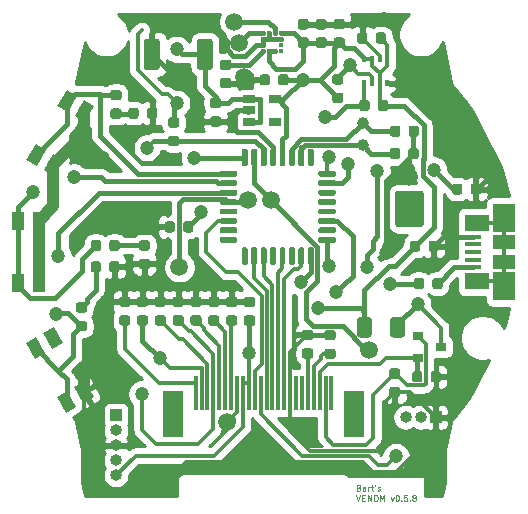
<source format=gbr>
G04 #@! TF.GenerationSoftware,KiCad,Pcbnew,5.1.8-1.fc33*
G04 #@! TF.CreationDate,2020-12-20T15:22:41+01:00*
G04 #@! TF.ProjectId,venom,76656e6f-6d2e-46b6-9963-61645f706362,rev?*
G04 #@! TF.SameCoordinates,Original*
G04 #@! TF.FileFunction,Copper,L1,Top*
G04 #@! TF.FilePolarity,Positive*
%FSLAX46Y46*%
G04 Gerber Fmt 4.6, Leading zero omitted, Abs format (unit mm)*
G04 Created by KiCad (PCBNEW 5.1.8-1.fc33) date 2020-12-20 15:22:41*
%MOMM*%
%LPD*%
G01*
G04 APERTURE LIST*
G04 #@! TA.AperFunction,NonConductor*
%ADD10C,0.125000*%
G04 #@! TD*
G04 #@! TA.AperFunction,ComponentPad*
%ADD11C,1.000000*%
G04 #@! TD*
G04 #@! TA.AperFunction,SMDPad,CuDef*
%ADD12R,0.350000X0.500000*%
G04 #@! TD*
G04 #@! TA.AperFunction,SMDPad,CuDef*
%ADD13R,1.800000X4.000000*%
G04 #@! TD*
G04 #@! TA.AperFunction,SMDPad,CuDef*
%ADD14R,0.300000X3.000000*%
G04 #@! TD*
G04 #@! TA.AperFunction,SMDPad,CuDef*
%ADD15C,0.100000*%
G04 #@! TD*
G04 #@! TA.AperFunction,SMDPad,CuDef*
%ADD16R,0.900000X0.800000*%
G04 #@! TD*
G04 #@! TA.AperFunction,SMDPad,CuDef*
%ADD17R,1.000000X1.550000*%
G04 #@! TD*
G04 #@! TA.AperFunction,SMDPad,CuDef*
%ADD18R,1.060000X0.650000*%
G04 #@! TD*
G04 #@! TA.AperFunction,SMDPad,CuDef*
%ADD19R,1.380000X0.450000*%
G04 #@! TD*
G04 #@! TA.AperFunction,SMDPad,CuDef*
%ADD20R,2.100000X1.475000*%
G04 #@! TD*
G04 #@! TA.AperFunction,SMDPad,CuDef*
%ADD21R,1.900000X2.375000*%
G04 #@! TD*
G04 #@! TA.AperFunction,SMDPad,CuDef*
%ADD22R,1.900000X1.175000*%
G04 #@! TD*
G04 #@! TA.AperFunction,ComponentPad*
%ADD23C,0.500000*%
G04 #@! TD*
G04 #@! TA.AperFunction,ComponentPad*
%ADD24R,1.000000X1.000000*%
G04 #@! TD*
G04 #@! TA.AperFunction,ComponentPad*
%ADD25O,1.000000X1.000000*%
G04 #@! TD*
G04 #@! TA.AperFunction,SMDPad,CuDef*
%ADD26R,0.375000X0.350000*%
G04 #@! TD*
G04 #@! TA.AperFunction,SMDPad,CuDef*
%ADD27R,0.350000X0.375000*%
G04 #@! TD*
G04 #@! TA.AperFunction,ViaPad*
%ADD28C,1.200000*%
G04 #@! TD*
G04 #@! TA.AperFunction,ViaPad*
%ADD29C,1.500000*%
G04 #@! TD*
G04 #@! TA.AperFunction,Conductor*
%ADD30C,0.400000*%
G04 #@! TD*
G04 #@! TA.AperFunction,Conductor*
%ADD31C,1.000000*%
G04 #@! TD*
G04 #@! TA.AperFunction,Conductor*
%ADD32C,0.300000*%
G04 #@! TD*
G04 #@! TA.AperFunction,Conductor*
%ADD33C,0.250000*%
G04 #@! TD*
G04 #@! TA.AperFunction,Conductor*
%ADD34C,0.254000*%
G04 #@! TD*
G04 #@! TA.AperFunction,Conductor*
%ADD35C,0.100000*%
G04 #@! TD*
G04 APERTURE END LIST*
D10*
X167580476Y-138716785D02*
X167651904Y-138740595D01*
X167675714Y-138764404D01*
X167699523Y-138812023D01*
X167699523Y-138883452D01*
X167675714Y-138931071D01*
X167651904Y-138954880D01*
X167604285Y-138978690D01*
X167413809Y-138978690D01*
X167413809Y-138478690D01*
X167580476Y-138478690D01*
X167628095Y-138502500D01*
X167651904Y-138526309D01*
X167675714Y-138573928D01*
X167675714Y-138621547D01*
X167651904Y-138669166D01*
X167628095Y-138692976D01*
X167580476Y-138716785D01*
X167413809Y-138716785D01*
X168128095Y-138978690D02*
X168128095Y-138716785D01*
X168104285Y-138669166D01*
X168056666Y-138645357D01*
X167961428Y-138645357D01*
X167913809Y-138669166D01*
X168128095Y-138954880D02*
X168080476Y-138978690D01*
X167961428Y-138978690D01*
X167913809Y-138954880D01*
X167890000Y-138907261D01*
X167890000Y-138859642D01*
X167913809Y-138812023D01*
X167961428Y-138788214D01*
X168080476Y-138788214D01*
X168128095Y-138764404D01*
X168366190Y-138978690D02*
X168366190Y-138645357D01*
X168366190Y-138740595D02*
X168390000Y-138692976D01*
X168413809Y-138669166D01*
X168461428Y-138645357D01*
X168509047Y-138645357D01*
X168604285Y-138645357D02*
X168794761Y-138645357D01*
X168675714Y-138478690D02*
X168675714Y-138907261D01*
X168699523Y-138954880D01*
X168747142Y-138978690D01*
X168794761Y-138978690D01*
X168985238Y-138478690D02*
X168937619Y-138573928D01*
X169175714Y-138954880D02*
X169223333Y-138978690D01*
X169318571Y-138978690D01*
X169366190Y-138954880D01*
X169390000Y-138907261D01*
X169390000Y-138883452D01*
X169366190Y-138835833D01*
X169318571Y-138812023D01*
X169247142Y-138812023D01*
X169199523Y-138788214D01*
X169175714Y-138740595D01*
X169175714Y-138716785D01*
X169199523Y-138669166D01*
X169247142Y-138645357D01*
X169318571Y-138645357D01*
X169366190Y-138669166D01*
X167378095Y-139353690D02*
X167544761Y-139853690D01*
X167711428Y-139353690D01*
X167878095Y-139591785D02*
X168044761Y-139591785D01*
X168116190Y-139853690D02*
X167878095Y-139853690D01*
X167878095Y-139353690D01*
X168116190Y-139353690D01*
X168330476Y-139853690D02*
X168330476Y-139353690D01*
X168616190Y-139853690D01*
X168616190Y-139353690D01*
X168949523Y-139353690D02*
X169044761Y-139353690D01*
X169092380Y-139377500D01*
X169140000Y-139425119D01*
X169163809Y-139520357D01*
X169163809Y-139687023D01*
X169140000Y-139782261D01*
X169092380Y-139829880D01*
X169044761Y-139853690D01*
X168949523Y-139853690D01*
X168901904Y-139829880D01*
X168854285Y-139782261D01*
X168830476Y-139687023D01*
X168830476Y-139520357D01*
X168854285Y-139425119D01*
X168901904Y-139377500D01*
X168949523Y-139353690D01*
X169378095Y-139853690D02*
X169378095Y-139353690D01*
X169544761Y-139710833D01*
X169711428Y-139353690D01*
X169711428Y-139853690D01*
X170282857Y-139520357D02*
X170401904Y-139853690D01*
X170520952Y-139520357D01*
X170806666Y-139353690D02*
X170854285Y-139353690D01*
X170901904Y-139377500D01*
X170925714Y-139401309D01*
X170949523Y-139448928D01*
X170973333Y-139544166D01*
X170973333Y-139663214D01*
X170949523Y-139758452D01*
X170925714Y-139806071D01*
X170901904Y-139829880D01*
X170854285Y-139853690D01*
X170806666Y-139853690D01*
X170759047Y-139829880D01*
X170735238Y-139806071D01*
X170711428Y-139758452D01*
X170687619Y-139663214D01*
X170687619Y-139544166D01*
X170711428Y-139448928D01*
X170735238Y-139401309D01*
X170759047Y-139377500D01*
X170806666Y-139353690D01*
X171187619Y-139806071D02*
X171211428Y-139829880D01*
X171187619Y-139853690D01*
X171163809Y-139829880D01*
X171187619Y-139806071D01*
X171187619Y-139853690D01*
X171663809Y-139353690D02*
X171425714Y-139353690D01*
X171401904Y-139591785D01*
X171425714Y-139567976D01*
X171473333Y-139544166D01*
X171592380Y-139544166D01*
X171640000Y-139567976D01*
X171663809Y-139591785D01*
X171687619Y-139639404D01*
X171687619Y-139758452D01*
X171663809Y-139806071D01*
X171640000Y-139829880D01*
X171592380Y-139853690D01*
X171473333Y-139853690D01*
X171425714Y-139829880D01*
X171401904Y-139806071D01*
X171901904Y-139806071D02*
X171925714Y-139829880D01*
X171901904Y-139853690D01*
X171878095Y-139829880D01*
X171901904Y-139806071D01*
X171901904Y-139853690D01*
X172211428Y-139567976D02*
X172163809Y-139544166D01*
X172140000Y-139520357D01*
X172116190Y-139472738D01*
X172116190Y-139448928D01*
X172140000Y-139401309D01*
X172163809Y-139377500D01*
X172211428Y-139353690D01*
X172306666Y-139353690D01*
X172354285Y-139377500D01*
X172378095Y-139401309D01*
X172401904Y-139448928D01*
X172401904Y-139472738D01*
X172378095Y-139520357D01*
X172354285Y-139544166D01*
X172306666Y-139567976D01*
X172211428Y-139567976D01*
X172163809Y-139591785D01*
X172140000Y-139615595D01*
X172116190Y-139663214D01*
X172116190Y-139758452D01*
X172140000Y-139806071D01*
X172163809Y-139829880D01*
X172211428Y-139853690D01*
X172306666Y-139853690D01*
X172354285Y-139829880D01*
X172378095Y-139806071D01*
X172401904Y-139758452D01*
X172401904Y-139663214D01*
X172378095Y-139615595D01*
X172354285Y-139591785D01*
X172306666Y-139567976D01*
D11*
X167894000Y-109728000D03*
X167894000Y-107828000D03*
D12*
X168045000Y-104505000D03*
X168695000Y-104505000D03*
X169345000Y-104505000D03*
X169995000Y-104505000D03*
X169995000Y-102455000D03*
X169345000Y-102455000D03*
X168695000Y-102455000D03*
X168045000Y-102455000D03*
D13*
X167160000Y-132510000D03*
X151860000Y-132510000D03*
D14*
X153760000Y-130710000D03*
X154260000Y-130710000D03*
X154760000Y-130710000D03*
X155260000Y-130710000D03*
X155760000Y-130710000D03*
X156260000Y-130710000D03*
X156760000Y-130710000D03*
X157260000Y-130710000D03*
X157760000Y-130710000D03*
X158260000Y-130710000D03*
X158760000Y-130710000D03*
X159260000Y-130710000D03*
X159760000Y-130710000D03*
X160260000Y-130710000D03*
X160760000Y-130710000D03*
X161260000Y-130710000D03*
X161760000Y-130710000D03*
X162260000Y-130710000D03*
X162760000Y-130710000D03*
X163260000Y-130710000D03*
X163760000Y-130710000D03*
X164260000Y-130710000D03*
X164760000Y-130710000D03*
X165260000Y-130710000D03*
G04 #@! TA.AperFunction,SMDPad,CuDef*
D15*
G36*
X140863109Y-125640513D02*
G01*
X141729135Y-125140513D01*
X142504135Y-126482853D01*
X141638109Y-126982853D01*
X140863109Y-125640513D01*
G37*
G04 #@! TD.AperFunction*
G04 #@! TA.AperFunction,SMDPad,CuDef*
G36*
X143488109Y-130187147D02*
G01*
X144354135Y-129687147D01*
X145129135Y-131029487D01*
X144263109Y-131529487D01*
X143488109Y-130187147D01*
G37*
G04 #@! TD.AperFunction*
G04 #@! TA.AperFunction,SMDPad,CuDef*
G36*
X142015865Y-131037147D02*
G01*
X142881891Y-130537147D01*
X143656891Y-131879487D01*
X142790865Y-132379487D01*
X142015865Y-131037147D01*
G37*
G04 #@! TD.AperFunction*
G04 #@! TA.AperFunction,SMDPad,CuDef*
G36*
X139390865Y-126490513D02*
G01*
X140256891Y-125990513D01*
X141031891Y-127332853D01*
X140165865Y-127832853D01*
X139390865Y-126490513D01*
G37*
G04 #@! TD.AperFunction*
G04 #@! TA.AperFunction,SMDPad,CuDef*
G36*
G01*
X155215000Y-100964999D02*
X155215000Y-103115001D01*
G75*
G02*
X154965001Y-103365000I-249999J0D01*
G01*
X154114999Y-103365000D01*
G75*
G02*
X153865000Y-103115001I0J249999D01*
G01*
X153865000Y-100964999D01*
G75*
G02*
X154114999Y-100715000I249999J0D01*
G01*
X154965001Y-100715000D01*
G75*
G02*
X155215000Y-100964999I0J-249999D01*
G01*
G37*
G04 #@! TD.AperFunction*
G04 #@! TA.AperFunction,SMDPad,CuDef*
G36*
G01*
X150715000Y-100964999D02*
X150715000Y-103115001D01*
G75*
G02*
X150465001Y-103365000I-249999J0D01*
G01*
X149614999Y-103365000D01*
G75*
G02*
X149365000Y-103115001I0J249999D01*
G01*
X149365000Y-100964999D01*
G75*
G02*
X149614999Y-100715000I249999J0D01*
G01*
X150465001Y-100715000D01*
G75*
G02*
X150715000Y-100964999I0J-249999D01*
G01*
G37*
G04 #@! TD.AperFunction*
G04 #@! TA.AperFunction,SMDPad,CuDef*
G36*
G01*
X168306000Y-100403750D02*
X168306000Y-100916250D01*
G75*
G02*
X168087250Y-101135000I-218750J0D01*
G01*
X167649750Y-101135000D01*
G75*
G02*
X167431000Y-100916250I0J218750D01*
G01*
X167431000Y-100403750D01*
G75*
G02*
X167649750Y-100185000I218750J0D01*
G01*
X168087250Y-100185000D01*
G75*
G02*
X168306000Y-100403750I0J-218750D01*
G01*
G37*
G04 #@! TD.AperFunction*
G04 #@! TA.AperFunction,SMDPad,CuDef*
G36*
G01*
X169881000Y-100403750D02*
X169881000Y-100916250D01*
G75*
G02*
X169662250Y-101135000I-218750J0D01*
G01*
X169224750Y-101135000D01*
G75*
G02*
X169006000Y-100916250I0J218750D01*
G01*
X169006000Y-100403750D01*
G75*
G02*
X169224750Y-100185000I218750J0D01*
G01*
X169662250Y-100185000D01*
G75*
G02*
X169881000Y-100403750I0J-218750D01*
G01*
G37*
G04 #@! TD.AperFunction*
G04 #@! TA.AperFunction,SMDPad,CuDef*
G36*
G01*
X166166250Y-101485000D02*
X165653750Y-101485000D01*
G75*
G02*
X165435000Y-101266250I0J218750D01*
G01*
X165435000Y-100828750D01*
G75*
G02*
X165653750Y-100610000I218750J0D01*
G01*
X166166250Y-100610000D01*
G75*
G02*
X166385000Y-100828750I0J-218750D01*
G01*
X166385000Y-101266250D01*
G75*
G02*
X166166250Y-101485000I-218750J0D01*
G01*
G37*
G04 #@! TD.AperFunction*
G04 #@! TA.AperFunction,SMDPad,CuDef*
G36*
G01*
X166166250Y-99910000D02*
X165653750Y-99910000D01*
G75*
G02*
X165435000Y-99691250I0J218750D01*
G01*
X165435000Y-99253750D01*
G75*
G02*
X165653750Y-99035000I218750J0D01*
G01*
X166166250Y-99035000D01*
G75*
G02*
X166385000Y-99253750I0J-218750D01*
G01*
X166385000Y-99691250D01*
G75*
G02*
X166166250Y-99910000I-218750J0D01*
G01*
G37*
G04 #@! TD.AperFunction*
G04 #@! TA.AperFunction,SMDPad,CuDef*
G36*
G01*
X170195000Y-110696250D02*
X170195000Y-110183750D01*
G75*
G02*
X170413750Y-109965000I218750J0D01*
G01*
X170851250Y-109965000D01*
G75*
G02*
X171070000Y-110183750I0J-218750D01*
G01*
X171070000Y-110696250D01*
G75*
G02*
X170851250Y-110915000I-218750J0D01*
G01*
X170413750Y-110915000D01*
G75*
G02*
X170195000Y-110696250I0J218750D01*
G01*
G37*
G04 #@! TD.AperFunction*
G04 #@! TA.AperFunction,SMDPad,CuDef*
G36*
G01*
X171770000Y-110696250D02*
X171770000Y-110183750D01*
G75*
G02*
X171988750Y-109965000I218750J0D01*
G01*
X172426250Y-109965000D01*
G75*
G02*
X172645000Y-110183750I0J-218750D01*
G01*
X172645000Y-110696250D01*
G75*
G02*
X172426250Y-110915000I-218750J0D01*
G01*
X171988750Y-110915000D01*
G75*
G02*
X171770000Y-110696250I0J218750D01*
G01*
G37*
G04 #@! TD.AperFunction*
G04 #@! TA.AperFunction,SMDPad,CuDef*
G36*
G01*
X171790000Y-108806250D02*
X171790000Y-108293750D01*
G75*
G02*
X172008750Y-108075000I218750J0D01*
G01*
X172446250Y-108075000D01*
G75*
G02*
X172665000Y-108293750I0J-218750D01*
G01*
X172665000Y-108806250D01*
G75*
G02*
X172446250Y-109025000I-218750J0D01*
G01*
X172008750Y-109025000D01*
G75*
G02*
X171790000Y-108806250I0J218750D01*
G01*
G37*
G04 #@! TD.AperFunction*
G04 #@! TA.AperFunction,SMDPad,CuDef*
G36*
G01*
X170215000Y-108806250D02*
X170215000Y-108293750D01*
G75*
G02*
X170433750Y-108075000I218750J0D01*
G01*
X170871250Y-108075000D01*
G75*
G02*
X171090000Y-108293750I0J-218750D01*
G01*
X171090000Y-108806250D01*
G75*
G02*
X170871250Y-109025000I-218750J0D01*
G01*
X170433750Y-109025000D01*
G75*
G02*
X170215000Y-108806250I0J218750D01*
G01*
G37*
G04 #@! TD.AperFunction*
G04 #@! TA.AperFunction,SMDPad,CuDef*
G36*
G01*
X173480000Y-118536250D02*
X173480000Y-118023750D01*
G75*
G02*
X173698750Y-117805000I218750J0D01*
G01*
X174136250Y-117805000D01*
G75*
G02*
X174355000Y-118023750I0J-218750D01*
G01*
X174355000Y-118536250D01*
G75*
G02*
X174136250Y-118755000I-218750J0D01*
G01*
X173698750Y-118755000D01*
G75*
G02*
X173480000Y-118536250I0J218750D01*
G01*
G37*
G04 #@! TD.AperFunction*
G04 #@! TA.AperFunction,SMDPad,CuDef*
G36*
G01*
X171905000Y-118536250D02*
X171905000Y-118023750D01*
G75*
G02*
X172123750Y-117805000I218750J0D01*
G01*
X172561250Y-117805000D01*
G75*
G02*
X172780000Y-118023750I0J-218750D01*
G01*
X172780000Y-118536250D01*
G75*
G02*
X172561250Y-118755000I-218750J0D01*
G01*
X172123750Y-118755000D01*
G75*
G02*
X171905000Y-118536250I0J218750D01*
G01*
G37*
G04 #@! TD.AperFunction*
G04 #@! TA.AperFunction,SMDPad,CuDef*
G36*
G01*
X165396250Y-127825000D02*
X164883750Y-127825000D01*
G75*
G02*
X164665000Y-127606250I0J218750D01*
G01*
X164665000Y-127168750D01*
G75*
G02*
X164883750Y-126950000I218750J0D01*
G01*
X165396250Y-126950000D01*
G75*
G02*
X165615000Y-127168750I0J-218750D01*
G01*
X165615000Y-127606250D01*
G75*
G02*
X165396250Y-127825000I-218750J0D01*
G01*
G37*
G04 #@! TD.AperFunction*
G04 #@! TA.AperFunction,SMDPad,CuDef*
G36*
G01*
X165396250Y-126250000D02*
X164883750Y-126250000D01*
G75*
G02*
X164665000Y-126031250I0J218750D01*
G01*
X164665000Y-125593750D01*
G75*
G02*
X164883750Y-125375000I218750J0D01*
G01*
X165396250Y-125375000D01*
G75*
G02*
X165615000Y-125593750I0J-218750D01*
G01*
X165615000Y-126031250D01*
G75*
G02*
X165396250Y-126250000I-218750J0D01*
G01*
G37*
G04 #@! TD.AperFunction*
G04 #@! TA.AperFunction,SMDPad,CuDef*
G36*
G01*
X163486250Y-127805000D02*
X162973750Y-127805000D01*
G75*
G02*
X162755000Y-127586250I0J218750D01*
G01*
X162755000Y-127148750D01*
G75*
G02*
X162973750Y-126930000I218750J0D01*
G01*
X163486250Y-126930000D01*
G75*
G02*
X163705000Y-127148750I0J-218750D01*
G01*
X163705000Y-127586250D01*
G75*
G02*
X163486250Y-127805000I-218750J0D01*
G01*
G37*
G04 #@! TD.AperFunction*
G04 #@! TA.AperFunction,SMDPad,CuDef*
G36*
G01*
X163486250Y-126230000D02*
X162973750Y-126230000D01*
G75*
G02*
X162755000Y-126011250I0J218750D01*
G01*
X162755000Y-125573750D01*
G75*
G02*
X162973750Y-125355000I218750J0D01*
G01*
X163486250Y-125355000D01*
G75*
G02*
X163705000Y-125573750I0J-218750D01*
G01*
X163705000Y-126011250D01*
G75*
G02*
X163486250Y-126230000I-218750J0D01*
G01*
G37*
G04 #@! TD.AperFunction*
G04 #@! TA.AperFunction,SMDPad,CuDef*
G36*
G01*
X158576250Y-123430000D02*
X158063750Y-123430000D01*
G75*
G02*
X157845000Y-123211250I0J218750D01*
G01*
X157845000Y-122773750D01*
G75*
G02*
X158063750Y-122555000I218750J0D01*
G01*
X158576250Y-122555000D01*
G75*
G02*
X158795000Y-122773750I0J-218750D01*
G01*
X158795000Y-123211250D01*
G75*
G02*
X158576250Y-123430000I-218750J0D01*
G01*
G37*
G04 #@! TD.AperFunction*
G04 #@! TA.AperFunction,SMDPad,CuDef*
G36*
G01*
X158576250Y-125005000D02*
X158063750Y-125005000D01*
G75*
G02*
X157845000Y-124786250I0J218750D01*
G01*
X157845000Y-124348750D01*
G75*
G02*
X158063750Y-124130000I218750J0D01*
G01*
X158576250Y-124130000D01*
G75*
G02*
X158795000Y-124348750I0J-218750D01*
G01*
X158795000Y-124786250D01*
G75*
G02*
X158576250Y-125005000I-218750J0D01*
G01*
G37*
G04 #@! TD.AperFunction*
G04 #@! TA.AperFunction,SMDPad,CuDef*
G36*
G01*
X157066250Y-123430000D02*
X156553750Y-123430000D01*
G75*
G02*
X156335000Y-123211250I0J218750D01*
G01*
X156335000Y-122773750D01*
G75*
G02*
X156553750Y-122555000I218750J0D01*
G01*
X157066250Y-122555000D01*
G75*
G02*
X157285000Y-122773750I0J-218750D01*
G01*
X157285000Y-123211250D01*
G75*
G02*
X157066250Y-123430000I-218750J0D01*
G01*
G37*
G04 #@! TD.AperFunction*
G04 #@! TA.AperFunction,SMDPad,CuDef*
G36*
G01*
X157066250Y-125005000D02*
X156553750Y-125005000D01*
G75*
G02*
X156335000Y-124786250I0J218750D01*
G01*
X156335000Y-124348750D01*
G75*
G02*
X156553750Y-124130000I218750J0D01*
G01*
X157066250Y-124130000D01*
G75*
G02*
X157285000Y-124348750I0J-218750D01*
G01*
X157285000Y-124786250D01*
G75*
G02*
X157066250Y-125005000I-218750J0D01*
G01*
G37*
G04 #@! TD.AperFunction*
G04 #@! TA.AperFunction,SMDPad,CuDef*
G36*
G01*
X155556250Y-125005000D02*
X155043750Y-125005000D01*
G75*
G02*
X154825000Y-124786250I0J218750D01*
G01*
X154825000Y-124348750D01*
G75*
G02*
X155043750Y-124130000I218750J0D01*
G01*
X155556250Y-124130000D01*
G75*
G02*
X155775000Y-124348750I0J-218750D01*
G01*
X155775000Y-124786250D01*
G75*
G02*
X155556250Y-125005000I-218750J0D01*
G01*
G37*
G04 #@! TD.AperFunction*
G04 #@! TA.AperFunction,SMDPad,CuDef*
G36*
G01*
X155556250Y-123430000D02*
X155043750Y-123430000D01*
G75*
G02*
X154825000Y-123211250I0J218750D01*
G01*
X154825000Y-122773750D01*
G75*
G02*
X155043750Y-122555000I218750J0D01*
G01*
X155556250Y-122555000D01*
G75*
G02*
X155775000Y-122773750I0J-218750D01*
G01*
X155775000Y-123211250D01*
G75*
G02*
X155556250Y-123430000I-218750J0D01*
G01*
G37*
G04 #@! TD.AperFunction*
G04 #@! TA.AperFunction,SMDPad,CuDef*
G36*
G01*
X154046250Y-124995000D02*
X153533750Y-124995000D01*
G75*
G02*
X153315000Y-124776250I0J218750D01*
G01*
X153315000Y-124338750D01*
G75*
G02*
X153533750Y-124120000I218750J0D01*
G01*
X154046250Y-124120000D01*
G75*
G02*
X154265000Y-124338750I0J-218750D01*
G01*
X154265000Y-124776250D01*
G75*
G02*
X154046250Y-124995000I-218750J0D01*
G01*
G37*
G04 #@! TD.AperFunction*
G04 #@! TA.AperFunction,SMDPad,CuDef*
G36*
G01*
X154046250Y-123420000D02*
X153533750Y-123420000D01*
G75*
G02*
X153315000Y-123201250I0J218750D01*
G01*
X153315000Y-122763750D01*
G75*
G02*
X153533750Y-122545000I218750J0D01*
G01*
X154046250Y-122545000D01*
G75*
G02*
X154265000Y-122763750I0J-218750D01*
G01*
X154265000Y-123201250D01*
G75*
G02*
X154046250Y-123420000I-218750J0D01*
G01*
G37*
G04 #@! TD.AperFunction*
G04 #@! TA.AperFunction,SMDPad,CuDef*
G36*
G01*
X152536250Y-123420000D02*
X152023750Y-123420000D01*
G75*
G02*
X151805000Y-123201250I0J218750D01*
G01*
X151805000Y-122763750D01*
G75*
G02*
X152023750Y-122545000I218750J0D01*
G01*
X152536250Y-122545000D01*
G75*
G02*
X152755000Y-122763750I0J-218750D01*
G01*
X152755000Y-123201250D01*
G75*
G02*
X152536250Y-123420000I-218750J0D01*
G01*
G37*
G04 #@! TD.AperFunction*
G04 #@! TA.AperFunction,SMDPad,CuDef*
G36*
G01*
X152536250Y-124995000D02*
X152023750Y-124995000D01*
G75*
G02*
X151805000Y-124776250I0J218750D01*
G01*
X151805000Y-124338750D01*
G75*
G02*
X152023750Y-124120000I218750J0D01*
G01*
X152536250Y-124120000D01*
G75*
G02*
X152755000Y-124338750I0J-218750D01*
G01*
X152755000Y-124776250D01*
G75*
G02*
X152536250Y-124995000I-218750J0D01*
G01*
G37*
G04 #@! TD.AperFunction*
G04 #@! TA.AperFunction,SMDPad,CuDef*
G36*
G01*
X151026250Y-124995000D02*
X150513750Y-124995000D01*
G75*
G02*
X150295000Y-124776250I0J218750D01*
G01*
X150295000Y-124338750D01*
G75*
G02*
X150513750Y-124120000I218750J0D01*
G01*
X151026250Y-124120000D01*
G75*
G02*
X151245000Y-124338750I0J-218750D01*
G01*
X151245000Y-124776250D01*
G75*
G02*
X151026250Y-124995000I-218750J0D01*
G01*
G37*
G04 #@! TD.AperFunction*
G04 #@! TA.AperFunction,SMDPad,CuDef*
G36*
G01*
X151026250Y-123420000D02*
X150513750Y-123420000D01*
G75*
G02*
X150295000Y-123201250I0J218750D01*
G01*
X150295000Y-122763750D01*
G75*
G02*
X150513750Y-122545000I218750J0D01*
G01*
X151026250Y-122545000D01*
G75*
G02*
X151245000Y-122763750I0J-218750D01*
G01*
X151245000Y-123201250D01*
G75*
G02*
X151026250Y-123420000I-218750J0D01*
G01*
G37*
G04 #@! TD.AperFunction*
G04 #@! TA.AperFunction,SMDPad,CuDef*
G36*
G01*
X149516250Y-123420000D02*
X149003750Y-123420000D01*
G75*
G02*
X148785000Y-123201250I0J218750D01*
G01*
X148785000Y-122763750D01*
G75*
G02*
X149003750Y-122545000I218750J0D01*
G01*
X149516250Y-122545000D01*
G75*
G02*
X149735000Y-122763750I0J-218750D01*
G01*
X149735000Y-123201250D01*
G75*
G02*
X149516250Y-123420000I-218750J0D01*
G01*
G37*
G04 #@! TD.AperFunction*
G04 #@! TA.AperFunction,SMDPad,CuDef*
G36*
G01*
X149516250Y-124995000D02*
X149003750Y-124995000D01*
G75*
G02*
X148785000Y-124776250I0J218750D01*
G01*
X148785000Y-124338750D01*
G75*
G02*
X149003750Y-124120000I218750J0D01*
G01*
X149516250Y-124120000D01*
G75*
G02*
X149735000Y-124338750I0J-218750D01*
G01*
X149735000Y-124776250D01*
G75*
G02*
X149516250Y-124995000I-218750J0D01*
G01*
G37*
G04 #@! TD.AperFunction*
G04 #@! TA.AperFunction,SMDPad,CuDef*
G36*
G01*
X148006250Y-123420000D02*
X147493750Y-123420000D01*
G75*
G02*
X147275000Y-123201250I0J218750D01*
G01*
X147275000Y-122763750D01*
G75*
G02*
X147493750Y-122545000I218750J0D01*
G01*
X148006250Y-122545000D01*
G75*
G02*
X148225000Y-122763750I0J-218750D01*
G01*
X148225000Y-123201250D01*
G75*
G02*
X148006250Y-123420000I-218750J0D01*
G01*
G37*
G04 #@! TD.AperFunction*
G04 #@! TA.AperFunction,SMDPad,CuDef*
G36*
G01*
X148006250Y-124995000D02*
X147493750Y-124995000D01*
G75*
G02*
X147275000Y-124776250I0J218750D01*
G01*
X147275000Y-124338750D01*
G75*
G02*
X147493750Y-124120000I218750J0D01*
G01*
X148006250Y-124120000D01*
G75*
G02*
X148225000Y-124338750I0J-218750D01*
G01*
X148225000Y-124776250D01*
G75*
G02*
X148006250Y-124995000I-218750J0D01*
G01*
G37*
G04 #@! TD.AperFunction*
G04 #@! TA.AperFunction,SMDPad,CuDef*
G36*
G01*
X155191750Y-107284000D02*
X155704250Y-107284000D01*
G75*
G02*
X155923000Y-107502750I0J-218750D01*
G01*
X155923000Y-107940250D01*
G75*
G02*
X155704250Y-108159000I-218750J0D01*
G01*
X155191750Y-108159000D01*
G75*
G02*
X154973000Y-107940250I0J218750D01*
G01*
X154973000Y-107502750D01*
G75*
G02*
X155191750Y-107284000I218750J0D01*
G01*
G37*
G04 #@! TD.AperFunction*
G04 #@! TA.AperFunction,SMDPad,CuDef*
G36*
G01*
X155191750Y-105709000D02*
X155704250Y-105709000D01*
G75*
G02*
X155923000Y-105927750I0J-218750D01*
G01*
X155923000Y-106365250D01*
G75*
G02*
X155704250Y-106584000I-218750J0D01*
G01*
X155191750Y-106584000D01*
G75*
G02*
X154973000Y-106365250I0J218750D01*
G01*
X154973000Y-105927750D01*
G75*
G02*
X155191750Y-105709000I218750J0D01*
G01*
G37*
G04 #@! TD.AperFunction*
G04 #@! TA.AperFunction,SMDPad,CuDef*
G36*
G01*
X161626000Y-103942170D02*
X161626000Y-104454670D01*
G75*
G02*
X161407250Y-104673420I-218750J0D01*
G01*
X160969750Y-104673420D01*
G75*
G02*
X160751000Y-104454670I0J218750D01*
G01*
X160751000Y-103942170D01*
G75*
G02*
X160969750Y-103723420I218750J0D01*
G01*
X161407250Y-103723420D01*
G75*
G02*
X161626000Y-103942170I0J-218750D01*
G01*
G37*
G04 #@! TD.AperFunction*
G04 #@! TA.AperFunction,SMDPad,CuDef*
G36*
G01*
X160051000Y-103942170D02*
X160051000Y-104454670D01*
G75*
G02*
X159832250Y-104673420I-218750J0D01*
G01*
X159394750Y-104673420D01*
G75*
G02*
X159176000Y-104454670I0J218750D01*
G01*
X159176000Y-103942170D01*
G75*
G02*
X159394750Y-103723420I218750J0D01*
G01*
X159832250Y-103723420D01*
G75*
G02*
X160051000Y-103942170I0J-218750D01*
G01*
G37*
G04 #@! TD.AperFunction*
D16*
X172548040Y-125844260D03*
X172548040Y-127744260D03*
X174548040Y-126794260D03*
G04 #@! TA.AperFunction,SMDPad,CuDef*
G36*
G01*
X151635750Y-107377500D02*
X152148250Y-107377500D01*
G75*
G02*
X152367000Y-107596250I0J-218750D01*
G01*
X152367000Y-108033750D01*
G75*
G02*
X152148250Y-108252500I-218750J0D01*
G01*
X151635750Y-108252500D01*
G75*
G02*
X151417000Y-108033750I0J218750D01*
G01*
X151417000Y-107596250D01*
G75*
G02*
X151635750Y-107377500I218750J0D01*
G01*
G37*
G04 #@! TD.AperFunction*
G04 #@! TA.AperFunction,SMDPad,CuDef*
G36*
G01*
X151635750Y-108952500D02*
X152148250Y-108952500D01*
G75*
G02*
X152367000Y-109171250I0J-218750D01*
G01*
X152367000Y-109608750D01*
G75*
G02*
X152148250Y-109827500I-218750J0D01*
G01*
X151635750Y-109827500D01*
G75*
G02*
X151417000Y-109608750I0J218750D01*
G01*
X151417000Y-109171250D01*
G75*
G02*
X151635750Y-108952500I218750J0D01*
G01*
G37*
G04 #@! TD.AperFunction*
G04 #@! TA.AperFunction,SMDPad,CuDef*
G36*
G01*
X168480000Y-106113750D02*
X168480000Y-106626250D01*
G75*
G02*
X168261250Y-106845000I-218750J0D01*
G01*
X167823750Y-106845000D01*
G75*
G02*
X167605000Y-106626250I0J218750D01*
G01*
X167605000Y-106113750D01*
G75*
G02*
X167823750Y-105895000I218750J0D01*
G01*
X168261250Y-105895000D01*
G75*
G02*
X168480000Y-106113750I0J-218750D01*
G01*
G37*
G04 #@! TD.AperFunction*
G04 #@! TA.AperFunction,SMDPad,CuDef*
G36*
G01*
X170055000Y-106113750D02*
X170055000Y-106626250D01*
G75*
G02*
X169836250Y-106845000I-218750J0D01*
G01*
X169398750Y-106845000D01*
G75*
G02*
X169180000Y-106626250I0J218750D01*
G01*
X169180000Y-106113750D01*
G75*
G02*
X169398750Y-105895000I218750J0D01*
G01*
X169836250Y-105895000D01*
G75*
G02*
X170055000Y-106113750I0J-218750D01*
G01*
G37*
G04 #@! TD.AperFunction*
G04 #@! TA.AperFunction,SMDPad,CuDef*
G36*
G01*
X166046250Y-106165000D02*
X165533750Y-106165000D01*
G75*
G02*
X165315000Y-105946250I0J218750D01*
G01*
X165315000Y-105508750D01*
G75*
G02*
X165533750Y-105290000I218750J0D01*
G01*
X166046250Y-105290000D01*
G75*
G02*
X166265000Y-105508750I0J-218750D01*
G01*
X166265000Y-105946250D01*
G75*
G02*
X166046250Y-106165000I-218750J0D01*
G01*
G37*
G04 #@! TD.AperFunction*
G04 #@! TA.AperFunction,SMDPad,CuDef*
G36*
G01*
X166046250Y-104590000D02*
X165533750Y-104590000D01*
G75*
G02*
X165315000Y-104371250I0J218750D01*
G01*
X165315000Y-103933750D01*
G75*
G02*
X165533750Y-103715000I218750J0D01*
G01*
X166046250Y-103715000D01*
G75*
G02*
X166265000Y-103933750I0J-218750D01*
G01*
X166265000Y-104371250D01*
G75*
G02*
X166046250Y-104590000I-218750J0D01*
G01*
G37*
G04 #@! TD.AperFunction*
G04 #@! TA.AperFunction,SMDPad,CuDef*
G36*
G01*
X170360630Y-128614720D02*
X170873130Y-128614720D01*
G75*
G02*
X171091880Y-128833470I0J-218750D01*
G01*
X171091880Y-129270970D01*
G75*
G02*
X170873130Y-129489720I-218750J0D01*
G01*
X170360630Y-129489720D01*
G75*
G02*
X170141880Y-129270970I0J218750D01*
G01*
X170141880Y-128833470D01*
G75*
G02*
X170360630Y-128614720I218750J0D01*
G01*
G37*
G04 #@! TD.AperFunction*
G04 #@! TA.AperFunction,SMDPad,CuDef*
G36*
G01*
X170360630Y-130189720D02*
X170873130Y-130189720D01*
G75*
G02*
X171091880Y-130408470I0J-218750D01*
G01*
X171091880Y-130845970D01*
G75*
G02*
X170873130Y-131064720I-218750J0D01*
G01*
X170360630Y-131064720D01*
G75*
G02*
X170141880Y-130845970I0J218750D01*
G01*
X170141880Y-130408470D01*
G75*
G02*
X170360630Y-130189720I218750J0D01*
G01*
G37*
G04 #@! TD.AperFunction*
G04 #@! TA.AperFunction,SMDPad,CuDef*
G36*
G01*
X173654200Y-129587970D02*
X173654200Y-129075470D01*
G75*
G02*
X173872950Y-128856720I218750J0D01*
G01*
X174310450Y-128856720D01*
G75*
G02*
X174529200Y-129075470I0J-218750D01*
G01*
X174529200Y-129587970D01*
G75*
G02*
X174310450Y-129806720I-218750J0D01*
G01*
X173872950Y-129806720D01*
G75*
G02*
X173654200Y-129587970I0J218750D01*
G01*
G37*
G04 #@! TD.AperFunction*
G04 #@! TA.AperFunction,SMDPad,CuDef*
G36*
G01*
X172079200Y-129587970D02*
X172079200Y-129075470D01*
G75*
G02*
X172297950Y-128856720I218750J0D01*
G01*
X172735450Y-128856720D01*
G75*
G02*
X172954200Y-129075470I0J-218750D01*
G01*
X172954200Y-129587970D01*
G75*
G02*
X172735450Y-129806720I-218750J0D01*
G01*
X172297950Y-129806720D01*
G75*
G02*
X172079200Y-129587970I0J218750D01*
G01*
G37*
G04 #@! TD.AperFunction*
G04 #@! TA.AperFunction,SMDPad,CuDef*
D15*
G36*
X144303109Y-105930513D02*
G01*
X145169135Y-106430513D01*
X144394135Y-107772853D01*
X143528109Y-107272853D01*
X144303109Y-105930513D01*
G37*
G04 #@! TD.AperFunction*
G04 #@! TA.AperFunction,SMDPad,CuDef*
G36*
X141678109Y-110477147D02*
G01*
X142544135Y-110977147D01*
X141769135Y-112319487D01*
X140903109Y-111819487D01*
X141678109Y-110477147D01*
G37*
G04 #@! TD.AperFunction*
G04 #@! TA.AperFunction,SMDPad,CuDef*
G36*
X140205865Y-109627147D02*
G01*
X141071891Y-110127147D01*
X140296891Y-111469487D01*
X139430865Y-110969487D01*
X140205865Y-109627147D01*
G37*
G04 #@! TD.AperFunction*
G04 #@! TA.AperFunction,SMDPad,CuDef*
G36*
X142830865Y-105080513D02*
G01*
X143696891Y-105580513D01*
X142921891Y-106922853D01*
X142055865Y-106422853D01*
X142830865Y-105080513D01*
G37*
G04 #@! TD.AperFunction*
D17*
X138760000Y-116155000D03*
X138760000Y-121405000D03*
X140460000Y-121405000D03*
X140460000Y-116155000D03*
D18*
X158310000Y-105830000D03*
X158310000Y-106780000D03*
X158310000Y-107730000D03*
X160510000Y-107730000D03*
X160510000Y-105830000D03*
D19*
X177210000Y-120080000D03*
X177210000Y-119430000D03*
X177210000Y-118780000D03*
X177210000Y-118130000D03*
X177210000Y-117480000D03*
D20*
X177570000Y-121242500D03*
X177570000Y-116317500D03*
D21*
X179870000Y-121690000D03*
X179870000Y-115870000D03*
D22*
X179870000Y-119620000D03*
X179870000Y-117940000D03*
G04 #@! TA.AperFunction,SMDPad,CuDef*
G36*
G01*
X173100000Y-121193750D02*
X173100000Y-121706250D01*
G75*
G02*
X172881250Y-121925000I-218750J0D01*
G01*
X172443750Y-121925000D01*
G75*
G02*
X172225000Y-121706250I0J218750D01*
G01*
X172225000Y-121193750D01*
G75*
G02*
X172443750Y-120975000I218750J0D01*
G01*
X172881250Y-120975000D01*
G75*
G02*
X173100000Y-121193750I0J-218750D01*
G01*
G37*
G04 #@! TD.AperFunction*
G04 #@! TA.AperFunction,SMDPad,CuDef*
G36*
G01*
X174675000Y-121193750D02*
X174675000Y-121706250D01*
G75*
G02*
X174456250Y-121925000I-218750J0D01*
G01*
X174018750Y-121925000D01*
G75*
G02*
X173800000Y-121706250I0J218750D01*
G01*
X173800000Y-121193750D01*
G75*
G02*
X174018750Y-120975000I218750J0D01*
G01*
X174456250Y-120975000D01*
G75*
G02*
X174675000Y-121193750I0J-218750D01*
G01*
G37*
G04 #@! TD.AperFunction*
G04 #@! TA.AperFunction,SMDPad,CuDef*
G36*
G01*
X153575000Y-116393750D02*
X153575000Y-116906250D01*
G75*
G02*
X153356250Y-117125000I-218750J0D01*
G01*
X152918750Y-117125000D01*
G75*
G02*
X152700000Y-116906250I0J218750D01*
G01*
X152700000Y-116393750D01*
G75*
G02*
X152918750Y-116175000I218750J0D01*
G01*
X153356250Y-116175000D01*
G75*
G02*
X153575000Y-116393750I0J-218750D01*
G01*
G37*
G04 #@! TD.AperFunction*
G04 #@! TA.AperFunction,SMDPad,CuDef*
G36*
G01*
X152000000Y-116393750D02*
X152000000Y-116906250D01*
G75*
G02*
X151781250Y-117125000I-218750J0D01*
G01*
X151343750Y-117125000D01*
G75*
G02*
X151125000Y-116906250I0J218750D01*
G01*
X151125000Y-116393750D01*
G75*
G02*
X151343750Y-116175000I218750J0D01*
G01*
X151781250Y-116175000D01*
G75*
G02*
X152000000Y-116393750I0J-218750D01*
G01*
G37*
G04 #@! TD.AperFunction*
G04 #@! TA.AperFunction,SMDPad,CuDef*
G36*
G01*
X163385000Y-110015000D02*
X163635000Y-110015000D01*
G75*
G02*
X163760000Y-110140000I0J-125000D01*
G01*
X163760000Y-111390000D01*
G75*
G02*
X163635000Y-111515000I-125000J0D01*
G01*
X163385000Y-111515000D01*
G75*
G02*
X163260000Y-111390000I0J125000D01*
G01*
X163260000Y-110140000D01*
G75*
G02*
X163385000Y-110015000I125000J0D01*
G01*
G37*
G04 #@! TD.AperFunction*
G04 #@! TA.AperFunction,SMDPad,CuDef*
G36*
G01*
X162585000Y-110015000D02*
X162835000Y-110015000D01*
G75*
G02*
X162960000Y-110140000I0J-125000D01*
G01*
X162960000Y-111390000D01*
G75*
G02*
X162835000Y-111515000I-125000J0D01*
G01*
X162585000Y-111515000D01*
G75*
G02*
X162460000Y-111390000I0J125000D01*
G01*
X162460000Y-110140000D01*
G75*
G02*
X162585000Y-110015000I125000J0D01*
G01*
G37*
G04 #@! TD.AperFunction*
G04 #@! TA.AperFunction,SMDPad,CuDef*
G36*
G01*
X161785000Y-110015000D02*
X162035000Y-110015000D01*
G75*
G02*
X162160000Y-110140000I0J-125000D01*
G01*
X162160000Y-111390000D01*
G75*
G02*
X162035000Y-111515000I-125000J0D01*
G01*
X161785000Y-111515000D01*
G75*
G02*
X161660000Y-111390000I0J125000D01*
G01*
X161660000Y-110140000D01*
G75*
G02*
X161785000Y-110015000I125000J0D01*
G01*
G37*
G04 #@! TD.AperFunction*
G04 #@! TA.AperFunction,SMDPad,CuDef*
G36*
G01*
X160985000Y-110015000D02*
X161235000Y-110015000D01*
G75*
G02*
X161360000Y-110140000I0J-125000D01*
G01*
X161360000Y-111390000D01*
G75*
G02*
X161235000Y-111515000I-125000J0D01*
G01*
X160985000Y-111515000D01*
G75*
G02*
X160860000Y-111390000I0J125000D01*
G01*
X160860000Y-110140000D01*
G75*
G02*
X160985000Y-110015000I125000J0D01*
G01*
G37*
G04 #@! TD.AperFunction*
G04 #@! TA.AperFunction,SMDPad,CuDef*
G36*
G01*
X160185000Y-110015000D02*
X160435000Y-110015000D01*
G75*
G02*
X160560000Y-110140000I0J-125000D01*
G01*
X160560000Y-111390000D01*
G75*
G02*
X160435000Y-111515000I-125000J0D01*
G01*
X160185000Y-111515000D01*
G75*
G02*
X160060000Y-111390000I0J125000D01*
G01*
X160060000Y-110140000D01*
G75*
G02*
X160185000Y-110015000I125000J0D01*
G01*
G37*
G04 #@! TD.AperFunction*
G04 #@! TA.AperFunction,SMDPad,CuDef*
G36*
G01*
X159385000Y-110015000D02*
X159635000Y-110015000D01*
G75*
G02*
X159760000Y-110140000I0J-125000D01*
G01*
X159760000Y-111390000D01*
G75*
G02*
X159635000Y-111515000I-125000J0D01*
G01*
X159385000Y-111515000D01*
G75*
G02*
X159260000Y-111390000I0J125000D01*
G01*
X159260000Y-110140000D01*
G75*
G02*
X159385000Y-110015000I125000J0D01*
G01*
G37*
G04 #@! TD.AperFunction*
G04 #@! TA.AperFunction,SMDPad,CuDef*
G36*
G01*
X158585000Y-110015000D02*
X158835000Y-110015000D01*
G75*
G02*
X158960000Y-110140000I0J-125000D01*
G01*
X158960000Y-111390000D01*
G75*
G02*
X158835000Y-111515000I-125000J0D01*
G01*
X158585000Y-111515000D01*
G75*
G02*
X158460000Y-111390000I0J125000D01*
G01*
X158460000Y-110140000D01*
G75*
G02*
X158585000Y-110015000I125000J0D01*
G01*
G37*
G04 #@! TD.AperFunction*
G04 #@! TA.AperFunction,SMDPad,CuDef*
G36*
G01*
X157785000Y-110015000D02*
X158035000Y-110015000D01*
G75*
G02*
X158160000Y-110140000I0J-125000D01*
G01*
X158160000Y-111390000D01*
G75*
G02*
X158035000Y-111515000I-125000J0D01*
G01*
X157785000Y-111515000D01*
G75*
G02*
X157660000Y-111390000I0J125000D01*
G01*
X157660000Y-110140000D01*
G75*
G02*
X157785000Y-110015000I125000J0D01*
G01*
G37*
G04 #@! TD.AperFunction*
G04 #@! TA.AperFunction,SMDPad,CuDef*
G36*
G01*
X155910000Y-111890000D02*
X157160000Y-111890000D01*
G75*
G02*
X157285000Y-112015000I0J-125000D01*
G01*
X157285000Y-112265000D01*
G75*
G02*
X157160000Y-112390000I-125000J0D01*
G01*
X155910000Y-112390000D01*
G75*
G02*
X155785000Y-112265000I0J125000D01*
G01*
X155785000Y-112015000D01*
G75*
G02*
X155910000Y-111890000I125000J0D01*
G01*
G37*
G04 #@! TD.AperFunction*
G04 #@! TA.AperFunction,SMDPad,CuDef*
G36*
G01*
X155910000Y-112690000D02*
X157160000Y-112690000D01*
G75*
G02*
X157285000Y-112815000I0J-125000D01*
G01*
X157285000Y-113065000D01*
G75*
G02*
X157160000Y-113190000I-125000J0D01*
G01*
X155910000Y-113190000D01*
G75*
G02*
X155785000Y-113065000I0J125000D01*
G01*
X155785000Y-112815000D01*
G75*
G02*
X155910000Y-112690000I125000J0D01*
G01*
G37*
G04 #@! TD.AperFunction*
G04 #@! TA.AperFunction,SMDPad,CuDef*
G36*
G01*
X155910000Y-113490000D02*
X157160000Y-113490000D01*
G75*
G02*
X157285000Y-113615000I0J-125000D01*
G01*
X157285000Y-113865000D01*
G75*
G02*
X157160000Y-113990000I-125000J0D01*
G01*
X155910000Y-113990000D01*
G75*
G02*
X155785000Y-113865000I0J125000D01*
G01*
X155785000Y-113615000D01*
G75*
G02*
X155910000Y-113490000I125000J0D01*
G01*
G37*
G04 #@! TD.AperFunction*
G04 #@! TA.AperFunction,SMDPad,CuDef*
G36*
G01*
X155910000Y-114290000D02*
X157160000Y-114290000D01*
G75*
G02*
X157285000Y-114415000I0J-125000D01*
G01*
X157285000Y-114665000D01*
G75*
G02*
X157160000Y-114790000I-125000J0D01*
G01*
X155910000Y-114790000D01*
G75*
G02*
X155785000Y-114665000I0J125000D01*
G01*
X155785000Y-114415000D01*
G75*
G02*
X155910000Y-114290000I125000J0D01*
G01*
G37*
G04 #@! TD.AperFunction*
G04 #@! TA.AperFunction,SMDPad,CuDef*
G36*
G01*
X155910000Y-115090000D02*
X157160000Y-115090000D01*
G75*
G02*
X157285000Y-115215000I0J-125000D01*
G01*
X157285000Y-115465000D01*
G75*
G02*
X157160000Y-115590000I-125000J0D01*
G01*
X155910000Y-115590000D01*
G75*
G02*
X155785000Y-115465000I0J125000D01*
G01*
X155785000Y-115215000D01*
G75*
G02*
X155910000Y-115090000I125000J0D01*
G01*
G37*
G04 #@! TD.AperFunction*
G04 #@! TA.AperFunction,SMDPad,CuDef*
G36*
G01*
X155910000Y-115890000D02*
X157160000Y-115890000D01*
G75*
G02*
X157285000Y-116015000I0J-125000D01*
G01*
X157285000Y-116265000D01*
G75*
G02*
X157160000Y-116390000I-125000J0D01*
G01*
X155910000Y-116390000D01*
G75*
G02*
X155785000Y-116265000I0J125000D01*
G01*
X155785000Y-116015000D01*
G75*
G02*
X155910000Y-115890000I125000J0D01*
G01*
G37*
G04 #@! TD.AperFunction*
G04 #@! TA.AperFunction,SMDPad,CuDef*
G36*
G01*
X155910000Y-116690000D02*
X157160000Y-116690000D01*
G75*
G02*
X157285000Y-116815000I0J-125000D01*
G01*
X157285000Y-117065000D01*
G75*
G02*
X157160000Y-117190000I-125000J0D01*
G01*
X155910000Y-117190000D01*
G75*
G02*
X155785000Y-117065000I0J125000D01*
G01*
X155785000Y-116815000D01*
G75*
G02*
X155910000Y-116690000I125000J0D01*
G01*
G37*
G04 #@! TD.AperFunction*
G04 #@! TA.AperFunction,SMDPad,CuDef*
G36*
G01*
X155910000Y-117490000D02*
X157160000Y-117490000D01*
G75*
G02*
X157285000Y-117615000I0J-125000D01*
G01*
X157285000Y-117865000D01*
G75*
G02*
X157160000Y-117990000I-125000J0D01*
G01*
X155910000Y-117990000D01*
G75*
G02*
X155785000Y-117865000I0J125000D01*
G01*
X155785000Y-117615000D01*
G75*
G02*
X155910000Y-117490000I125000J0D01*
G01*
G37*
G04 #@! TD.AperFunction*
G04 #@! TA.AperFunction,SMDPad,CuDef*
G36*
G01*
X157785000Y-118365000D02*
X158035000Y-118365000D01*
G75*
G02*
X158160000Y-118490000I0J-125000D01*
G01*
X158160000Y-119740000D01*
G75*
G02*
X158035000Y-119865000I-125000J0D01*
G01*
X157785000Y-119865000D01*
G75*
G02*
X157660000Y-119740000I0J125000D01*
G01*
X157660000Y-118490000D01*
G75*
G02*
X157785000Y-118365000I125000J0D01*
G01*
G37*
G04 #@! TD.AperFunction*
G04 #@! TA.AperFunction,SMDPad,CuDef*
G36*
G01*
X158585000Y-118365000D02*
X158835000Y-118365000D01*
G75*
G02*
X158960000Y-118490000I0J-125000D01*
G01*
X158960000Y-119740000D01*
G75*
G02*
X158835000Y-119865000I-125000J0D01*
G01*
X158585000Y-119865000D01*
G75*
G02*
X158460000Y-119740000I0J125000D01*
G01*
X158460000Y-118490000D01*
G75*
G02*
X158585000Y-118365000I125000J0D01*
G01*
G37*
G04 #@! TD.AperFunction*
G04 #@! TA.AperFunction,SMDPad,CuDef*
G36*
G01*
X159385000Y-118365000D02*
X159635000Y-118365000D01*
G75*
G02*
X159760000Y-118490000I0J-125000D01*
G01*
X159760000Y-119740000D01*
G75*
G02*
X159635000Y-119865000I-125000J0D01*
G01*
X159385000Y-119865000D01*
G75*
G02*
X159260000Y-119740000I0J125000D01*
G01*
X159260000Y-118490000D01*
G75*
G02*
X159385000Y-118365000I125000J0D01*
G01*
G37*
G04 #@! TD.AperFunction*
G04 #@! TA.AperFunction,SMDPad,CuDef*
G36*
G01*
X160185000Y-118365000D02*
X160435000Y-118365000D01*
G75*
G02*
X160560000Y-118490000I0J-125000D01*
G01*
X160560000Y-119740000D01*
G75*
G02*
X160435000Y-119865000I-125000J0D01*
G01*
X160185000Y-119865000D01*
G75*
G02*
X160060000Y-119740000I0J125000D01*
G01*
X160060000Y-118490000D01*
G75*
G02*
X160185000Y-118365000I125000J0D01*
G01*
G37*
G04 #@! TD.AperFunction*
G04 #@! TA.AperFunction,SMDPad,CuDef*
G36*
G01*
X160985000Y-118365000D02*
X161235000Y-118365000D01*
G75*
G02*
X161360000Y-118490000I0J-125000D01*
G01*
X161360000Y-119740000D01*
G75*
G02*
X161235000Y-119865000I-125000J0D01*
G01*
X160985000Y-119865000D01*
G75*
G02*
X160860000Y-119740000I0J125000D01*
G01*
X160860000Y-118490000D01*
G75*
G02*
X160985000Y-118365000I125000J0D01*
G01*
G37*
G04 #@! TD.AperFunction*
G04 #@! TA.AperFunction,SMDPad,CuDef*
G36*
G01*
X161785000Y-118365000D02*
X162035000Y-118365000D01*
G75*
G02*
X162160000Y-118490000I0J-125000D01*
G01*
X162160000Y-119740000D01*
G75*
G02*
X162035000Y-119865000I-125000J0D01*
G01*
X161785000Y-119865000D01*
G75*
G02*
X161660000Y-119740000I0J125000D01*
G01*
X161660000Y-118490000D01*
G75*
G02*
X161785000Y-118365000I125000J0D01*
G01*
G37*
G04 #@! TD.AperFunction*
G04 #@! TA.AperFunction,SMDPad,CuDef*
G36*
G01*
X162585000Y-118365000D02*
X162835000Y-118365000D01*
G75*
G02*
X162960000Y-118490000I0J-125000D01*
G01*
X162960000Y-119740000D01*
G75*
G02*
X162835000Y-119865000I-125000J0D01*
G01*
X162585000Y-119865000D01*
G75*
G02*
X162460000Y-119740000I0J125000D01*
G01*
X162460000Y-118490000D01*
G75*
G02*
X162585000Y-118365000I125000J0D01*
G01*
G37*
G04 #@! TD.AperFunction*
G04 #@! TA.AperFunction,SMDPad,CuDef*
G36*
G01*
X163385000Y-118365000D02*
X163635000Y-118365000D01*
G75*
G02*
X163760000Y-118490000I0J-125000D01*
G01*
X163760000Y-119740000D01*
G75*
G02*
X163635000Y-119865000I-125000J0D01*
G01*
X163385000Y-119865000D01*
G75*
G02*
X163260000Y-119740000I0J125000D01*
G01*
X163260000Y-118490000D01*
G75*
G02*
X163385000Y-118365000I125000J0D01*
G01*
G37*
G04 #@! TD.AperFunction*
G04 #@! TA.AperFunction,SMDPad,CuDef*
G36*
G01*
X164260000Y-117490000D02*
X165510000Y-117490000D01*
G75*
G02*
X165635000Y-117615000I0J-125000D01*
G01*
X165635000Y-117865000D01*
G75*
G02*
X165510000Y-117990000I-125000J0D01*
G01*
X164260000Y-117990000D01*
G75*
G02*
X164135000Y-117865000I0J125000D01*
G01*
X164135000Y-117615000D01*
G75*
G02*
X164260000Y-117490000I125000J0D01*
G01*
G37*
G04 #@! TD.AperFunction*
G04 #@! TA.AperFunction,SMDPad,CuDef*
G36*
G01*
X164260000Y-116690000D02*
X165510000Y-116690000D01*
G75*
G02*
X165635000Y-116815000I0J-125000D01*
G01*
X165635000Y-117065000D01*
G75*
G02*
X165510000Y-117190000I-125000J0D01*
G01*
X164260000Y-117190000D01*
G75*
G02*
X164135000Y-117065000I0J125000D01*
G01*
X164135000Y-116815000D01*
G75*
G02*
X164260000Y-116690000I125000J0D01*
G01*
G37*
G04 #@! TD.AperFunction*
G04 #@! TA.AperFunction,SMDPad,CuDef*
G36*
G01*
X164260000Y-115890000D02*
X165510000Y-115890000D01*
G75*
G02*
X165635000Y-116015000I0J-125000D01*
G01*
X165635000Y-116265000D01*
G75*
G02*
X165510000Y-116390000I-125000J0D01*
G01*
X164260000Y-116390000D01*
G75*
G02*
X164135000Y-116265000I0J125000D01*
G01*
X164135000Y-116015000D01*
G75*
G02*
X164260000Y-115890000I125000J0D01*
G01*
G37*
G04 #@! TD.AperFunction*
G04 #@! TA.AperFunction,SMDPad,CuDef*
G36*
G01*
X164260000Y-115090000D02*
X165510000Y-115090000D01*
G75*
G02*
X165635000Y-115215000I0J-125000D01*
G01*
X165635000Y-115465000D01*
G75*
G02*
X165510000Y-115590000I-125000J0D01*
G01*
X164260000Y-115590000D01*
G75*
G02*
X164135000Y-115465000I0J125000D01*
G01*
X164135000Y-115215000D01*
G75*
G02*
X164260000Y-115090000I125000J0D01*
G01*
G37*
G04 #@! TD.AperFunction*
G04 #@! TA.AperFunction,SMDPad,CuDef*
G36*
G01*
X164260000Y-114290000D02*
X165510000Y-114290000D01*
G75*
G02*
X165635000Y-114415000I0J-125000D01*
G01*
X165635000Y-114665000D01*
G75*
G02*
X165510000Y-114790000I-125000J0D01*
G01*
X164260000Y-114790000D01*
G75*
G02*
X164135000Y-114665000I0J125000D01*
G01*
X164135000Y-114415000D01*
G75*
G02*
X164260000Y-114290000I125000J0D01*
G01*
G37*
G04 #@! TD.AperFunction*
G04 #@! TA.AperFunction,SMDPad,CuDef*
G36*
G01*
X164260000Y-113490000D02*
X165510000Y-113490000D01*
G75*
G02*
X165635000Y-113615000I0J-125000D01*
G01*
X165635000Y-113865000D01*
G75*
G02*
X165510000Y-113990000I-125000J0D01*
G01*
X164260000Y-113990000D01*
G75*
G02*
X164135000Y-113865000I0J125000D01*
G01*
X164135000Y-113615000D01*
G75*
G02*
X164260000Y-113490000I125000J0D01*
G01*
G37*
G04 #@! TD.AperFunction*
G04 #@! TA.AperFunction,SMDPad,CuDef*
G36*
G01*
X164260000Y-112690000D02*
X165510000Y-112690000D01*
G75*
G02*
X165635000Y-112815000I0J-125000D01*
G01*
X165635000Y-113065000D01*
G75*
G02*
X165510000Y-113190000I-125000J0D01*
G01*
X164260000Y-113190000D01*
G75*
G02*
X164135000Y-113065000I0J125000D01*
G01*
X164135000Y-112815000D01*
G75*
G02*
X164260000Y-112690000I125000J0D01*
G01*
G37*
G04 #@! TD.AperFunction*
G04 #@! TA.AperFunction,SMDPad,CuDef*
G36*
G01*
X164260000Y-111890000D02*
X165510000Y-111890000D01*
G75*
G02*
X165635000Y-112015000I0J-125000D01*
G01*
X165635000Y-112265000D01*
G75*
G02*
X165510000Y-112390000I-125000J0D01*
G01*
X164260000Y-112390000D01*
G75*
G02*
X164135000Y-112265000I0J125000D01*
G01*
X164135000Y-112015000D01*
G75*
G02*
X164260000Y-111890000I125000J0D01*
G01*
G37*
G04 #@! TD.AperFunction*
D23*
X170895000Y-116420000D03*
X172805000Y-116420000D03*
X170895000Y-115120000D03*
X172805000Y-115120000D03*
X170895000Y-113820000D03*
X172805000Y-113820000D03*
G04 #@! TA.AperFunction,SMDPad,CuDef*
G36*
G01*
X170645000Y-116420003D02*
X170645000Y-113819997D01*
G75*
G02*
X170894997Y-113570000I249997J0D01*
G01*
X172805003Y-113570000D01*
G75*
G02*
X173055000Y-113819997I0J-249997D01*
G01*
X173055000Y-116420003D01*
G75*
G02*
X172805003Y-116670000I-249997J0D01*
G01*
X170894997Y-116670000D01*
G75*
G02*
X170645000Y-116420003I0J249997D01*
G01*
G37*
G04 #@! TD.AperFunction*
G04 #@! TA.AperFunction,SMDPad,CuDef*
G36*
G01*
X177050000Y-113706250D02*
X177050000Y-113193750D01*
G75*
G02*
X177268750Y-112975000I218750J0D01*
G01*
X177706250Y-112975000D01*
G75*
G02*
X177925000Y-113193750I0J-218750D01*
G01*
X177925000Y-113706250D01*
G75*
G02*
X177706250Y-113925000I-218750J0D01*
G01*
X177268750Y-113925000D01*
G75*
G02*
X177050000Y-113706250I0J218750D01*
G01*
G37*
G04 #@! TD.AperFunction*
G04 #@! TA.AperFunction,SMDPad,CuDef*
G36*
G01*
X175475000Y-113706250D02*
X175475000Y-113193750D01*
G75*
G02*
X175693750Y-112975000I218750J0D01*
G01*
X176131250Y-112975000D01*
G75*
G02*
X176350000Y-113193750I0J-218750D01*
G01*
X176350000Y-113706250D01*
G75*
G02*
X176131250Y-113925000I-218750J0D01*
G01*
X175693750Y-113925000D01*
G75*
G02*
X175475000Y-113706250I0J218750D01*
G01*
G37*
G04 #@! TD.AperFunction*
G04 #@! TA.AperFunction,SMDPad,CuDef*
G36*
G01*
X147266250Y-107495000D02*
X146753750Y-107495000D01*
G75*
G02*
X146535000Y-107276250I0J218750D01*
G01*
X146535000Y-106838750D01*
G75*
G02*
X146753750Y-106620000I218750J0D01*
G01*
X147266250Y-106620000D01*
G75*
G02*
X147485000Y-106838750I0J-218750D01*
G01*
X147485000Y-107276250D01*
G75*
G02*
X147266250Y-107495000I-218750J0D01*
G01*
G37*
G04 #@! TD.AperFunction*
G04 #@! TA.AperFunction,SMDPad,CuDef*
G36*
G01*
X147266250Y-105920000D02*
X146753750Y-105920000D01*
G75*
G02*
X146535000Y-105701250I0J218750D01*
G01*
X146535000Y-105263750D01*
G75*
G02*
X146753750Y-105045000I218750J0D01*
G01*
X147266250Y-105045000D01*
G75*
G02*
X147485000Y-105263750I0J-218750D01*
G01*
X147485000Y-105701250D01*
G75*
G02*
X147266250Y-105920000I-218750J0D01*
G01*
G37*
G04 #@! TD.AperFunction*
G04 #@! TA.AperFunction,SMDPad,CuDef*
G36*
G01*
X145740000Y-117963750D02*
X145740000Y-118476250D01*
G75*
G02*
X145521250Y-118695000I-218750J0D01*
G01*
X145083750Y-118695000D01*
G75*
G02*
X144865000Y-118476250I0J218750D01*
G01*
X144865000Y-117963750D01*
G75*
G02*
X145083750Y-117745000I218750J0D01*
G01*
X145521250Y-117745000D01*
G75*
G02*
X145740000Y-117963750I0J-218750D01*
G01*
G37*
G04 #@! TD.AperFunction*
G04 #@! TA.AperFunction,SMDPad,CuDef*
G36*
G01*
X147315000Y-117963750D02*
X147315000Y-118476250D01*
G75*
G02*
X147096250Y-118695000I-218750J0D01*
G01*
X146658750Y-118695000D01*
G75*
G02*
X146440000Y-118476250I0J218750D01*
G01*
X146440000Y-117963750D01*
G75*
G02*
X146658750Y-117745000I218750J0D01*
G01*
X147096250Y-117745000D01*
G75*
G02*
X147315000Y-117963750I0J-218750D01*
G01*
G37*
G04 #@! TD.AperFunction*
G04 #@! TA.AperFunction,SMDPad,CuDef*
G36*
G01*
X143833750Y-123045000D02*
X144346250Y-123045000D01*
G75*
G02*
X144565000Y-123263750I0J-218750D01*
G01*
X144565000Y-123701250D01*
G75*
G02*
X144346250Y-123920000I-218750J0D01*
G01*
X143833750Y-123920000D01*
G75*
G02*
X143615000Y-123701250I0J218750D01*
G01*
X143615000Y-123263750D01*
G75*
G02*
X143833750Y-123045000I218750J0D01*
G01*
G37*
G04 #@! TD.AperFunction*
G04 #@! TA.AperFunction,SMDPad,CuDef*
G36*
G01*
X143833750Y-124620000D02*
X144346250Y-124620000D01*
G75*
G02*
X144565000Y-124838750I0J-218750D01*
G01*
X144565000Y-125276250D01*
G75*
G02*
X144346250Y-125495000I-218750J0D01*
G01*
X143833750Y-125495000D01*
G75*
G02*
X143615000Y-125276250I0J218750D01*
G01*
X143615000Y-124838750D01*
G75*
G02*
X143833750Y-124620000I218750J0D01*
G01*
G37*
G04 #@! TD.AperFunction*
G04 #@! TA.AperFunction,SMDPad,CuDef*
G36*
G01*
X150505000Y-106763750D02*
X150505000Y-107276250D01*
G75*
G02*
X150286250Y-107495000I-218750J0D01*
G01*
X149848750Y-107495000D01*
G75*
G02*
X149630000Y-107276250I0J218750D01*
G01*
X149630000Y-106763750D01*
G75*
G02*
X149848750Y-106545000I218750J0D01*
G01*
X150286250Y-106545000D01*
G75*
G02*
X150505000Y-106763750I0J-218750D01*
G01*
G37*
G04 #@! TD.AperFunction*
G04 #@! TA.AperFunction,SMDPad,CuDef*
G36*
G01*
X148930000Y-106763750D02*
X148930000Y-107276250D01*
G75*
G02*
X148711250Y-107495000I-218750J0D01*
G01*
X148273750Y-107495000D01*
G75*
G02*
X148055000Y-107276250I0J218750D01*
G01*
X148055000Y-106763750D01*
G75*
G02*
X148273750Y-106545000I218750J0D01*
G01*
X148711250Y-106545000D01*
G75*
G02*
X148930000Y-106763750I0J-218750D01*
G01*
G37*
G04 #@! TD.AperFunction*
G04 #@! TA.AperFunction,SMDPad,CuDef*
G36*
G01*
X149676250Y-118650000D02*
X149163750Y-118650000D01*
G75*
G02*
X148945000Y-118431250I0J218750D01*
G01*
X148945000Y-117993750D01*
G75*
G02*
X149163750Y-117775000I218750J0D01*
G01*
X149676250Y-117775000D01*
G75*
G02*
X149895000Y-117993750I0J-218750D01*
G01*
X149895000Y-118431250D01*
G75*
G02*
X149676250Y-118650000I-218750J0D01*
G01*
G37*
G04 #@! TD.AperFunction*
G04 #@! TA.AperFunction,SMDPad,CuDef*
G36*
G01*
X149676250Y-120225000D02*
X149163750Y-120225000D01*
G75*
G02*
X148945000Y-120006250I0J218750D01*
G01*
X148945000Y-119568750D01*
G75*
G02*
X149163750Y-119350000I218750J0D01*
G01*
X149676250Y-119350000D01*
G75*
G02*
X149895000Y-119568750I0J-218750D01*
G01*
X149895000Y-120006250D01*
G75*
G02*
X149676250Y-120225000I-218750J0D01*
G01*
G37*
G04 #@! TD.AperFunction*
G04 #@! TA.AperFunction,SMDPad,CuDef*
G36*
G01*
X147315000Y-119773750D02*
X147315000Y-120286250D01*
G75*
G02*
X147096250Y-120505000I-218750J0D01*
G01*
X146658750Y-120505000D01*
G75*
G02*
X146440000Y-120286250I0J218750D01*
G01*
X146440000Y-119773750D01*
G75*
G02*
X146658750Y-119555000I218750J0D01*
G01*
X147096250Y-119555000D01*
G75*
G02*
X147315000Y-119773750I0J-218750D01*
G01*
G37*
G04 #@! TD.AperFunction*
G04 #@! TA.AperFunction,SMDPad,CuDef*
G36*
G01*
X145740000Y-119773750D02*
X145740000Y-120286250D01*
G75*
G02*
X145521250Y-120505000I-218750J0D01*
G01*
X145083750Y-120505000D01*
G75*
G02*
X144865000Y-120286250I0J218750D01*
G01*
X144865000Y-119773750D01*
G75*
G02*
X145083750Y-119555000I218750J0D01*
G01*
X145521250Y-119555000D01*
G75*
G02*
X145740000Y-119773750I0J-218750D01*
G01*
G37*
G04 #@! TD.AperFunction*
G04 #@! TA.AperFunction,SMDPad,CuDef*
G36*
G01*
X167425000Y-125775000D02*
X167425000Y-124525000D01*
G75*
G02*
X167675000Y-124275000I250000J0D01*
G01*
X168425000Y-124275000D01*
G75*
G02*
X168675000Y-124525000I0J-250000D01*
G01*
X168675000Y-125775000D01*
G75*
G02*
X168425000Y-126025000I-250000J0D01*
G01*
X167675000Y-126025000D01*
G75*
G02*
X167425000Y-125775000I0J250000D01*
G01*
G37*
G04 #@! TD.AperFunction*
G04 #@! TA.AperFunction,SMDPad,CuDef*
G36*
G01*
X170225000Y-125775000D02*
X170225000Y-124525000D01*
G75*
G02*
X170475000Y-124275000I250000J0D01*
G01*
X171225000Y-124275000D01*
G75*
G02*
X171475000Y-124525000I0J-250000D01*
G01*
X171475000Y-125775000D01*
G75*
G02*
X171225000Y-126025000I-250000J0D01*
G01*
X170475000Y-126025000D01*
G75*
G02*
X170225000Y-125775000I0J250000D01*
G01*
G37*
G04 #@! TD.AperFunction*
D24*
X147012660Y-132593080D03*
D25*
X147012660Y-133863080D03*
X147012660Y-135133080D03*
X147012660Y-136403080D03*
X147012660Y-137673080D03*
D26*
X159437500Y-100750000D03*
X159437500Y-101250000D03*
X160962500Y-100750000D03*
X160962500Y-101250000D03*
X159437500Y-101750000D03*
X160962500Y-101750000D03*
X159437500Y-100250000D03*
X160962500Y-100250000D03*
D27*
X159950000Y-101762500D03*
X160450000Y-101762500D03*
X160450000Y-100237500D03*
X159950000Y-100237500D03*
G04 #@! TA.AperFunction,SMDPad,CuDef*
G36*
G01*
X156050000Y-104025000D02*
X156550000Y-104025000D01*
G75*
G02*
X156775000Y-104250000I0J-225000D01*
G01*
X156775000Y-104700000D01*
G75*
G02*
X156550000Y-104925000I-225000J0D01*
G01*
X156050000Y-104925000D01*
G75*
G02*
X155825000Y-104700000I0J225000D01*
G01*
X155825000Y-104250000D01*
G75*
G02*
X156050000Y-104025000I225000J0D01*
G01*
G37*
G04 #@! TD.AperFunction*
G04 #@! TA.AperFunction,SMDPad,CuDef*
G36*
G01*
X156050000Y-102475000D02*
X156550000Y-102475000D01*
G75*
G02*
X156775000Y-102700000I0J-225000D01*
G01*
X156775000Y-103150000D01*
G75*
G02*
X156550000Y-103375000I-225000J0D01*
G01*
X156050000Y-103375000D01*
G75*
G02*
X155825000Y-103150000I0J225000D01*
G01*
X155825000Y-102700000D01*
G75*
G02*
X156050000Y-102475000I225000J0D01*
G01*
G37*
G04 #@! TD.AperFunction*
G04 #@! TA.AperFunction,SMDPad,CuDef*
G36*
G01*
X164640000Y-101490000D02*
X164140000Y-101490000D01*
G75*
G02*
X163915000Y-101265000I0J225000D01*
G01*
X163915000Y-100815000D01*
G75*
G02*
X164140000Y-100590000I225000J0D01*
G01*
X164640000Y-100590000D01*
G75*
G02*
X164865000Y-100815000I0J-225000D01*
G01*
X164865000Y-101265000D01*
G75*
G02*
X164640000Y-101490000I-225000J0D01*
G01*
G37*
G04 #@! TD.AperFunction*
G04 #@! TA.AperFunction,SMDPad,CuDef*
G36*
G01*
X164640000Y-99940000D02*
X164140000Y-99940000D01*
G75*
G02*
X163915000Y-99715000I0J225000D01*
G01*
X163915000Y-99265000D01*
G75*
G02*
X164140000Y-99040000I225000J0D01*
G01*
X164640000Y-99040000D01*
G75*
G02*
X164865000Y-99265000I0J-225000D01*
G01*
X164865000Y-99715000D01*
G75*
G02*
X164640000Y-99940000I-225000J0D01*
G01*
G37*
G04 #@! TD.AperFunction*
G04 #@! TA.AperFunction,SMDPad,CuDef*
G36*
G01*
X163120000Y-101485000D02*
X162620000Y-101485000D01*
G75*
G02*
X162395000Y-101260000I0J225000D01*
G01*
X162395000Y-100810000D01*
G75*
G02*
X162620000Y-100585000I225000J0D01*
G01*
X163120000Y-100585000D01*
G75*
G02*
X163345000Y-100810000I0J-225000D01*
G01*
X163345000Y-101260000D01*
G75*
G02*
X163120000Y-101485000I-225000J0D01*
G01*
G37*
G04 #@! TD.AperFunction*
G04 #@! TA.AperFunction,SMDPad,CuDef*
G36*
G01*
X163120000Y-99935000D02*
X162620000Y-99935000D01*
G75*
G02*
X162395000Y-99710000I0J225000D01*
G01*
X162395000Y-99260000D01*
G75*
G02*
X162620000Y-99035000I225000J0D01*
G01*
X163120000Y-99035000D01*
G75*
G02*
X163345000Y-99260000I0J-225000D01*
G01*
X163345000Y-99710000D01*
G75*
G02*
X163120000Y-99935000I-225000J0D01*
G01*
G37*
G04 #@! TD.AperFunction*
D24*
X174068740Y-132770880D03*
D25*
X172798740Y-132770880D03*
X171528740Y-132770880D03*
D28*
X145900000Y-110830000D03*
X147950000Y-115300000D03*
X144250000Y-104150000D03*
X171450000Y-103400000D03*
X169900000Y-118850000D03*
X179055000Y-111995000D03*
X154700000Y-120850000D03*
X175400000Y-123150000D03*
X169680000Y-99020000D03*
X153162000Y-104648000D03*
X153670000Y-107696000D03*
D29*
X156438600Y-133179820D03*
X154820000Y-99340000D03*
X157873700Y-103995220D03*
X171805600Y-112463580D03*
D28*
X162814000Y-104200000D03*
X152146000Y-106172000D03*
X158300000Y-127300000D03*
X164150000Y-123550000D03*
X172552360Y-123195080D03*
X149190000Y-130780000D03*
X150763173Y-127786827D03*
X164700000Y-107350000D03*
X165050000Y-110749999D03*
D29*
X157440000Y-101110000D03*
D28*
X166790000Y-102960000D03*
X166650000Y-111350000D03*
D29*
X157030000Y-99280000D03*
D28*
X152146000Y-101600000D03*
X173900000Y-111800000D03*
X169150000Y-111900000D03*
X170250000Y-121450000D03*
X168300000Y-120050000D03*
X153640000Y-110790000D03*
X154200000Y-115400000D03*
X165011100Y-119933720D03*
X162650000Y-121300000D03*
X149650000Y-109950000D03*
X170730000Y-136080000D03*
X165650000Y-122200000D03*
X143440000Y-112410000D03*
X139965000Y-113715000D03*
X142140000Y-119110000D03*
X141960000Y-124060000D03*
D29*
X168419780Y-127096520D03*
X160124468Y-114378412D03*
X152382220Y-120053100D03*
X158231840Y-114401600D03*
D30*
X158172500Y-106917500D02*
X158310000Y-106780000D01*
X160310000Y-109915000D02*
X159015000Y-108620000D01*
X160310000Y-110765000D02*
X160310000Y-109915000D01*
X159015000Y-108620000D02*
X157272500Y-108620000D01*
D31*
X144348622Y-108773317D02*
X141723622Y-111398317D01*
X144348622Y-106851683D02*
X144348622Y-108773317D01*
X141723622Y-114891378D02*
X140460000Y-116155000D01*
X141723622Y-111398317D02*
X141723622Y-114891378D01*
X144308622Y-130608317D02*
X144308622Y-128686683D01*
X140460000Y-116155000D02*
X140460000Y-121405000D01*
D30*
X174717500Y-117480000D02*
X173917500Y-118280000D01*
X177210000Y-117480000D02*
X174717500Y-117480000D01*
X169900000Y-117789340D02*
X169900000Y-118850000D01*
X169900000Y-112778002D02*
X169900000Y-117789340D01*
X171745888Y-110932114D02*
X169900000Y-112778002D01*
D32*
X171745888Y-110901612D02*
X171745888Y-110932114D01*
X172207500Y-110440000D02*
X171745888Y-110901612D01*
X179020000Y-112030000D02*
X179055000Y-111995000D01*
D30*
X177600000Y-113450000D02*
X179055000Y-111995000D01*
D32*
X161760000Y-127262500D02*
X163230000Y-125792500D01*
X161760000Y-129860000D02*
X161760000Y-127262500D01*
X161760000Y-129860000D02*
X161760000Y-130810000D01*
X157260000Y-129860000D02*
X157260000Y-130810000D01*
X161760000Y-131490000D02*
X161760000Y-129860000D01*
X144308622Y-136548622D02*
X146620000Y-138860000D01*
X152910000Y-136550000D02*
X167920000Y-136550000D01*
X167920000Y-136550000D02*
X168800000Y-137430000D01*
X144308622Y-130608317D02*
X144308622Y-136548622D01*
X146620000Y-138860000D02*
X150600000Y-138860000D01*
X150600000Y-138860000D02*
X152910000Y-136550000D01*
X144308622Y-132088622D02*
X144308622Y-130608317D01*
D30*
X165910000Y-99472500D02*
X165795000Y-99472500D01*
X165910000Y-99472500D02*
X169227500Y-99472500D01*
X169227500Y-99472500D02*
X169680000Y-99020000D01*
X156374000Y-107721500D02*
X157272500Y-108620000D01*
X155448000Y-107721500D02*
X156374000Y-107721500D01*
X157315500Y-106780000D02*
X156374000Y-107721500D01*
X158310000Y-106780000D02*
X157315500Y-106780000D01*
X152648000Y-104648000D02*
X153162000Y-104648000D01*
X150040000Y-102040000D02*
X152648000Y-104648000D01*
X171565000Y-104505000D02*
X179055000Y-111995000D01*
X169995000Y-104505000D02*
X171565000Y-104505000D01*
D32*
X169345000Y-102136500D02*
X169345000Y-102455000D01*
X167868500Y-100660000D02*
X169345000Y-102136500D01*
X156688780Y-133430000D02*
X156438600Y-133179820D01*
X157260000Y-132358420D02*
X157260000Y-130710000D01*
X156438600Y-133179820D02*
X157260000Y-132358420D01*
D30*
X159950000Y-100640002D02*
X159950000Y-100237500D01*
X159840002Y-100750000D02*
X159950000Y-100640002D01*
X159437500Y-100750000D02*
X159840002Y-100750000D01*
X159437500Y-100750000D02*
X160962500Y-100750000D01*
X159437500Y-101250000D02*
X159437500Y-100750000D01*
X156389999Y-100909999D02*
X154820000Y-99340000D01*
X156389999Y-101614001D02*
X156389999Y-100909999D01*
X156935999Y-102160001D02*
X156389999Y-101614001D01*
X157939999Y-102160001D02*
X156935999Y-102160001D01*
X158850000Y-101250000D02*
X157939999Y-102160001D01*
X159437500Y-101250000D02*
X158850000Y-101250000D01*
D32*
X169220000Y-135600000D02*
X169850000Y-134970000D01*
X163410000Y-135600000D02*
X169220000Y-135600000D01*
X169850000Y-134970000D02*
X169850000Y-131394100D01*
X161760000Y-133950000D02*
X163410000Y-135600000D01*
X169850000Y-131394100D02*
X170616880Y-130627220D01*
X161760000Y-130710000D02*
X161760000Y-133950000D01*
X171925080Y-130627220D02*
X174068740Y-132770880D01*
X170616880Y-130627220D02*
X171925080Y-130627220D01*
X174091700Y-132747920D02*
X174068740Y-132770880D01*
X174091700Y-129331720D02*
X174091700Y-132747920D01*
X174068740Y-134081520D02*
X170720260Y-137430000D01*
X174068740Y-132770880D02*
X174068740Y-134081520D01*
X168800000Y-137430000D02*
X170720260Y-137430000D01*
D30*
X171805600Y-110841900D02*
X172207500Y-110440000D01*
X171805600Y-112463580D02*
X171805600Y-110841900D01*
X165120000Y-125792500D02*
X165140000Y-125812500D01*
X163230000Y-125792500D02*
X165120000Y-125792500D01*
X161110000Y-110765000D02*
X161110000Y-109240000D01*
X160715000Y-105830000D02*
X160510000Y-105830000D01*
X161440000Y-106555000D02*
X160715000Y-105830000D01*
X161440001Y-108909999D02*
X161440000Y-106555000D01*
X161110000Y-109240000D02*
X161440001Y-108909999D01*
X161440001Y-108909999D02*
X161440001Y-108187499D01*
X160550000Y-105790000D02*
X160510000Y-105830000D01*
X170650000Y-119950000D02*
X172450000Y-118150000D01*
X158500000Y-124747500D02*
X158320000Y-124567500D01*
D32*
X158300000Y-124587500D02*
X158320000Y-124567500D01*
D30*
X158300000Y-127300000D02*
X158300000Y-124587500D01*
D32*
X168045000Y-102380000D02*
X168045000Y-102455000D01*
D30*
X167240888Y-101575888D02*
X168045000Y-102380000D01*
D32*
X170672499Y-119950001D02*
X171880888Y-118741612D01*
X171880888Y-118741612D02*
X172342500Y-118280000D01*
X158260000Y-127340000D02*
X158300000Y-127300000D01*
X158260000Y-129860000D02*
X158260000Y-127340000D01*
X157760000Y-129860000D02*
X158260000Y-129860000D01*
D30*
X170121997Y-119950001D02*
X170672499Y-119950001D01*
X168050000Y-122021998D02*
X170121997Y-119950001D01*
X167780000Y-123550000D02*
X168050000Y-123820000D01*
X164150000Y-123550000D02*
X167780000Y-123550000D01*
X168050000Y-125150000D02*
X168050000Y-123820000D01*
X168050000Y-123820000D02*
X168050000Y-122021998D01*
X167174112Y-101509112D02*
X167240888Y-101575888D01*
X166371612Y-101509112D02*
X167174112Y-101509112D01*
X165910000Y-101047500D02*
X166371612Y-101509112D01*
D32*
X169345000Y-103955000D02*
X169345000Y-104505000D01*
X169345000Y-103655000D02*
X169345000Y-103955000D01*
X168695000Y-103005000D02*
X169345000Y-103655000D01*
X168695000Y-102455000D02*
X168695000Y-103005000D01*
X169995000Y-103005000D02*
X169345000Y-103655000D01*
X169995000Y-102455000D02*
X169995000Y-103005000D01*
X169345000Y-106097500D02*
X169617500Y-106370000D01*
X169345000Y-104505000D02*
X169345000Y-106097500D01*
D30*
X164262500Y-104200000D02*
X164524250Y-104461750D01*
X164524250Y-104461750D02*
X165790000Y-105727500D01*
X164262500Y-104200000D02*
X164278000Y-104200000D01*
X165448388Y-101509112D02*
X165910000Y-101047500D01*
X165448388Y-103029612D02*
X165448388Y-101509112D01*
X164278000Y-104200000D02*
X165448388Y-103029612D01*
X164278000Y-104200000D02*
X163322000Y-104200000D01*
X163322000Y-104200000D02*
X162140000Y-104200000D01*
D32*
X151396001Y-105422001D02*
X150888001Y-105422001D01*
X152146000Y-106172000D02*
X151396001Y-105422001D01*
X150888001Y-105422001D02*
X148844000Y-103378000D01*
X148844000Y-103378000D02*
X148844000Y-100330000D01*
X148844000Y-100330000D02*
X149199000Y-99975000D01*
D30*
X151892000Y-106426000D02*
X152146000Y-106172000D01*
X151892000Y-107815000D02*
X151892000Y-106426000D01*
D32*
X168045000Y-102455000D02*
X168695000Y-102455000D01*
X169995000Y-101211500D02*
X169995000Y-102455000D01*
X169443500Y-100660000D02*
X169995000Y-101211500D01*
X157760000Y-133590000D02*
X157760000Y-130710000D01*
X155340000Y-136010000D02*
X157760000Y-133590000D01*
X148675740Y-136010000D02*
X155340000Y-136010000D01*
X147012660Y-137673080D02*
X148675740Y-136010000D01*
D30*
X164397500Y-101047500D02*
X164390000Y-101040000D01*
X165910000Y-101047500D02*
X164397500Y-101047500D01*
X164385000Y-101035000D02*
X164390000Y-101040000D01*
X162870000Y-101035000D02*
X164385000Y-101035000D01*
X162084990Y-100249990D02*
X160962500Y-100249990D01*
X162870000Y-101035000D02*
X162084990Y-100249990D01*
X159950000Y-101762500D02*
X160450000Y-101762500D01*
X159950000Y-101762500D02*
X159950000Y-102630000D01*
X159950000Y-102630000D02*
X160590000Y-103270000D01*
X160590000Y-103270000D02*
X162180000Y-103270000D01*
X162870000Y-102580000D02*
X162870000Y-101035000D01*
X162180000Y-103270000D02*
X162870000Y-102580000D01*
X173065010Y-108037450D02*
X171397560Y-106370000D01*
X170155000Y-106370000D02*
X169617500Y-106370000D01*
X173065010Y-110861840D02*
X173065010Y-108037450D01*
X171397560Y-106370000D02*
X170155000Y-106370000D01*
X172999999Y-110926851D02*
X173065010Y-110861840D01*
X172999999Y-112299999D02*
X172999999Y-110926851D01*
X173950000Y-113250000D02*
X172999999Y-112299999D01*
X173950000Y-116672500D02*
X173950000Y-113250000D01*
X172342500Y-118280000D02*
X173950000Y-116672500D01*
X161190080Y-104200000D02*
X161188500Y-104198420D01*
X162814000Y-104200000D02*
X161190080Y-104200000D01*
X161184000Y-105830000D02*
X162814000Y-104200000D01*
X160510000Y-105830000D02*
X161184000Y-105830000D01*
D32*
X170630000Y-110437500D02*
X170632500Y-110440000D01*
X162710000Y-110765000D02*
X162710000Y-109915000D01*
D30*
X168603500Y-110437500D02*
X167894000Y-109728000D01*
X170630000Y-110437500D02*
X168603500Y-110437500D01*
X167880990Y-109714990D02*
X167894000Y-109728000D01*
X163010010Y-109714990D02*
X167880990Y-109714990D01*
X162710000Y-110015000D02*
X163010010Y-109714990D01*
X162710000Y-110765000D02*
X162710000Y-110015000D01*
D32*
X170640000Y-108562500D02*
X170652500Y-108550000D01*
D30*
X168616000Y-108550000D02*
X167894000Y-107828000D01*
X170652500Y-108550000D02*
X168616000Y-108550000D01*
X161910000Y-110015000D02*
X162710020Y-109214980D01*
X161910000Y-110765000D02*
X161910000Y-110015000D01*
X166507020Y-109214980D02*
X167894000Y-107828000D01*
X162710020Y-109214980D02*
X166507020Y-109214980D01*
X170850000Y-124897440D02*
X172552360Y-123195080D01*
X170850000Y-125150000D02*
X170850000Y-124897440D01*
D32*
X174548040Y-125190760D02*
X174548040Y-126794260D01*
X172552360Y-123195080D02*
X174548040Y-125190760D01*
X163760000Y-129860000D02*
X163760000Y-128430000D01*
X163760000Y-128430000D02*
X164370000Y-127820000D01*
X164370000Y-127582500D02*
X164565000Y-127387500D01*
X164565000Y-127387500D02*
X165140000Y-127387500D01*
X164370000Y-127820000D02*
X164370000Y-127582500D01*
X163260000Y-127397500D02*
X163230000Y-127367500D01*
X163260000Y-129860000D02*
X163260000Y-127397500D01*
X156760000Y-124617500D02*
X156810000Y-124567500D01*
X156760000Y-129860000D02*
X156760000Y-124617500D01*
X156260000Y-125527500D02*
X155300000Y-124567500D01*
X156260000Y-129860000D02*
X156260000Y-125527500D01*
X155760000Y-127314301D02*
X155770000Y-127304301D01*
X155760000Y-129860000D02*
X155760000Y-127314301D01*
X155770000Y-127304301D02*
X155770000Y-126700000D01*
X155770000Y-126700000D02*
X154450000Y-125380000D01*
X154450000Y-125217500D02*
X153790000Y-124557500D01*
X154450000Y-125380000D02*
X154450000Y-125217500D01*
X155260001Y-130790003D02*
X155260000Y-130790002D01*
X149190000Y-130780000D02*
X149190000Y-130780000D01*
X155260000Y-129860000D02*
X155260000Y-127380000D01*
X155260000Y-127380000D02*
X153360000Y-125480000D01*
X153202500Y-125480000D02*
X152280000Y-124557500D01*
X153360000Y-125480000D02*
X153202500Y-125480000D01*
X155260000Y-129860000D02*
X155260000Y-130810000D01*
X155260000Y-130710000D02*
X155260000Y-132510000D01*
X155260000Y-133740000D02*
X155260000Y-130710000D01*
X153940000Y-135060000D02*
X155260000Y-133740000D01*
X150390000Y-135060000D02*
X153940000Y-135060000D01*
X149190000Y-130780000D02*
X149190000Y-133860000D01*
X149190000Y-133860000D02*
X150390000Y-135060000D01*
X154760000Y-129860000D02*
X154760000Y-128260000D01*
X154760000Y-128260000D02*
X152650000Y-126150000D01*
X152362500Y-126150000D02*
X150770000Y-124557500D01*
X152650000Y-126150000D02*
X152362500Y-126150000D01*
D30*
X149260000Y-126283654D02*
X150763173Y-127786827D01*
X149260000Y-124557500D02*
X149260000Y-126283654D01*
D32*
X151556346Y-128580000D02*
X150763173Y-127786827D01*
X154260000Y-129860000D02*
X154260000Y-128580000D01*
X154260000Y-128580000D02*
X151556346Y-128580000D01*
X147750000Y-126990000D02*
X147750000Y-124557500D01*
X153760000Y-129860000D02*
X150620000Y-129860000D01*
X150620000Y-129860000D02*
X147750000Y-126990000D01*
X168800000Y-130869100D02*
X170616880Y-129052220D01*
X168800000Y-134540000D02*
X168800000Y-130869100D01*
X168220000Y-135120000D02*
X168800000Y-134540000D01*
X164760000Y-134460000D02*
X165420000Y-135120000D01*
X165420000Y-135120000D02*
X168220000Y-135120000D01*
X164760000Y-129860000D02*
X164760000Y-134460000D01*
X173248041Y-126544261D02*
X172548040Y-125844260D01*
X173248041Y-129938287D02*
X173248041Y-126544261D01*
X173129598Y-130056730D02*
X173248041Y-129938287D01*
X171621390Y-130056730D02*
X173129598Y-130056730D01*
X170616880Y-129052220D02*
X171621390Y-130056730D01*
X164260000Y-128910000D02*
X164940000Y-128230000D01*
X164260000Y-129860000D02*
X164260000Y-128910000D01*
X164940000Y-128230000D02*
X169390000Y-128230000D01*
X169875740Y-127744260D02*
X169390000Y-128230000D01*
X172548040Y-127744260D02*
X169875740Y-127744260D01*
D30*
X172516700Y-127775600D02*
X172548040Y-127744260D01*
X172516700Y-129331720D02*
X172516700Y-127775600D01*
D32*
X162710000Y-119736766D02*
X162710000Y-119115000D01*
X161260000Y-129860000D02*
X161260000Y-121070000D01*
X161260000Y-121070000D02*
X162120000Y-120210000D01*
X162710000Y-119965000D02*
X162710000Y-119115000D01*
X162465000Y-120210000D02*
X162710000Y-119965000D01*
X162120000Y-120210000D02*
X162465000Y-120210000D01*
X161110000Y-119736766D02*
X161110000Y-119115000D01*
X160760000Y-129860000D02*
X160760000Y-120510000D01*
X161110000Y-120160000D02*
X161110000Y-119115000D01*
X160760000Y-120510000D02*
X161110000Y-120160000D01*
D30*
X159510000Y-119115000D02*
X159565000Y-119115000D01*
D32*
X160260000Y-129860000D02*
X160260000Y-121540000D01*
X159510000Y-120790000D02*
X159510000Y-119115000D01*
X160260000Y-121540000D02*
X159510000Y-120790000D01*
D30*
X168042500Y-106370000D02*
X166510000Y-106370000D01*
X164820000Y-112075000D02*
X164885000Y-112140000D01*
X166510000Y-106370000D02*
X165530000Y-107350000D01*
X165530000Y-107350000D02*
X164700000Y-107350000D01*
D32*
X164885000Y-112140000D02*
X164885000Y-110914999D01*
X164885000Y-110914999D02*
X165050000Y-110749999D01*
X168045000Y-106367500D02*
X168042500Y-106370000D01*
X168045000Y-104505000D02*
X168045000Y-106367500D01*
D30*
X158300000Y-100250000D02*
X157440000Y-101110000D01*
X159437500Y-100250000D02*
X158300000Y-100250000D01*
X165790000Y-104152500D02*
X165790000Y-103960000D01*
X165790000Y-103960000D02*
X166790000Y-102960000D01*
D32*
X168695000Y-103955000D02*
X168695000Y-104505000D01*
X168449999Y-103709999D02*
X168695000Y-103955000D01*
X167539999Y-103709999D02*
X168449999Y-103709999D01*
X166790000Y-102960000D02*
X167539999Y-103709999D01*
D30*
X166650000Y-112410660D02*
X166650000Y-111350000D01*
X166120660Y-112940000D02*
X166650000Y-112410660D01*
X164885000Y-112940000D02*
X166120660Y-112940000D01*
X160450000Y-99834998D02*
X160450000Y-100237500D01*
X159895002Y-99280000D02*
X160450000Y-99834998D01*
X157030000Y-99280000D02*
X159895002Y-99280000D01*
X159240000Y-105830000D02*
X158310000Y-105830000D01*
X159240001Y-107729999D02*
X159240000Y-105830000D01*
X158310000Y-107730000D02*
X159240001Y-107729999D01*
X158310000Y-105810000D02*
X158310000Y-105830000D01*
D33*
X175550000Y-113450000D02*
X175912500Y-113450000D01*
D30*
X173900000Y-111800000D02*
X175550000Y-113450000D01*
X155448000Y-105609000D02*
X154540000Y-104701000D01*
X155448000Y-106146500D02*
X155448000Y-105609000D01*
X154540000Y-104701000D02*
X154540000Y-104032000D01*
X154540000Y-102040000D02*
X154540000Y-104032000D01*
X154540000Y-104032000D02*
X154540000Y-104312500D01*
X155448000Y-106146500D02*
X156489500Y-106146500D01*
X156806000Y-105830000D02*
X158310000Y-105830000D01*
X156489500Y-106146500D02*
X156806000Y-105830000D01*
X152586000Y-102040000D02*
X152146000Y-101600000D01*
X154540000Y-102040000D02*
X152586000Y-102040000D01*
X169150000Y-111900000D02*
X169150000Y-117450000D01*
X170250000Y-121450000D02*
X172662500Y-121450000D01*
X168799999Y-117800001D02*
X169150000Y-117450000D01*
X168799999Y-118489341D02*
X168799999Y-117800001D01*
X168300000Y-118989340D02*
X168799999Y-118489341D01*
X168300000Y-120050000D02*
X168300000Y-118989340D01*
X175607500Y-120080000D02*
X177210000Y-120080000D01*
X174237500Y-121450000D02*
X175607500Y-120080000D01*
D32*
X179422500Y-121242500D02*
X179870000Y-121690000D01*
X177570000Y-121242500D02*
X179422500Y-121242500D01*
X179870000Y-121690000D02*
X179870000Y-119620000D01*
X179870000Y-119620000D02*
X179870000Y-117940000D01*
X179870000Y-117940000D02*
X179870000Y-115870000D01*
X179422500Y-116317500D02*
X179870000Y-115870000D01*
X177570000Y-116317500D02*
X179422500Y-116317500D01*
X157885000Y-110790000D02*
X157910000Y-110765000D01*
X153640000Y-110790000D02*
X153640000Y-110790000D01*
D30*
X153640000Y-110790000D02*
X157885000Y-110790000D01*
X154200000Y-115587500D02*
X153137500Y-116650000D01*
X154200000Y-115400000D02*
X154200000Y-115587500D01*
X164885000Y-119807620D02*
X165011100Y-119933720D01*
X164885000Y-117740000D02*
X164885000Y-119807620D01*
X163510000Y-120440000D02*
X162650000Y-121300000D01*
X163510000Y-119115000D02*
X163510000Y-120440000D01*
X159510000Y-110072522D02*
X158827478Y-109390000D01*
X159510000Y-110765000D02*
X159510000Y-110072522D01*
D32*
X150210000Y-109390000D02*
X149650000Y-109950000D01*
D30*
X150210000Y-109390000D02*
X151892000Y-109390000D01*
X158827478Y-109390000D02*
X151892000Y-109390000D01*
D32*
X159390000Y-122520000D02*
X159390000Y-128230000D01*
X158760000Y-128860000D02*
X158760000Y-129860000D01*
X159390000Y-128230000D02*
X158760000Y-128860000D01*
X155685000Y-116140000D02*
X154625000Y-117200000D01*
X156535000Y-116140000D02*
X155685000Y-116140000D01*
X154625000Y-117200000D02*
X154625000Y-118755000D01*
X154625000Y-118755000D02*
X156340000Y-120470000D01*
X158710000Y-121840000D02*
X158840000Y-121970000D01*
X157340000Y-120470000D02*
X158840000Y-121970000D01*
X156340000Y-120470000D02*
X157340000Y-120470000D01*
X158840000Y-121970000D02*
X159390000Y-122520000D01*
D30*
X164885000Y-116140000D02*
X165735000Y-116140000D01*
X165735000Y-116140000D02*
X167050000Y-117455000D01*
D32*
X159260000Y-129860000D02*
X159260000Y-131330000D01*
X159260000Y-132510000D02*
X159260000Y-130710000D01*
X169980001Y-136829999D02*
X169239999Y-136829999D01*
X168430000Y-136020000D02*
X162770000Y-136020000D01*
X170730000Y-136080000D02*
X169980001Y-136829999D01*
X169239999Y-136829999D02*
X168430000Y-136020000D01*
X162770000Y-136020000D02*
X159260000Y-132510000D01*
D30*
X166249999Y-121600001D02*
X166271999Y-121600001D01*
X166271999Y-121600001D02*
X167050000Y-120822000D01*
X167050000Y-117455000D02*
X167050000Y-120822000D01*
X165650000Y-122200000D02*
X166249999Y-121600001D01*
D32*
X159820000Y-128850000D02*
X159760000Y-128910000D01*
X159820000Y-122070000D02*
X159820000Y-128850000D01*
X159760000Y-128910000D02*
X159760000Y-129860000D01*
X158710000Y-120960000D02*
X159820000Y-122070000D01*
X158710000Y-119115000D02*
X158710000Y-120960000D01*
D30*
X148480000Y-107007500D02*
X148492500Y-107020000D01*
X148455000Y-107057500D02*
X148492500Y-107020000D01*
X147010000Y-107057500D02*
X148455000Y-107057500D01*
X143514427Y-105363634D02*
X142876378Y-106001683D01*
X145643634Y-105363634D02*
X143514427Y-105363634D01*
X145643634Y-108943634D02*
X145643634Y-105363634D01*
X142876378Y-107923317D02*
X140251378Y-110548317D01*
X142876378Y-106001683D02*
X142876378Y-107923317D01*
X148840000Y-112140000D02*
X148200000Y-111500000D01*
X148400000Y-111700000D02*
X148200000Y-111500000D01*
X156535000Y-112140000D02*
X148840000Y-112140000D01*
X148200000Y-111500000D02*
X145643634Y-108943634D01*
X145762500Y-105482500D02*
X145643634Y-105363634D01*
X147010000Y-105482500D02*
X145762500Y-105482500D01*
X138760000Y-116155000D02*
X138760000Y-114920000D01*
X138760000Y-114920000D02*
X139950000Y-113730000D01*
X138760000Y-120230000D02*
X138760000Y-116155000D01*
X138760000Y-121405000D02*
X138760000Y-120230000D01*
X144500660Y-112410000D02*
X143440000Y-112410000D01*
X145777998Y-112410000D02*
X144500660Y-112410000D01*
X146108008Y-112740010D02*
X145777998Y-112410000D01*
X155485010Y-112740010D02*
X146108008Y-112740010D01*
X155685000Y-112940000D02*
X155485010Y-112740010D01*
X156535000Y-112940000D02*
X155685000Y-112940000D01*
X144140000Y-119382500D02*
X145302500Y-118220000D01*
X138760000Y-121405000D02*
X138760000Y-121680000D01*
X144140000Y-120380000D02*
X144140000Y-119382500D01*
X138760000Y-121680000D02*
X139720000Y-122640000D01*
X141880000Y-122640000D02*
X142015000Y-122505000D01*
X139720000Y-122640000D02*
X141880000Y-122640000D01*
X142015000Y-122505000D02*
X144140000Y-120380000D01*
X146885000Y-118212500D02*
X146877500Y-118220000D01*
X149420000Y-118212500D02*
X146885000Y-118212500D01*
X145302500Y-122000000D02*
X145302500Y-120030000D01*
X144551612Y-122750888D02*
X145302500Y-122000000D01*
X144551612Y-123020888D02*
X144551612Y-122750888D01*
X144090000Y-123482500D02*
X144551612Y-123020888D01*
X142836378Y-131458317D02*
X142836378Y-129536683D01*
X142140000Y-117160000D02*
X142140000Y-119110000D01*
X156535000Y-113740000D02*
X145560000Y-113740000D01*
X145560000Y-113740000D02*
X142140000Y-117160000D01*
X142170000Y-119080000D02*
X142140000Y-119110000D01*
X142942500Y-123910000D02*
X144090000Y-125057500D01*
X142110000Y-123910000D02*
X142942500Y-123910000D01*
X141960000Y-124060000D02*
X142110000Y-123910000D01*
X143410000Y-127580000D02*
X142144847Y-128845153D01*
X142836378Y-129536683D02*
X142144847Y-128845153D01*
X142144847Y-128845153D02*
X140211378Y-126911683D01*
X143410000Y-125737500D02*
X144090000Y-125057500D01*
X143410000Y-127580000D02*
X143410000Y-125737500D01*
X158262500Y-102925000D02*
X159437500Y-101750000D01*
X156300000Y-102925000D02*
X158262500Y-102925000D01*
X167973250Y-126649990D02*
X168419780Y-127096520D01*
X163082001Y-122200001D02*
X163082001Y-124435861D01*
X164060010Y-121221992D02*
X163082001Y-122200001D01*
X164060010Y-118313954D02*
X164060010Y-121221992D01*
X158710000Y-110765000D02*
X158710000Y-112963944D01*
X160124468Y-114378412D02*
X164060010Y-118313954D01*
X158710000Y-112963944D02*
X160124468Y-114378412D01*
X168218686Y-127096520D02*
X168419780Y-127096520D01*
X166197156Y-125074990D02*
X168218686Y-127096520D01*
X163721130Y-125074990D02*
X166197156Y-125074990D01*
X163082001Y-124435861D02*
X163721130Y-125074990D01*
X152382220Y-114621640D02*
X152382220Y-120053100D01*
X152713860Y-114290000D02*
X152382220Y-114621640D01*
X156285000Y-114290000D02*
X152713860Y-114290000D01*
X156535000Y-114540000D02*
X156285000Y-114290000D01*
X158093440Y-114540000D02*
X158231840Y-114401600D01*
X156535000Y-114540000D02*
X158093440Y-114540000D01*
D34*
X151543180Y-114621640D02*
X151547220Y-114662659D01*
X151547220Y-115540000D01*
X151435498Y-115540000D01*
X151435498Y-115698748D01*
X151276750Y-115540000D01*
X151125000Y-115536928D01*
X151000518Y-115549188D01*
X150880820Y-115585498D01*
X150770506Y-115644463D01*
X150673815Y-115723815D01*
X150594463Y-115820506D01*
X150535498Y-115930820D01*
X150499188Y-116050518D01*
X150486928Y-116175000D01*
X150490000Y-116364250D01*
X150648750Y-116523000D01*
X151435500Y-116523000D01*
X151435500Y-116503000D01*
X151547220Y-116503000D01*
X151547220Y-116797000D01*
X151435500Y-116797000D01*
X151435500Y-116777000D01*
X150648750Y-116777000D01*
X150490000Y-116935750D01*
X150486928Y-117125000D01*
X150499188Y-117249482D01*
X150535498Y-117369180D01*
X150594463Y-117479494D01*
X150673815Y-117576185D01*
X150770506Y-117655537D01*
X150880820Y-117714502D01*
X151000518Y-117750812D01*
X151125000Y-117763072D01*
X151276750Y-117760000D01*
X151435498Y-117601252D01*
X151435498Y-117760000D01*
X151547221Y-117760000D01*
X151547221Y-118945304D01*
X151499334Y-118977301D01*
X151306421Y-119170214D01*
X151154849Y-119397057D01*
X151050445Y-119649111D01*
X150997220Y-119916689D01*
X150997220Y-120189511D01*
X151050445Y-120457089D01*
X151154849Y-120709143D01*
X151306421Y-120935986D01*
X151499334Y-121128899D01*
X151726177Y-121280471D01*
X151978231Y-121384875D01*
X152245809Y-121438100D01*
X152518631Y-121438100D01*
X152786209Y-121384875D01*
X153038263Y-121280471D01*
X153265106Y-121128899D01*
X153458019Y-120935986D01*
X153609591Y-120709143D01*
X153713995Y-120457089D01*
X153767220Y-120189511D01*
X153767220Y-119916689D01*
X153713995Y-119649111D01*
X153609591Y-119397057D01*
X153458019Y-119170214D01*
X153265106Y-118977301D01*
X153217220Y-118945305D01*
X153217220Y-117763072D01*
X153356250Y-117763072D01*
X153523408Y-117746608D01*
X153684142Y-117697850D01*
X153832275Y-117618671D01*
X153840000Y-117612331D01*
X153840001Y-118716438D01*
X153836203Y-118755000D01*
X153851359Y-118908886D01*
X153896246Y-119056859D01*
X153916730Y-119095181D01*
X153969139Y-119193233D01*
X153995635Y-119225518D01*
X154042655Y-119282812D01*
X154042659Y-119282816D01*
X154067237Y-119312764D01*
X154097185Y-119337342D01*
X155757658Y-120997816D01*
X155782236Y-121027764D01*
X155812184Y-121052342D01*
X155812187Y-121052345D01*
X155829263Y-121066359D01*
X155901767Y-121125862D01*
X156038140Y-121198754D01*
X156151672Y-121233194D01*
X156186112Y-121243641D01*
X156200490Y-121245057D01*
X156301439Y-121255000D01*
X156301446Y-121255000D01*
X156339999Y-121258797D01*
X156378552Y-121255000D01*
X157014843Y-121255000D01*
X157696359Y-121936517D01*
X157600820Y-121965498D01*
X157565000Y-121984644D01*
X157529180Y-121965498D01*
X157409482Y-121929188D01*
X157285000Y-121916928D01*
X157095750Y-121920000D01*
X156937000Y-122078750D01*
X156937000Y-122865500D01*
X158193000Y-122865500D01*
X158193000Y-122845500D01*
X158447000Y-122845500D01*
X158447000Y-122865500D01*
X158467000Y-122865500D01*
X158467000Y-123119500D01*
X158447000Y-123119500D01*
X158447000Y-123139500D01*
X158193000Y-123139500D01*
X158193000Y-123119500D01*
X156937000Y-123119500D01*
X156937000Y-123139500D01*
X156683000Y-123139500D01*
X156683000Y-123119500D01*
X155427000Y-123119500D01*
X155427000Y-123139500D01*
X155173000Y-123139500D01*
X155173000Y-123119500D01*
X154751250Y-123119500D01*
X154741250Y-123109500D01*
X153917000Y-123109500D01*
X153917000Y-123129500D01*
X153663000Y-123129500D01*
X153663000Y-123109500D01*
X152407000Y-123109500D01*
X152407000Y-123129500D01*
X152153000Y-123129500D01*
X152153000Y-123109500D01*
X150897000Y-123109500D01*
X150897000Y-123129500D01*
X150643000Y-123129500D01*
X150643000Y-123109500D01*
X149387000Y-123109500D01*
X149387000Y-123129500D01*
X149133000Y-123129500D01*
X149133000Y-123109500D01*
X147877000Y-123109500D01*
X147877000Y-123129500D01*
X147623000Y-123129500D01*
X147623000Y-123109500D01*
X146798750Y-123109500D01*
X146640000Y-123268250D01*
X146636928Y-123420000D01*
X146649188Y-123544482D01*
X146685498Y-123664180D01*
X146744463Y-123774494D01*
X146799100Y-123841070D01*
X146781329Y-123862725D01*
X146702150Y-124010858D01*
X146653392Y-124171592D01*
X146636928Y-124338750D01*
X146636928Y-124776250D01*
X146653392Y-124943408D01*
X146702150Y-125104142D01*
X146781329Y-125252275D01*
X146887885Y-125382115D01*
X146965001Y-125445402D01*
X146965000Y-126951447D01*
X146961203Y-126990000D01*
X146965000Y-127028553D01*
X146965000Y-127028560D01*
X146976359Y-127143886D01*
X147021246Y-127291859D01*
X147094138Y-127428232D01*
X147192236Y-127547764D01*
X147222190Y-127572347D01*
X149194842Y-129545000D01*
X149068363Y-129545000D01*
X148829764Y-129592460D01*
X148605008Y-129685557D01*
X148402733Y-129820713D01*
X148230713Y-129992733D01*
X148095557Y-130195008D01*
X148002460Y-130419764D01*
X147955000Y-130658363D01*
X147955000Y-130901637D01*
X148002460Y-131140236D01*
X148095557Y-131364992D01*
X148230713Y-131567267D01*
X148402733Y-131739287D01*
X148405000Y-131740802D01*
X148405001Y-133821437D01*
X148401203Y-133860000D01*
X148416359Y-134013886D01*
X148461246Y-134161859D01*
X148495177Y-134225340D01*
X148534139Y-134298233D01*
X148573636Y-134346359D01*
X148607655Y-134387812D01*
X148607659Y-134387816D01*
X148632237Y-134417764D01*
X148662185Y-134442342D01*
X149444842Y-135225000D01*
X148714292Y-135225000D01*
X148675739Y-135221203D01*
X148637186Y-135225000D01*
X148637179Y-135225000D01*
X148536230Y-135234943D01*
X148521852Y-135236359D01*
X148506382Y-135241052D01*
X148373880Y-135281246D01*
X148237507Y-135354138D01*
X148184968Y-135397256D01*
X148147927Y-135427655D01*
X148147924Y-135427658D01*
X148117976Y-135452236D01*
X148093398Y-135482184D01*
X148092050Y-135483532D01*
X148106779Y-135434954D01*
X147980614Y-135260080D01*
X147139660Y-135260080D01*
X147139660Y-135271106D01*
X147124448Y-135268080D01*
X146900872Y-135268080D01*
X146885660Y-135271106D01*
X146885660Y-135260080D01*
X146044706Y-135260080D01*
X145918541Y-135434954D01*
X145935214Y-135489944D01*
X146025537Y-135693286D01*
X146075013Y-135763422D01*
X146006836Y-135865456D01*
X145921277Y-136072013D01*
X145877660Y-136291292D01*
X145877660Y-136514868D01*
X145921277Y-136734147D01*
X146006836Y-136940704D01*
X146071901Y-137038080D01*
X146006836Y-137135456D01*
X145921277Y-137342013D01*
X145877660Y-137561292D01*
X145877660Y-137784868D01*
X145921277Y-138004147D01*
X146006836Y-138210704D01*
X146131048Y-138396600D01*
X146289140Y-138554692D01*
X146475036Y-138678904D01*
X146681593Y-138764463D01*
X146900872Y-138808080D01*
X147124448Y-138808080D01*
X147343727Y-138764463D01*
X147550284Y-138678904D01*
X147736180Y-138554692D01*
X147894272Y-138396600D01*
X148018484Y-138210704D01*
X148104043Y-138004147D01*
X148147660Y-137784868D01*
X148147660Y-137648237D01*
X149000898Y-136795000D01*
X155301447Y-136795000D01*
X155340000Y-136798797D01*
X155378553Y-136795000D01*
X155378561Y-136795000D01*
X155493887Y-136783641D01*
X155641860Y-136738754D01*
X155778233Y-136665862D01*
X155897764Y-136567764D01*
X155922347Y-136537810D01*
X158287811Y-134172346D01*
X158317764Y-134147764D01*
X158415862Y-134028233D01*
X158488754Y-133891860D01*
X158497732Y-133862263D01*
X158533642Y-133743887D01*
X158544573Y-133632894D01*
X158545000Y-133628561D01*
X158545000Y-133628556D01*
X158548797Y-133590000D01*
X158545000Y-133551444D01*
X158545000Y-132841670D01*
X158547301Y-132841897D01*
X158604138Y-132948232D01*
X158702236Y-133067764D01*
X158732190Y-133092347D01*
X162187653Y-136547810D01*
X162212236Y-136577764D01*
X162331767Y-136675862D01*
X162440812Y-136734147D01*
X162468140Y-136748754D01*
X162616113Y-136793642D01*
X162691026Y-136801020D01*
X162731439Y-136805000D01*
X162731444Y-136805000D01*
X162770000Y-136808797D01*
X162808556Y-136805000D01*
X168104843Y-136805000D01*
X168657652Y-137357809D01*
X168682235Y-137387763D01*
X168801766Y-137485861D01*
X168938139Y-137558753D01*
X169086112Y-137603641D01*
X169161025Y-137611019D01*
X169201438Y-137614999D01*
X169201443Y-137614999D01*
X169239999Y-137618796D01*
X169278555Y-137614999D01*
X169941448Y-137614999D01*
X169980001Y-137618796D01*
X170018554Y-137614999D01*
X170018562Y-137614999D01*
X170133888Y-137603640D01*
X170281861Y-137558753D01*
X170418234Y-137485861D01*
X170537765Y-137387763D01*
X170562348Y-137357809D01*
X170605689Y-137314468D01*
X170608363Y-137315000D01*
X170851637Y-137315000D01*
X171090236Y-137267540D01*
X171314992Y-137174443D01*
X171517267Y-137039287D01*
X171689287Y-136867267D01*
X171824443Y-136664992D01*
X171917540Y-136440236D01*
X171965000Y-136201637D01*
X171965000Y-135958363D01*
X171917540Y-135719764D01*
X171824443Y-135495008D01*
X171689287Y-135292733D01*
X171517267Y-135120713D01*
X171314992Y-134985557D01*
X171090236Y-134892460D01*
X170851637Y-134845000D01*
X170608363Y-134845000D01*
X170369764Y-134892460D01*
X170145008Y-134985557D01*
X169942733Y-135120713D01*
X169770713Y-135292733D01*
X169635557Y-135495008D01*
X169542460Y-135719764D01*
X169495000Y-135958363D01*
X169495000Y-135974843D01*
X169012345Y-135492188D01*
X168987835Y-135462322D01*
X169327811Y-135122346D01*
X169357764Y-135097764D01*
X169455862Y-134978233D01*
X169528754Y-134841860D01*
X169535949Y-134818141D01*
X169573642Y-134693887D01*
X169581521Y-134613886D01*
X169585000Y-134578561D01*
X169585000Y-134578556D01*
X169588797Y-134540000D01*
X169585000Y-134501444D01*
X169585000Y-131369930D01*
X169611343Y-131419214D01*
X169690695Y-131515905D01*
X169787386Y-131595257D01*
X169897700Y-131654222D01*
X170017398Y-131690532D01*
X170141880Y-131702792D01*
X170331130Y-131699720D01*
X170489880Y-131540970D01*
X170489880Y-130754220D01*
X170469880Y-130754220D01*
X170469880Y-130500220D01*
X170489880Y-130500220D01*
X170489880Y-130480220D01*
X170743880Y-130480220D01*
X170743880Y-130500220D01*
X170763880Y-130500220D01*
X170763880Y-130754220D01*
X170743880Y-130754220D01*
X170743880Y-131540970D01*
X170902630Y-131699720D01*
X171091880Y-131702792D01*
X171156892Y-131696389D01*
X170991116Y-131765056D01*
X170805220Y-131889268D01*
X170647128Y-132047360D01*
X170522916Y-132233256D01*
X170437357Y-132439813D01*
X170393740Y-132659092D01*
X170393740Y-132882668D01*
X170437357Y-133101947D01*
X170522916Y-133308504D01*
X170647128Y-133494400D01*
X170805220Y-133652492D01*
X170991116Y-133776704D01*
X171197673Y-133862263D01*
X171416952Y-133905880D01*
X171640528Y-133905880D01*
X171859807Y-133862263D01*
X172066364Y-133776704D01*
X172163740Y-133711639D01*
X172261116Y-133776704D01*
X172467673Y-133862263D01*
X172686952Y-133905880D01*
X172910528Y-133905880D01*
X173129807Y-133862263D01*
X173241514Y-133815992D01*
X173324560Y-133860382D01*
X173444258Y-133896692D01*
X173568740Y-133908952D01*
X173782990Y-133905880D01*
X173941740Y-133747130D01*
X173941740Y-132897880D01*
X174195740Y-132897880D01*
X174195740Y-133747130D01*
X174354490Y-133905880D01*
X174568740Y-133908952D01*
X174693222Y-133896692D01*
X174812920Y-133860382D01*
X174923234Y-133801417D01*
X175019925Y-133722065D01*
X175099277Y-133625374D01*
X175158242Y-133515060D01*
X175194552Y-133395362D01*
X175206812Y-133270880D01*
X175203740Y-133056630D01*
X175044990Y-132897880D01*
X174195740Y-132897880D01*
X173941740Y-132897880D01*
X173930714Y-132897880D01*
X173933740Y-132882668D01*
X173933740Y-132659092D01*
X173930714Y-132643880D01*
X173941740Y-132643880D01*
X173941740Y-131794630D01*
X174195740Y-131794630D01*
X174195740Y-132643880D01*
X175044990Y-132643880D01*
X175203740Y-132485130D01*
X175206812Y-132270880D01*
X175194552Y-132146398D01*
X175158242Y-132026700D01*
X175099277Y-131916386D01*
X175019925Y-131819695D01*
X174923234Y-131740343D01*
X174812920Y-131681378D01*
X174693222Y-131645068D01*
X174568740Y-131632808D01*
X174354490Y-131635880D01*
X174195740Y-131794630D01*
X173941740Y-131794630D01*
X173782990Y-131635880D01*
X173568740Y-131632808D01*
X173444258Y-131645068D01*
X173324560Y-131681378D01*
X173241514Y-131725768D01*
X173129807Y-131679497D01*
X172910528Y-131635880D01*
X172686952Y-131635880D01*
X172467673Y-131679497D01*
X172261116Y-131765056D01*
X172163740Y-131830121D01*
X172066364Y-131765056D01*
X171859807Y-131679497D01*
X171640528Y-131635880D01*
X171416952Y-131635880D01*
X171342769Y-131650636D01*
X171446374Y-131595257D01*
X171543065Y-131515905D01*
X171622417Y-131419214D01*
X171681382Y-131308900D01*
X171717692Y-131189202D01*
X171729952Y-131064720D01*
X171726880Y-130912970D01*
X171656026Y-130842116D01*
X171659946Y-130841730D01*
X173091045Y-130841730D01*
X173129598Y-130845527D01*
X173168151Y-130841730D01*
X173168159Y-130841730D01*
X173283485Y-130830371D01*
X173431458Y-130785484D01*
X173567831Y-130712592D01*
X173687362Y-130614494D01*
X173711946Y-130584538D01*
X173775848Y-130520636D01*
X173805805Y-130496051D01*
X173903903Y-130376520D01*
X173941512Y-130306158D01*
X173964700Y-130282970D01*
X173964700Y-130262775D01*
X173976795Y-130240147D01*
X173992092Y-130189720D01*
X174021683Y-130092173D01*
X174032281Y-129984560D01*
X174033041Y-129976848D01*
X174033041Y-129976842D01*
X174036838Y-129938287D01*
X174033041Y-129899731D01*
X174033041Y-129458720D01*
X174218700Y-129458720D01*
X174218700Y-130282970D01*
X174377450Y-130441720D01*
X174529200Y-130444792D01*
X174653682Y-130432532D01*
X174773380Y-130396222D01*
X174883694Y-130337257D01*
X174980385Y-130257905D01*
X175059737Y-130161214D01*
X175118702Y-130050900D01*
X175155012Y-129931202D01*
X175167272Y-129806720D01*
X175164200Y-129617470D01*
X175005450Y-129458720D01*
X174218700Y-129458720D01*
X174033041Y-129458720D01*
X174033041Y-128380470D01*
X174218700Y-128380470D01*
X174218700Y-129204720D01*
X175005450Y-129204720D01*
X175164200Y-129045970D01*
X175167272Y-128856720D01*
X175155012Y-128732238D01*
X175118702Y-128612540D01*
X175059737Y-128502226D01*
X174980385Y-128405535D01*
X174883694Y-128326183D01*
X174773380Y-128267218D01*
X174653682Y-128230908D01*
X174529200Y-128218648D01*
X174377450Y-128221720D01*
X174218700Y-128380470D01*
X174033041Y-128380470D01*
X174033041Y-127825930D01*
X174098040Y-127832332D01*
X174998040Y-127832332D01*
X175122522Y-127820072D01*
X175242220Y-127783762D01*
X175352534Y-127724797D01*
X175449225Y-127645445D01*
X175528577Y-127548754D01*
X175587542Y-127438440D01*
X175623852Y-127318742D01*
X175636112Y-127194260D01*
X175636112Y-126394260D01*
X175623852Y-126269778D01*
X175587542Y-126150080D01*
X175528577Y-126039766D01*
X175449225Y-125943075D01*
X175352534Y-125863723D01*
X175333040Y-125853303D01*
X175333040Y-125229316D01*
X175336837Y-125190760D01*
X175333040Y-125152200D01*
X175333040Y-125152199D01*
X175326842Y-125089267D01*
X175321682Y-125036873D01*
X175276794Y-124888900D01*
X175258545Y-124854758D01*
X175203902Y-124752527D01*
X175105804Y-124632996D01*
X175075851Y-124608414D01*
X173786828Y-123319391D01*
X173787360Y-123316717D01*
X173787360Y-123073443D01*
X173739900Y-122834844D01*
X173646803Y-122610088D01*
X173511647Y-122407813D01*
X173448027Y-122344193D01*
X173450000Y-122342574D01*
X173542725Y-122418671D01*
X173690858Y-122497850D01*
X173851592Y-122546608D01*
X174018750Y-122563072D01*
X174456250Y-122563072D01*
X174623408Y-122546608D01*
X174784142Y-122497850D01*
X174932275Y-122418671D01*
X175062115Y-122312115D01*
X175168671Y-122182275D01*
X175247850Y-122034142D01*
X175296608Y-121873408D01*
X175313072Y-121706250D01*
X175313072Y-121555296D01*
X175881928Y-120986441D01*
X175881928Y-121980000D01*
X175894188Y-122104482D01*
X175930498Y-122224180D01*
X175989463Y-122334494D01*
X176068815Y-122431185D01*
X176165506Y-122510537D01*
X176275820Y-122569502D01*
X176395518Y-122605812D01*
X176520000Y-122618072D01*
X178281928Y-122618072D01*
X178281928Y-122877500D01*
X178294188Y-123001982D01*
X178330498Y-123121680D01*
X178389463Y-123231994D01*
X178468815Y-123328685D01*
X178565506Y-123408037D01*
X178675820Y-123467002D01*
X178795518Y-123503312D01*
X178920000Y-123515572D01*
X180297779Y-123515572D01*
X179999708Y-124727900D01*
X179834986Y-125216991D01*
X179794156Y-125118419D01*
X179581235Y-124799761D01*
X179310239Y-124528765D01*
X178991581Y-124315844D01*
X178637507Y-124169182D01*
X178261624Y-124094414D01*
X177878376Y-124094414D01*
X177502493Y-124169182D01*
X177148419Y-124315844D01*
X176829761Y-124528765D01*
X176558765Y-124799761D01*
X176345844Y-125118419D01*
X176199182Y-125472493D01*
X176124414Y-125848376D01*
X176124414Y-126231624D01*
X176199182Y-126607507D01*
X176345844Y-126961581D01*
X176558765Y-127280239D01*
X176829761Y-127551235D01*
X177148419Y-127764156D01*
X177502493Y-127910818D01*
X177878376Y-127985586D01*
X178261624Y-127985586D01*
X178584165Y-127921428D01*
X177172882Y-130715881D01*
X176900651Y-131134870D01*
X175798611Y-132554941D01*
X175549965Y-132842900D01*
X175546423Y-132845740D01*
X175462809Y-132945291D01*
X175400220Y-133059242D01*
X175370877Y-133152152D01*
X174865141Y-135551461D01*
X174854589Y-135586246D01*
X174848582Y-135647236D01*
X174841889Y-135708073D01*
X174845039Y-135744277D01*
X174845040Y-138221321D01*
X174587021Y-139443000D01*
X173194643Y-139443000D01*
X173194643Y-137726250D01*
X166716041Y-137726250D01*
X166678948Y-137681052D01*
X166578450Y-137598575D01*
X166463793Y-137537290D01*
X166339383Y-137499550D01*
X166242419Y-137490000D01*
X166210000Y-137486807D01*
X166177581Y-137490000D01*
X152842419Y-137490000D01*
X152810000Y-137486807D01*
X152777581Y-137490000D01*
X152680617Y-137499550D01*
X152556207Y-137537290D01*
X152441550Y-137598575D01*
X152341052Y-137681052D01*
X152258575Y-137781550D01*
X152197290Y-137896207D01*
X152159550Y-138020617D01*
X152146807Y-138150000D01*
X152150000Y-138182420D01*
X152150001Y-139367571D01*
X152146807Y-139400000D01*
X152151042Y-139443000D01*
X144432852Y-139443000D01*
X144170000Y-138205816D01*
X144170000Y-135738648D01*
X144173150Y-135702444D01*
X144166457Y-135641607D01*
X144160450Y-135580617D01*
X144149898Y-135545832D01*
X143644162Y-133146523D01*
X143614819Y-133053614D01*
X143552230Y-132939663D01*
X143514318Y-132894525D01*
X143406232Y-132760987D01*
X143975927Y-132432074D01*
X144077601Y-132359215D01*
X144163107Y-132267921D01*
X144226470Y-132166025D01*
X144346394Y-132162100D01*
X144468211Y-132133697D01*
X144557852Y-132093080D01*
X145874588Y-132093080D01*
X145874588Y-133093080D01*
X145886848Y-133217562D01*
X145923158Y-133337260D01*
X145967548Y-133420306D01*
X145921277Y-133532013D01*
X145877660Y-133751292D01*
X145877660Y-133974868D01*
X145921277Y-134194147D01*
X146006836Y-134400704D01*
X146075013Y-134502738D01*
X146025537Y-134572874D01*
X145935214Y-134776216D01*
X145918541Y-134831206D01*
X146044706Y-135006080D01*
X146885660Y-135006080D01*
X146885660Y-134995054D01*
X146900872Y-134998080D01*
X147124448Y-134998080D01*
X147139660Y-134995054D01*
X147139660Y-135006080D01*
X147980614Y-135006080D01*
X148106779Y-134831206D01*
X148090106Y-134776216D01*
X147999783Y-134572874D01*
X147950307Y-134502738D01*
X148018484Y-134400704D01*
X148104043Y-134194147D01*
X148147660Y-133974868D01*
X148147660Y-133751292D01*
X148104043Y-133532013D01*
X148057772Y-133420306D01*
X148102162Y-133337260D01*
X148138472Y-133217562D01*
X148150732Y-133093080D01*
X148150732Y-132093080D01*
X148138472Y-131968598D01*
X148102162Y-131848900D01*
X148043197Y-131738586D01*
X147963845Y-131641895D01*
X147867154Y-131562543D01*
X147756840Y-131503578D01*
X147637142Y-131467268D01*
X147512660Y-131455008D01*
X146512660Y-131455008D01*
X146388178Y-131467268D01*
X146268480Y-131503578D01*
X146158166Y-131562543D01*
X146061475Y-131641895D01*
X145982123Y-131738586D01*
X145923158Y-131848900D01*
X145886848Y-131968598D01*
X145874588Y-132093080D01*
X144557852Y-132093080D01*
X144582145Y-132082073D01*
X144766155Y-131972288D01*
X144824262Y-131755431D01*
X144262137Y-130781802D01*
X144244816Y-130791802D01*
X144165719Y-130654802D01*
X144482107Y-130654802D01*
X145044232Y-131628431D01*
X145261089Y-131686538D01*
X145448171Y-131582073D01*
X145549845Y-131509215D01*
X145635352Y-131417920D01*
X145701404Y-131311698D01*
X145745465Y-131194632D01*
X145765840Y-131071219D01*
X145761748Y-130946202D01*
X145733345Y-130824385D01*
X145681721Y-130710451D01*
X145434436Y-130288284D01*
X145217579Y-130230177D01*
X144482107Y-130654802D01*
X144165719Y-130654802D01*
X144117816Y-130571832D01*
X144135137Y-130561832D01*
X144125137Y-130544511D01*
X144345107Y-130417511D01*
X144355107Y-130434832D01*
X145090579Y-130010207D01*
X145148686Y-129793350D01*
X144906721Y-129368111D01*
X144833863Y-129266437D01*
X144742568Y-129180930D01*
X144636346Y-129114878D01*
X144519280Y-129070817D01*
X144395867Y-129050442D01*
X144270850Y-129054534D01*
X144149033Y-129082937D01*
X144035099Y-129134561D01*
X143851089Y-129244346D01*
X143792983Y-129461200D01*
X143713609Y-129323720D01*
X143654671Y-129357748D01*
X143611550Y-129215595D01*
X143534014Y-129070537D01*
X143488436Y-129015000D01*
X143429669Y-128943392D01*
X143397804Y-128917241D01*
X143325715Y-128845153D01*
X143971433Y-128199436D01*
X144003291Y-128173291D01*
X144033601Y-128136359D01*
X144068586Y-128093729D01*
X144107636Y-128046146D01*
X144185172Y-127901087D01*
X144232918Y-127743689D01*
X144245000Y-127621019D01*
X144245000Y-127621018D01*
X144249040Y-127580000D01*
X144245000Y-127538982D01*
X144245000Y-126133072D01*
X144346250Y-126133072D01*
X144513408Y-126116608D01*
X144674142Y-126067850D01*
X144822275Y-125988671D01*
X144952115Y-125882115D01*
X145058671Y-125752275D01*
X145137850Y-125604142D01*
X145186608Y-125443408D01*
X145203072Y-125276250D01*
X145203072Y-124838750D01*
X145186608Y-124671592D01*
X145137850Y-124510858D01*
X145058671Y-124362725D01*
X144982574Y-124270000D01*
X145058671Y-124177275D01*
X145137850Y-124029142D01*
X145186608Y-123868408D01*
X145203072Y-123701250D01*
X145203072Y-123543300D01*
X145249248Y-123487034D01*
X145326784Y-123341975D01*
X145374530Y-123184577D01*
X145382805Y-123100563D01*
X145863927Y-122619441D01*
X145895791Y-122593291D01*
X145935422Y-122545000D01*
X146636928Y-122545000D01*
X146640000Y-122696750D01*
X146798750Y-122855500D01*
X147623000Y-122855500D01*
X147623000Y-122068750D01*
X147877000Y-122068750D01*
X147877000Y-122855500D01*
X149133000Y-122855500D01*
X149133000Y-122068750D01*
X149387000Y-122068750D01*
X149387000Y-122855500D01*
X150643000Y-122855500D01*
X150643000Y-122068750D01*
X150897000Y-122068750D01*
X150897000Y-122855500D01*
X152153000Y-122855500D01*
X152153000Y-122068750D01*
X152407000Y-122068750D01*
X152407000Y-122855500D01*
X153663000Y-122855500D01*
X153663000Y-122068750D01*
X153917000Y-122068750D01*
X153917000Y-122855500D01*
X154338750Y-122855500D01*
X154348750Y-122865500D01*
X155173000Y-122865500D01*
X155173000Y-122078750D01*
X155427000Y-122078750D01*
X155427000Y-122865500D01*
X156683000Y-122865500D01*
X156683000Y-122078750D01*
X156524250Y-121920000D01*
X156335000Y-121916928D01*
X156210518Y-121929188D01*
X156090820Y-121965498D01*
X156055000Y-121984644D01*
X156019180Y-121965498D01*
X155899482Y-121929188D01*
X155775000Y-121916928D01*
X155585750Y-121920000D01*
X155427000Y-122078750D01*
X155173000Y-122078750D01*
X155014250Y-121920000D01*
X154825000Y-121916928D01*
X154700518Y-121929188D01*
X154580820Y-121965498D01*
X154554354Y-121979644D01*
X154509180Y-121955498D01*
X154389482Y-121919188D01*
X154265000Y-121906928D01*
X154075750Y-121910000D01*
X153917000Y-122068750D01*
X153663000Y-122068750D01*
X153504250Y-121910000D01*
X153315000Y-121906928D01*
X153190518Y-121919188D01*
X153070820Y-121955498D01*
X153035000Y-121974644D01*
X152999180Y-121955498D01*
X152879482Y-121919188D01*
X152755000Y-121906928D01*
X152565750Y-121910000D01*
X152407000Y-122068750D01*
X152153000Y-122068750D01*
X151994250Y-121910000D01*
X151805000Y-121906928D01*
X151680518Y-121919188D01*
X151560820Y-121955498D01*
X151525000Y-121974644D01*
X151489180Y-121955498D01*
X151369482Y-121919188D01*
X151245000Y-121906928D01*
X151055750Y-121910000D01*
X150897000Y-122068750D01*
X150643000Y-122068750D01*
X150484250Y-121910000D01*
X150295000Y-121906928D01*
X150170518Y-121919188D01*
X150050820Y-121955498D01*
X150015000Y-121974644D01*
X149979180Y-121955498D01*
X149859482Y-121919188D01*
X149735000Y-121906928D01*
X149545750Y-121910000D01*
X149387000Y-122068750D01*
X149133000Y-122068750D01*
X148974250Y-121910000D01*
X148785000Y-121906928D01*
X148660518Y-121919188D01*
X148540820Y-121955498D01*
X148505000Y-121974644D01*
X148469180Y-121955498D01*
X148349482Y-121919188D01*
X148225000Y-121906928D01*
X148035750Y-121910000D01*
X147877000Y-122068750D01*
X147623000Y-122068750D01*
X147464250Y-121910000D01*
X147275000Y-121906928D01*
X147150518Y-121919188D01*
X147030820Y-121955498D01*
X146920506Y-122014463D01*
X146823815Y-122093815D01*
X146744463Y-122190506D01*
X146685498Y-122300820D01*
X146649188Y-122420518D01*
X146636928Y-122545000D01*
X145935422Y-122545000D01*
X146000136Y-122466146D01*
X146077672Y-122321087D01*
X146125418Y-122163689D01*
X146137500Y-122041019D01*
X146137500Y-122041018D01*
X146141540Y-122000000D01*
X146137500Y-121958982D01*
X146137500Y-121063329D01*
X146195820Y-121094502D01*
X146315518Y-121130812D01*
X146440000Y-121143072D01*
X146591750Y-121140000D01*
X146750500Y-120981250D01*
X146750500Y-120157000D01*
X147004500Y-120157000D01*
X147004500Y-120981250D01*
X147163250Y-121140000D01*
X147315000Y-121143072D01*
X147439482Y-121130812D01*
X147559180Y-121094502D01*
X147669494Y-121035537D01*
X147766185Y-120956185D01*
X147845537Y-120859494D01*
X147904502Y-120749180D01*
X147940812Y-120629482D01*
X147953072Y-120505000D01*
X147950000Y-120315750D01*
X147859250Y-120225000D01*
X148306928Y-120225000D01*
X148319188Y-120349482D01*
X148355498Y-120469180D01*
X148414463Y-120579494D01*
X148493815Y-120676185D01*
X148590506Y-120755537D01*
X148700820Y-120814502D01*
X148820518Y-120850812D01*
X148945000Y-120863072D01*
X149134250Y-120860000D01*
X149293000Y-120701250D01*
X149293000Y-119914500D01*
X149547000Y-119914500D01*
X149547000Y-120701250D01*
X149705750Y-120860000D01*
X149895000Y-120863072D01*
X150019482Y-120850812D01*
X150139180Y-120814502D01*
X150249494Y-120755537D01*
X150346185Y-120676185D01*
X150425537Y-120579494D01*
X150484502Y-120469180D01*
X150520812Y-120349482D01*
X150533072Y-120225000D01*
X150530000Y-120073250D01*
X150371250Y-119914500D01*
X149547000Y-119914500D01*
X149293000Y-119914500D01*
X148468750Y-119914500D01*
X148310000Y-120073250D01*
X148306928Y-120225000D01*
X147859250Y-120225000D01*
X147791250Y-120157000D01*
X147004500Y-120157000D01*
X146750500Y-120157000D01*
X146730500Y-120157000D01*
X146730500Y-119903000D01*
X146750500Y-119903000D01*
X146750500Y-119883000D01*
X147004500Y-119883000D01*
X147004500Y-119903000D01*
X147791250Y-119903000D01*
X147950000Y-119744250D01*
X147953072Y-119555000D01*
X147940812Y-119430518D01*
X147904502Y-119310820D01*
X147845537Y-119200506D01*
X147766185Y-119103815D01*
X147717259Y-119063662D01*
X147730523Y-119047500D01*
X148386671Y-119047500D01*
X148355498Y-119105820D01*
X148319188Y-119225518D01*
X148306928Y-119350000D01*
X148310000Y-119501750D01*
X148468750Y-119660500D01*
X149293000Y-119660500D01*
X149293000Y-119640500D01*
X149547000Y-119640500D01*
X149547000Y-119660500D01*
X150371250Y-119660500D01*
X150530000Y-119501750D01*
X150533072Y-119350000D01*
X150520812Y-119225518D01*
X150484502Y-119105820D01*
X150425537Y-118995506D01*
X150370900Y-118928930D01*
X150388671Y-118907275D01*
X150467850Y-118759142D01*
X150516608Y-118598408D01*
X150533072Y-118431250D01*
X150533072Y-117993750D01*
X150516608Y-117826592D01*
X150467850Y-117665858D01*
X150388671Y-117517725D01*
X150282115Y-117387885D01*
X150152275Y-117281329D01*
X150004142Y-117202150D01*
X149843408Y-117153392D01*
X149676250Y-117136928D01*
X149163750Y-117136928D01*
X148996592Y-117153392D01*
X148835858Y-117202150D01*
X148687725Y-117281329D01*
X148570539Y-117377500D01*
X147718212Y-117377500D01*
X147702115Y-117357885D01*
X147572275Y-117251329D01*
X147424142Y-117172150D01*
X147263408Y-117123392D01*
X147096250Y-117106928D01*
X146658750Y-117106928D01*
X146491592Y-117123392D01*
X146330858Y-117172150D01*
X146182725Y-117251329D01*
X146090000Y-117327426D01*
X145997275Y-117251329D01*
X145849142Y-117172150D01*
X145688408Y-117123392D01*
X145521250Y-117106928D01*
X145083750Y-117106928D01*
X144916592Y-117123392D01*
X144755858Y-117172150D01*
X144607725Y-117251329D01*
X144477885Y-117357885D01*
X144371329Y-117487725D01*
X144292150Y-117635858D01*
X144243392Y-117796592D01*
X144226928Y-117963750D01*
X144226928Y-118114704D01*
X143578574Y-118763059D01*
X143546710Y-118789209D01*
X143467656Y-118885537D01*
X143442364Y-118916355D01*
X143375000Y-119042384D01*
X143375000Y-118988363D01*
X143327540Y-118749764D01*
X143234443Y-118525008D01*
X143132135Y-118371894D01*
X143132487Y-117348380D01*
X145905868Y-114575000D01*
X151547774Y-114575000D01*
X151543180Y-114621640D01*
G04 #@! TA.AperFunction,Conductor*
D35*
G36*
X151543180Y-114621640D02*
G01*
X151547220Y-114662659D01*
X151547220Y-115540000D01*
X151435498Y-115540000D01*
X151435498Y-115698748D01*
X151276750Y-115540000D01*
X151125000Y-115536928D01*
X151000518Y-115549188D01*
X150880820Y-115585498D01*
X150770506Y-115644463D01*
X150673815Y-115723815D01*
X150594463Y-115820506D01*
X150535498Y-115930820D01*
X150499188Y-116050518D01*
X150486928Y-116175000D01*
X150490000Y-116364250D01*
X150648750Y-116523000D01*
X151435500Y-116523000D01*
X151435500Y-116503000D01*
X151547220Y-116503000D01*
X151547220Y-116797000D01*
X151435500Y-116797000D01*
X151435500Y-116777000D01*
X150648750Y-116777000D01*
X150490000Y-116935750D01*
X150486928Y-117125000D01*
X150499188Y-117249482D01*
X150535498Y-117369180D01*
X150594463Y-117479494D01*
X150673815Y-117576185D01*
X150770506Y-117655537D01*
X150880820Y-117714502D01*
X151000518Y-117750812D01*
X151125000Y-117763072D01*
X151276750Y-117760000D01*
X151435498Y-117601252D01*
X151435498Y-117760000D01*
X151547221Y-117760000D01*
X151547221Y-118945304D01*
X151499334Y-118977301D01*
X151306421Y-119170214D01*
X151154849Y-119397057D01*
X151050445Y-119649111D01*
X150997220Y-119916689D01*
X150997220Y-120189511D01*
X151050445Y-120457089D01*
X151154849Y-120709143D01*
X151306421Y-120935986D01*
X151499334Y-121128899D01*
X151726177Y-121280471D01*
X151978231Y-121384875D01*
X152245809Y-121438100D01*
X152518631Y-121438100D01*
X152786209Y-121384875D01*
X153038263Y-121280471D01*
X153265106Y-121128899D01*
X153458019Y-120935986D01*
X153609591Y-120709143D01*
X153713995Y-120457089D01*
X153767220Y-120189511D01*
X153767220Y-119916689D01*
X153713995Y-119649111D01*
X153609591Y-119397057D01*
X153458019Y-119170214D01*
X153265106Y-118977301D01*
X153217220Y-118945305D01*
X153217220Y-117763072D01*
X153356250Y-117763072D01*
X153523408Y-117746608D01*
X153684142Y-117697850D01*
X153832275Y-117618671D01*
X153840000Y-117612331D01*
X153840001Y-118716438D01*
X153836203Y-118755000D01*
X153851359Y-118908886D01*
X153896246Y-119056859D01*
X153916730Y-119095181D01*
X153969139Y-119193233D01*
X153995635Y-119225518D01*
X154042655Y-119282812D01*
X154042659Y-119282816D01*
X154067237Y-119312764D01*
X154097185Y-119337342D01*
X155757658Y-120997816D01*
X155782236Y-121027764D01*
X155812184Y-121052342D01*
X155812187Y-121052345D01*
X155829263Y-121066359D01*
X155901767Y-121125862D01*
X156038140Y-121198754D01*
X156151672Y-121233194D01*
X156186112Y-121243641D01*
X156200490Y-121245057D01*
X156301439Y-121255000D01*
X156301446Y-121255000D01*
X156339999Y-121258797D01*
X156378552Y-121255000D01*
X157014843Y-121255000D01*
X157696359Y-121936517D01*
X157600820Y-121965498D01*
X157565000Y-121984644D01*
X157529180Y-121965498D01*
X157409482Y-121929188D01*
X157285000Y-121916928D01*
X157095750Y-121920000D01*
X156937000Y-122078750D01*
X156937000Y-122865500D01*
X158193000Y-122865500D01*
X158193000Y-122845500D01*
X158447000Y-122845500D01*
X158447000Y-122865500D01*
X158467000Y-122865500D01*
X158467000Y-123119500D01*
X158447000Y-123119500D01*
X158447000Y-123139500D01*
X158193000Y-123139500D01*
X158193000Y-123119500D01*
X156937000Y-123119500D01*
X156937000Y-123139500D01*
X156683000Y-123139500D01*
X156683000Y-123119500D01*
X155427000Y-123119500D01*
X155427000Y-123139500D01*
X155173000Y-123139500D01*
X155173000Y-123119500D01*
X154751250Y-123119500D01*
X154741250Y-123109500D01*
X153917000Y-123109500D01*
X153917000Y-123129500D01*
X153663000Y-123129500D01*
X153663000Y-123109500D01*
X152407000Y-123109500D01*
X152407000Y-123129500D01*
X152153000Y-123129500D01*
X152153000Y-123109500D01*
X150897000Y-123109500D01*
X150897000Y-123129500D01*
X150643000Y-123129500D01*
X150643000Y-123109500D01*
X149387000Y-123109500D01*
X149387000Y-123129500D01*
X149133000Y-123129500D01*
X149133000Y-123109500D01*
X147877000Y-123109500D01*
X147877000Y-123129500D01*
X147623000Y-123129500D01*
X147623000Y-123109500D01*
X146798750Y-123109500D01*
X146640000Y-123268250D01*
X146636928Y-123420000D01*
X146649188Y-123544482D01*
X146685498Y-123664180D01*
X146744463Y-123774494D01*
X146799100Y-123841070D01*
X146781329Y-123862725D01*
X146702150Y-124010858D01*
X146653392Y-124171592D01*
X146636928Y-124338750D01*
X146636928Y-124776250D01*
X146653392Y-124943408D01*
X146702150Y-125104142D01*
X146781329Y-125252275D01*
X146887885Y-125382115D01*
X146965001Y-125445402D01*
X146965000Y-126951447D01*
X146961203Y-126990000D01*
X146965000Y-127028553D01*
X146965000Y-127028560D01*
X146976359Y-127143886D01*
X147021246Y-127291859D01*
X147094138Y-127428232D01*
X147192236Y-127547764D01*
X147222190Y-127572347D01*
X149194842Y-129545000D01*
X149068363Y-129545000D01*
X148829764Y-129592460D01*
X148605008Y-129685557D01*
X148402733Y-129820713D01*
X148230713Y-129992733D01*
X148095557Y-130195008D01*
X148002460Y-130419764D01*
X147955000Y-130658363D01*
X147955000Y-130901637D01*
X148002460Y-131140236D01*
X148095557Y-131364992D01*
X148230713Y-131567267D01*
X148402733Y-131739287D01*
X148405000Y-131740802D01*
X148405001Y-133821437D01*
X148401203Y-133860000D01*
X148416359Y-134013886D01*
X148461246Y-134161859D01*
X148495177Y-134225340D01*
X148534139Y-134298233D01*
X148573636Y-134346359D01*
X148607655Y-134387812D01*
X148607659Y-134387816D01*
X148632237Y-134417764D01*
X148662185Y-134442342D01*
X149444842Y-135225000D01*
X148714292Y-135225000D01*
X148675739Y-135221203D01*
X148637186Y-135225000D01*
X148637179Y-135225000D01*
X148536230Y-135234943D01*
X148521852Y-135236359D01*
X148506382Y-135241052D01*
X148373880Y-135281246D01*
X148237507Y-135354138D01*
X148184968Y-135397256D01*
X148147927Y-135427655D01*
X148147924Y-135427658D01*
X148117976Y-135452236D01*
X148093398Y-135482184D01*
X148092050Y-135483532D01*
X148106779Y-135434954D01*
X147980614Y-135260080D01*
X147139660Y-135260080D01*
X147139660Y-135271106D01*
X147124448Y-135268080D01*
X146900872Y-135268080D01*
X146885660Y-135271106D01*
X146885660Y-135260080D01*
X146044706Y-135260080D01*
X145918541Y-135434954D01*
X145935214Y-135489944D01*
X146025537Y-135693286D01*
X146075013Y-135763422D01*
X146006836Y-135865456D01*
X145921277Y-136072013D01*
X145877660Y-136291292D01*
X145877660Y-136514868D01*
X145921277Y-136734147D01*
X146006836Y-136940704D01*
X146071901Y-137038080D01*
X146006836Y-137135456D01*
X145921277Y-137342013D01*
X145877660Y-137561292D01*
X145877660Y-137784868D01*
X145921277Y-138004147D01*
X146006836Y-138210704D01*
X146131048Y-138396600D01*
X146289140Y-138554692D01*
X146475036Y-138678904D01*
X146681593Y-138764463D01*
X146900872Y-138808080D01*
X147124448Y-138808080D01*
X147343727Y-138764463D01*
X147550284Y-138678904D01*
X147736180Y-138554692D01*
X147894272Y-138396600D01*
X148018484Y-138210704D01*
X148104043Y-138004147D01*
X148147660Y-137784868D01*
X148147660Y-137648237D01*
X149000898Y-136795000D01*
X155301447Y-136795000D01*
X155340000Y-136798797D01*
X155378553Y-136795000D01*
X155378561Y-136795000D01*
X155493887Y-136783641D01*
X155641860Y-136738754D01*
X155778233Y-136665862D01*
X155897764Y-136567764D01*
X155922347Y-136537810D01*
X158287811Y-134172346D01*
X158317764Y-134147764D01*
X158415862Y-134028233D01*
X158488754Y-133891860D01*
X158497732Y-133862263D01*
X158533642Y-133743887D01*
X158544573Y-133632894D01*
X158545000Y-133628561D01*
X158545000Y-133628556D01*
X158548797Y-133590000D01*
X158545000Y-133551444D01*
X158545000Y-132841670D01*
X158547301Y-132841897D01*
X158604138Y-132948232D01*
X158702236Y-133067764D01*
X158732190Y-133092347D01*
X162187653Y-136547810D01*
X162212236Y-136577764D01*
X162331767Y-136675862D01*
X162440812Y-136734147D01*
X162468140Y-136748754D01*
X162616113Y-136793642D01*
X162691026Y-136801020D01*
X162731439Y-136805000D01*
X162731444Y-136805000D01*
X162770000Y-136808797D01*
X162808556Y-136805000D01*
X168104843Y-136805000D01*
X168657652Y-137357809D01*
X168682235Y-137387763D01*
X168801766Y-137485861D01*
X168938139Y-137558753D01*
X169086112Y-137603641D01*
X169161025Y-137611019D01*
X169201438Y-137614999D01*
X169201443Y-137614999D01*
X169239999Y-137618796D01*
X169278555Y-137614999D01*
X169941448Y-137614999D01*
X169980001Y-137618796D01*
X170018554Y-137614999D01*
X170018562Y-137614999D01*
X170133888Y-137603640D01*
X170281861Y-137558753D01*
X170418234Y-137485861D01*
X170537765Y-137387763D01*
X170562348Y-137357809D01*
X170605689Y-137314468D01*
X170608363Y-137315000D01*
X170851637Y-137315000D01*
X171090236Y-137267540D01*
X171314992Y-137174443D01*
X171517267Y-137039287D01*
X171689287Y-136867267D01*
X171824443Y-136664992D01*
X171917540Y-136440236D01*
X171965000Y-136201637D01*
X171965000Y-135958363D01*
X171917540Y-135719764D01*
X171824443Y-135495008D01*
X171689287Y-135292733D01*
X171517267Y-135120713D01*
X171314992Y-134985557D01*
X171090236Y-134892460D01*
X170851637Y-134845000D01*
X170608363Y-134845000D01*
X170369764Y-134892460D01*
X170145008Y-134985557D01*
X169942733Y-135120713D01*
X169770713Y-135292733D01*
X169635557Y-135495008D01*
X169542460Y-135719764D01*
X169495000Y-135958363D01*
X169495000Y-135974843D01*
X169012345Y-135492188D01*
X168987835Y-135462322D01*
X169327811Y-135122346D01*
X169357764Y-135097764D01*
X169455862Y-134978233D01*
X169528754Y-134841860D01*
X169535949Y-134818141D01*
X169573642Y-134693887D01*
X169581521Y-134613886D01*
X169585000Y-134578561D01*
X169585000Y-134578556D01*
X169588797Y-134540000D01*
X169585000Y-134501444D01*
X169585000Y-131369930D01*
X169611343Y-131419214D01*
X169690695Y-131515905D01*
X169787386Y-131595257D01*
X169897700Y-131654222D01*
X170017398Y-131690532D01*
X170141880Y-131702792D01*
X170331130Y-131699720D01*
X170489880Y-131540970D01*
X170489880Y-130754220D01*
X170469880Y-130754220D01*
X170469880Y-130500220D01*
X170489880Y-130500220D01*
X170489880Y-130480220D01*
X170743880Y-130480220D01*
X170743880Y-130500220D01*
X170763880Y-130500220D01*
X170763880Y-130754220D01*
X170743880Y-130754220D01*
X170743880Y-131540970D01*
X170902630Y-131699720D01*
X171091880Y-131702792D01*
X171156892Y-131696389D01*
X170991116Y-131765056D01*
X170805220Y-131889268D01*
X170647128Y-132047360D01*
X170522916Y-132233256D01*
X170437357Y-132439813D01*
X170393740Y-132659092D01*
X170393740Y-132882668D01*
X170437357Y-133101947D01*
X170522916Y-133308504D01*
X170647128Y-133494400D01*
X170805220Y-133652492D01*
X170991116Y-133776704D01*
X171197673Y-133862263D01*
X171416952Y-133905880D01*
X171640528Y-133905880D01*
X171859807Y-133862263D01*
X172066364Y-133776704D01*
X172163740Y-133711639D01*
X172261116Y-133776704D01*
X172467673Y-133862263D01*
X172686952Y-133905880D01*
X172910528Y-133905880D01*
X173129807Y-133862263D01*
X173241514Y-133815992D01*
X173324560Y-133860382D01*
X173444258Y-133896692D01*
X173568740Y-133908952D01*
X173782990Y-133905880D01*
X173941740Y-133747130D01*
X173941740Y-132897880D01*
X174195740Y-132897880D01*
X174195740Y-133747130D01*
X174354490Y-133905880D01*
X174568740Y-133908952D01*
X174693222Y-133896692D01*
X174812920Y-133860382D01*
X174923234Y-133801417D01*
X175019925Y-133722065D01*
X175099277Y-133625374D01*
X175158242Y-133515060D01*
X175194552Y-133395362D01*
X175206812Y-133270880D01*
X175203740Y-133056630D01*
X175044990Y-132897880D01*
X174195740Y-132897880D01*
X173941740Y-132897880D01*
X173930714Y-132897880D01*
X173933740Y-132882668D01*
X173933740Y-132659092D01*
X173930714Y-132643880D01*
X173941740Y-132643880D01*
X173941740Y-131794630D01*
X174195740Y-131794630D01*
X174195740Y-132643880D01*
X175044990Y-132643880D01*
X175203740Y-132485130D01*
X175206812Y-132270880D01*
X175194552Y-132146398D01*
X175158242Y-132026700D01*
X175099277Y-131916386D01*
X175019925Y-131819695D01*
X174923234Y-131740343D01*
X174812920Y-131681378D01*
X174693222Y-131645068D01*
X174568740Y-131632808D01*
X174354490Y-131635880D01*
X174195740Y-131794630D01*
X173941740Y-131794630D01*
X173782990Y-131635880D01*
X173568740Y-131632808D01*
X173444258Y-131645068D01*
X173324560Y-131681378D01*
X173241514Y-131725768D01*
X173129807Y-131679497D01*
X172910528Y-131635880D01*
X172686952Y-131635880D01*
X172467673Y-131679497D01*
X172261116Y-131765056D01*
X172163740Y-131830121D01*
X172066364Y-131765056D01*
X171859807Y-131679497D01*
X171640528Y-131635880D01*
X171416952Y-131635880D01*
X171342769Y-131650636D01*
X171446374Y-131595257D01*
X171543065Y-131515905D01*
X171622417Y-131419214D01*
X171681382Y-131308900D01*
X171717692Y-131189202D01*
X171729952Y-131064720D01*
X171726880Y-130912970D01*
X171656026Y-130842116D01*
X171659946Y-130841730D01*
X173091045Y-130841730D01*
X173129598Y-130845527D01*
X173168151Y-130841730D01*
X173168159Y-130841730D01*
X173283485Y-130830371D01*
X173431458Y-130785484D01*
X173567831Y-130712592D01*
X173687362Y-130614494D01*
X173711946Y-130584538D01*
X173775848Y-130520636D01*
X173805805Y-130496051D01*
X173903903Y-130376520D01*
X173941512Y-130306158D01*
X173964700Y-130282970D01*
X173964700Y-130262775D01*
X173976795Y-130240147D01*
X173992092Y-130189720D01*
X174021683Y-130092173D01*
X174032281Y-129984560D01*
X174033041Y-129976848D01*
X174033041Y-129976842D01*
X174036838Y-129938287D01*
X174033041Y-129899731D01*
X174033041Y-129458720D01*
X174218700Y-129458720D01*
X174218700Y-130282970D01*
X174377450Y-130441720D01*
X174529200Y-130444792D01*
X174653682Y-130432532D01*
X174773380Y-130396222D01*
X174883694Y-130337257D01*
X174980385Y-130257905D01*
X175059737Y-130161214D01*
X175118702Y-130050900D01*
X175155012Y-129931202D01*
X175167272Y-129806720D01*
X175164200Y-129617470D01*
X175005450Y-129458720D01*
X174218700Y-129458720D01*
X174033041Y-129458720D01*
X174033041Y-128380470D01*
X174218700Y-128380470D01*
X174218700Y-129204720D01*
X175005450Y-129204720D01*
X175164200Y-129045970D01*
X175167272Y-128856720D01*
X175155012Y-128732238D01*
X175118702Y-128612540D01*
X175059737Y-128502226D01*
X174980385Y-128405535D01*
X174883694Y-128326183D01*
X174773380Y-128267218D01*
X174653682Y-128230908D01*
X174529200Y-128218648D01*
X174377450Y-128221720D01*
X174218700Y-128380470D01*
X174033041Y-128380470D01*
X174033041Y-127825930D01*
X174098040Y-127832332D01*
X174998040Y-127832332D01*
X175122522Y-127820072D01*
X175242220Y-127783762D01*
X175352534Y-127724797D01*
X175449225Y-127645445D01*
X175528577Y-127548754D01*
X175587542Y-127438440D01*
X175623852Y-127318742D01*
X175636112Y-127194260D01*
X175636112Y-126394260D01*
X175623852Y-126269778D01*
X175587542Y-126150080D01*
X175528577Y-126039766D01*
X175449225Y-125943075D01*
X175352534Y-125863723D01*
X175333040Y-125853303D01*
X175333040Y-125229316D01*
X175336837Y-125190760D01*
X175333040Y-125152200D01*
X175333040Y-125152199D01*
X175326842Y-125089267D01*
X175321682Y-125036873D01*
X175276794Y-124888900D01*
X175258545Y-124854758D01*
X175203902Y-124752527D01*
X175105804Y-124632996D01*
X175075851Y-124608414D01*
X173786828Y-123319391D01*
X173787360Y-123316717D01*
X173787360Y-123073443D01*
X173739900Y-122834844D01*
X173646803Y-122610088D01*
X173511647Y-122407813D01*
X173448027Y-122344193D01*
X173450000Y-122342574D01*
X173542725Y-122418671D01*
X173690858Y-122497850D01*
X173851592Y-122546608D01*
X174018750Y-122563072D01*
X174456250Y-122563072D01*
X174623408Y-122546608D01*
X174784142Y-122497850D01*
X174932275Y-122418671D01*
X175062115Y-122312115D01*
X175168671Y-122182275D01*
X175247850Y-122034142D01*
X175296608Y-121873408D01*
X175313072Y-121706250D01*
X175313072Y-121555296D01*
X175881928Y-120986441D01*
X175881928Y-121980000D01*
X175894188Y-122104482D01*
X175930498Y-122224180D01*
X175989463Y-122334494D01*
X176068815Y-122431185D01*
X176165506Y-122510537D01*
X176275820Y-122569502D01*
X176395518Y-122605812D01*
X176520000Y-122618072D01*
X178281928Y-122618072D01*
X178281928Y-122877500D01*
X178294188Y-123001982D01*
X178330498Y-123121680D01*
X178389463Y-123231994D01*
X178468815Y-123328685D01*
X178565506Y-123408037D01*
X178675820Y-123467002D01*
X178795518Y-123503312D01*
X178920000Y-123515572D01*
X180297779Y-123515572D01*
X179999708Y-124727900D01*
X179834986Y-125216991D01*
X179794156Y-125118419D01*
X179581235Y-124799761D01*
X179310239Y-124528765D01*
X178991581Y-124315844D01*
X178637507Y-124169182D01*
X178261624Y-124094414D01*
X177878376Y-124094414D01*
X177502493Y-124169182D01*
X177148419Y-124315844D01*
X176829761Y-124528765D01*
X176558765Y-124799761D01*
X176345844Y-125118419D01*
X176199182Y-125472493D01*
X176124414Y-125848376D01*
X176124414Y-126231624D01*
X176199182Y-126607507D01*
X176345844Y-126961581D01*
X176558765Y-127280239D01*
X176829761Y-127551235D01*
X177148419Y-127764156D01*
X177502493Y-127910818D01*
X177878376Y-127985586D01*
X178261624Y-127985586D01*
X178584165Y-127921428D01*
X177172882Y-130715881D01*
X176900651Y-131134870D01*
X175798611Y-132554941D01*
X175549965Y-132842900D01*
X175546423Y-132845740D01*
X175462809Y-132945291D01*
X175400220Y-133059242D01*
X175370877Y-133152152D01*
X174865141Y-135551461D01*
X174854589Y-135586246D01*
X174848582Y-135647236D01*
X174841889Y-135708073D01*
X174845039Y-135744277D01*
X174845040Y-138221321D01*
X174587021Y-139443000D01*
X173194643Y-139443000D01*
X173194643Y-137726250D01*
X166716041Y-137726250D01*
X166678948Y-137681052D01*
X166578450Y-137598575D01*
X166463793Y-137537290D01*
X166339383Y-137499550D01*
X166242419Y-137490000D01*
X166210000Y-137486807D01*
X166177581Y-137490000D01*
X152842419Y-137490000D01*
X152810000Y-137486807D01*
X152777581Y-137490000D01*
X152680617Y-137499550D01*
X152556207Y-137537290D01*
X152441550Y-137598575D01*
X152341052Y-137681052D01*
X152258575Y-137781550D01*
X152197290Y-137896207D01*
X152159550Y-138020617D01*
X152146807Y-138150000D01*
X152150000Y-138182420D01*
X152150001Y-139367571D01*
X152146807Y-139400000D01*
X152151042Y-139443000D01*
X144432852Y-139443000D01*
X144170000Y-138205816D01*
X144170000Y-135738648D01*
X144173150Y-135702444D01*
X144166457Y-135641607D01*
X144160450Y-135580617D01*
X144149898Y-135545832D01*
X143644162Y-133146523D01*
X143614819Y-133053614D01*
X143552230Y-132939663D01*
X143514318Y-132894525D01*
X143406232Y-132760987D01*
X143975927Y-132432074D01*
X144077601Y-132359215D01*
X144163107Y-132267921D01*
X144226470Y-132166025D01*
X144346394Y-132162100D01*
X144468211Y-132133697D01*
X144557852Y-132093080D01*
X145874588Y-132093080D01*
X145874588Y-133093080D01*
X145886848Y-133217562D01*
X145923158Y-133337260D01*
X145967548Y-133420306D01*
X145921277Y-133532013D01*
X145877660Y-133751292D01*
X145877660Y-133974868D01*
X145921277Y-134194147D01*
X146006836Y-134400704D01*
X146075013Y-134502738D01*
X146025537Y-134572874D01*
X145935214Y-134776216D01*
X145918541Y-134831206D01*
X146044706Y-135006080D01*
X146885660Y-135006080D01*
X146885660Y-134995054D01*
X146900872Y-134998080D01*
X147124448Y-134998080D01*
X147139660Y-134995054D01*
X147139660Y-135006080D01*
X147980614Y-135006080D01*
X148106779Y-134831206D01*
X148090106Y-134776216D01*
X147999783Y-134572874D01*
X147950307Y-134502738D01*
X148018484Y-134400704D01*
X148104043Y-134194147D01*
X148147660Y-133974868D01*
X148147660Y-133751292D01*
X148104043Y-133532013D01*
X148057772Y-133420306D01*
X148102162Y-133337260D01*
X148138472Y-133217562D01*
X148150732Y-133093080D01*
X148150732Y-132093080D01*
X148138472Y-131968598D01*
X148102162Y-131848900D01*
X148043197Y-131738586D01*
X147963845Y-131641895D01*
X147867154Y-131562543D01*
X147756840Y-131503578D01*
X147637142Y-131467268D01*
X147512660Y-131455008D01*
X146512660Y-131455008D01*
X146388178Y-131467268D01*
X146268480Y-131503578D01*
X146158166Y-131562543D01*
X146061475Y-131641895D01*
X145982123Y-131738586D01*
X145923158Y-131848900D01*
X145886848Y-131968598D01*
X145874588Y-132093080D01*
X144557852Y-132093080D01*
X144582145Y-132082073D01*
X144766155Y-131972288D01*
X144824262Y-131755431D01*
X144262137Y-130781802D01*
X144244816Y-130791802D01*
X144165719Y-130654802D01*
X144482107Y-130654802D01*
X145044232Y-131628431D01*
X145261089Y-131686538D01*
X145448171Y-131582073D01*
X145549845Y-131509215D01*
X145635352Y-131417920D01*
X145701404Y-131311698D01*
X145745465Y-131194632D01*
X145765840Y-131071219D01*
X145761748Y-130946202D01*
X145733345Y-130824385D01*
X145681721Y-130710451D01*
X145434436Y-130288284D01*
X145217579Y-130230177D01*
X144482107Y-130654802D01*
X144165719Y-130654802D01*
X144117816Y-130571832D01*
X144135137Y-130561832D01*
X144125137Y-130544511D01*
X144345107Y-130417511D01*
X144355107Y-130434832D01*
X145090579Y-130010207D01*
X145148686Y-129793350D01*
X144906721Y-129368111D01*
X144833863Y-129266437D01*
X144742568Y-129180930D01*
X144636346Y-129114878D01*
X144519280Y-129070817D01*
X144395867Y-129050442D01*
X144270850Y-129054534D01*
X144149033Y-129082937D01*
X144035099Y-129134561D01*
X143851089Y-129244346D01*
X143792983Y-129461200D01*
X143713609Y-129323720D01*
X143654671Y-129357748D01*
X143611550Y-129215595D01*
X143534014Y-129070537D01*
X143488436Y-129015000D01*
X143429669Y-128943392D01*
X143397804Y-128917241D01*
X143325715Y-128845153D01*
X143971433Y-128199436D01*
X144003291Y-128173291D01*
X144033601Y-128136359D01*
X144068586Y-128093729D01*
X144107636Y-128046146D01*
X144185172Y-127901087D01*
X144232918Y-127743689D01*
X144245000Y-127621019D01*
X144245000Y-127621018D01*
X144249040Y-127580000D01*
X144245000Y-127538982D01*
X144245000Y-126133072D01*
X144346250Y-126133072D01*
X144513408Y-126116608D01*
X144674142Y-126067850D01*
X144822275Y-125988671D01*
X144952115Y-125882115D01*
X145058671Y-125752275D01*
X145137850Y-125604142D01*
X145186608Y-125443408D01*
X145203072Y-125276250D01*
X145203072Y-124838750D01*
X145186608Y-124671592D01*
X145137850Y-124510858D01*
X145058671Y-124362725D01*
X144982574Y-124270000D01*
X145058671Y-124177275D01*
X145137850Y-124029142D01*
X145186608Y-123868408D01*
X145203072Y-123701250D01*
X145203072Y-123543300D01*
X145249248Y-123487034D01*
X145326784Y-123341975D01*
X145374530Y-123184577D01*
X145382805Y-123100563D01*
X145863927Y-122619441D01*
X145895791Y-122593291D01*
X145935422Y-122545000D01*
X146636928Y-122545000D01*
X146640000Y-122696750D01*
X146798750Y-122855500D01*
X147623000Y-122855500D01*
X147623000Y-122068750D01*
X147877000Y-122068750D01*
X147877000Y-122855500D01*
X149133000Y-122855500D01*
X149133000Y-122068750D01*
X149387000Y-122068750D01*
X149387000Y-122855500D01*
X150643000Y-122855500D01*
X150643000Y-122068750D01*
X150897000Y-122068750D01*
X150897000Y-122855500D01*
X152153000Y-122855500D01*
X152153000Y-122068750D01*
X152407000Y-122068750D01*
X152407000Y-122855500D01*
X153663000Y-122855500D01*
X153663000Y-122068750D01*
X153917000Y-122068750D01*
X153917000Y-122855500D01*
X154338750Y-122855500D01*
X154348750Y-122865500D01*
X155173000Y-122865500D01*
X155173000Y-122078750D01*
X155427000Y-122078750D01*
X155427000Y-122865500D01*
X156683000Y-122865500D01*
X156683000Y-122078750D01*
X156524250Y-121920000D01*
X156335000Y-121916928D01*
X156210518Y-121929188D01*
X156090820Y-121965498D01*
X156055000Y-121984644D01*
X156019180Y-121965498D01*
X155899482Y-121929188D01*
X155775000Y-121916928D01*
X155585750Y-121920000D01*
X155427000Y-122078750D01*
X155173000Y-122078750D01*
X155014250Y-121920000D01*
X154825000Y-121916928D01*
X154700518Y-121929188D01*
X154580820Y-121965498D01*
X154554354Y-121979644D01*
X154509180Y-121955498D01*
X154389482Y-121919188D01*
X154265000Y-121906928D01*
X154075750Y-121910000D01*
X153917000Y-122068750D01*
X153663000Y-122068750D01*
X153504250Y-121910000D01*
X153315000Y-121906928D01*
X153190518Y-121919188D01*
X153070820Y-121955498D01*
X153035000Y-121974644D01*
X152999180Y-121955498D01*
X152879482Y-121919188D01*
X152755000Y-121906928D01*
X152565750Y-121910000D01*
X152407000Y-122068750D01*
X152153000Y-122068750D01*
X151994250Y-121910000D01*
X151805000Y-121906928D01*
X151680518Y-121919188D01*
X151560820Y-121955498D01*
X151525000Y-121974644D01*
X151489180Y-121955498D01*
X151369482Y-121919188D01*
X151245000Y-121906928D01*
X151055750Y-121910000D01*
X150897000Y-122068750D01*
X150643000Y-122068750D01*
X150484250Y-121910000D01*
X150295000Y-121906928D01*
X150170518Y-121919188D01*
X150050820Y-121955498D01*
X150015000Y-121974644D01*
X149979180Y-121955498D01*
X149859482Y-121919188D01*
X149735000Y-121906928D01*
X149545750Y-121910000D01*
X149387000Y-122068750D01*
X149133000Y-122068750D01*
X148974250Y-121910000D01*
X148785000Y-121906928D01*
X148660518Y-121919188D01*
X148540820Y-121955498D01*
X148505000Y-121974644D01*
X148469180Y-121955498D01*
X148349482Y-121919188D01*
X148225000Y-121906928D01*
X148035750Y-121910000D01*
X147877000Y-122068750D01*
X147623000Y-122068750D01*
X147464250Y-121910000D01*
X147275000Y-121906928D01*
X147150518Y-121919188D01*
X147030820Y-121955498D01*
X146920506Y-122014463D01*
X146823815Y-122093815D01*
X146744463Y-122190506D01*
X146685498Y-122300820D01*
X146649188Y-122420518D01*
X146636928Y-122545000D01*
X145935422Y-122545000D01*
X146000136Y-122466146D01*
X146077672Y-122321087D01*
X146125418Y-122163689D01*
X146137500Y-122041019D01*
X146137500Y-122041018D01*
X146141540Y-122000000D01*
X146137500Y-121958982D01*
X146137500Y-121063329D01*
X146195820Y-121094502D01*
X146315518Y-121130812D01*
X146440000Y-121143072D01*
X146591750Y-121140000D01*
X146750500Y-120981250D01*
X146750500Y-120157000D01*
X147004500Y-120157000D01*
X147004500Y-120981250D01*
X147163250Y-121140000D01*
X147315000Y-121143072D01*
X147439482Y-121130812D01*
X147559180Y-121094502D01*
X147669494Y-121035537D01*
X147766185Y-120956185D01*
X147845537Y-120859494D01*
X147904502Y-120749180D01*
X147940812Y-120629482D01*
X147953072Y-120505000D01*
X147950000Y-120315750D01*
X147859250Y-120225000D01*
X148306928Y-120225000D01*
X148319188Y-120349482D01*
X148355498Y-120469180D01*
X148414463Y-120579494D01*
X148493815Y-120676185D01*
X148590506Y-120755537D01*
X148700820Y-120814502D01*
X148820518Y-120850812D01*
X148945000Y-120863072D01*
X149134250Y-120860000D01*
X149293000Y-120701250D01*
X149293000Y-119914500D01*
X149547000Y-119914500D01*
X149547000Y-120701250D01*
X149705750Y-120860000D01*
X149895000Y-120863072D01*
X150019482Y-120850812D01*
X150139180Y-120814502D01*
X150249494Y-120755537D01*
X150346185Y-120676185D01*
X150425537Y-120579494D01*
X150484502Y-120469180D01*
X150520812Y-120349482D01*
X150533072Y-120225000D01*
X150530000Y-120073250D01*
X150371250Y-119914500D01*
X149547000Y-119914500D01*
X149293000Y-119914500D01*
X148468750Y-119914500D01*
X148310000Y-120073250D01*
X148306928Y-120225000D01*
X147859250Y-120225000D01*
X147791250Y-120157000D01*
X147004500Y-120157000D01*
X146750500Y-120157000D01*
X146730500Y-120157000D01*
X146730500Y-119903000D01*
X146750500Y-119903000D01*
X146750500Y-119883000D01*
X147004500Y-119883000D01*
X147004500Y-119903000D01*
X147791250Y-119903000D01*
X147950000Y-119744250D01*
X147953072Y-119555000D01*
X147940812Y-119430518D01*
X147904502Y-119310820D01*
X147845537Y-119200506D01*
X147766185Y-119103815D01*
X147717259Y-119063662D01*
X147730523Y-119047500D01*
X148386671Y-119047500D01*
X148355498Y-119105820D01*
X148319188Y-119225518D01*
X148306928Y-119350000D01*
X148310000Y-119501750D01*
X148468750Y-119660500D01*
X149293000Y-119660500D01*
X149293000Y-119640500D01*
X149547000Y-119640500D01*
X149547000Y-119660500D01*
X150371250Y-119660500D01*
X150530000Y-119501750D01*
X150533072Y-119350000D01*
X150520812Y-119225518D01*
X150484502Y-119105820D01*
X150425537Y-118995506D01*
X150370900Y-118928930D01*
X150388671Y-118907275D01*
X150467850Y-118759142D01*
X150516608Y-118598408D01*
X150533072Y-118431250D01*
X150533072Y-117993750D01*
X150516608Y-117826592D01*
X150467850Y-117665858D01*
X150388671Y-117517725D01*
X150282115Y-117387885D01*
X150152275Y-117281329D01*
X150004142Y-117202150D01*
X149843408Y-117153392D01*
X149676250Y-117136928D01*
X149163750Y-117136928D01*
X148996592Y-117153392D01*
X148835858Y-117202150D01*
X148687725Y-117281329D01*
X148570539Y-117377500D01*
X147718212Y-117377500D01*
X147702115Y-117357885D01*
X147572275Y-117251329D01*
X147424142Y-117172150D01*
X147263408Y-117123392D01*
X147096250Y-117106928D01*
X146658750Y-117106928D01*
X146491592Y-117123392D01*
X146330858Y-117172150D01*
X146182725Y-117251329D01*
X146090000Y-117327426D01*
X145997275Y-117251329D01*
X145849142Y-117172150D01*
X145688408Y-117123392D01*
X145521250Y-117106928D01*
X145083750Y-117106928D01*
X144916592Y-117123392D01*
X144755858Y-117172150D01*
X144607725Y-117251329D01*
X144477885Y-117357885D01*
X144371329Y-117487725D01*
X144292150Y-117635858D01*
X144243392Y-117796592D01*
X144226928Y-117963750D01*
X144226928Y-118114704D01*
X143578574Y-118763059D01*
X143546710Y-118789209D01*
X143467656Y-118885537D01*
X143442364Y-118916355D01*
X143375000Y-119042384D01*
X143375000Y-118988363D01*
X143327540Y-118749764D01*
X143234443Y-118525008D01*
X143132135Y-118371894D01*
X143132487Y-117348380D01*
X145905868Y-114575000D01*
X151547774Y-114575000D01*
X151543180Y-114621640D01*
G37*
G04 #@! TD.AperFunction*
D34*
X161865820Y-132799502D02*
X161909503Y-132812753D01*
X161941750Y-132845000D01*
X162008124Y-132838038D01*
X162110000Y-132848072D01*
X162410000Y-132848072D01*
X162510000Y-132838223D01*
X162610000Y-132848072D01*
X162910000Y-132848072D01*
X163010000Y-132838223D01*
X163110000Y-132848072D01*
X163410000Y-132848072D01*
X163510000Y-132838223D01*
X163610000Y-132848072D01*
X163910000Y-132848072D01*
X163975001Y-132841670D01*
X163975001Y-134421437D01*
X163971203Y-134460000D01*
X163986359Y-134613886D01*
X164031246Y-134761859D01*
X164031247Y-134761860D01*
X164104139Y-134898233D01*
X164144690Y-134947644D01*
X164177655Y-134987812D01*
X164177659Y-134987816D01*
X164202237Y-135017764D01*
X164232185Y-135042342D01*
X164424843Y-135235000D01*
X163095157Y-135235000D01*
X160708229Y-132848072D01*
X160910000Y-132848072D01*
X161010000Y-132838223D01*
X161110000Y-132848072D01*
X161410000Y-132848072D01*
X161511876Y-132838038D01*
X161578250Y-132845000D01*
X161610497Y-132812753D01*
X161654180Y-132799502D01*
X161760000Y-132742939D01*
X161865820Y-132799502D01*
G04 #@! TA.AperFunction,Conductor*
D35*
G36*
X161865820Y-132799502D02*
G01*
X161909503Y-132812753D01*
X161941750Y-132845000D01*
X162008124Y-132838038D01*
X162110000Y-132848072D01*
X162410000Y-132848072D01*
X162510000Y-132838223D01*
X162610000Y-132848072D01*
X162910000Y-132848072D01*
X163010000Y-132838223D01*
X163110000Y-132848072D01*
X163410000Y-132848072D01*
X163510000Y-132838223D01*
X163610000Y-132848072D01*
X163910000Y-132848072D01*
X163975001Y-132841670D01*
X163975001Y-134421437D01*
X163971203Y-134460000D01*
X163986359Y-134613886D01*
X164031246Y-134761859D01*
X164031247Y-134761860D01*
X164104139Y-134898233D01*
X164144690Y-134947644D01*
X164177655Y-134987812D01*
X164177659Y-134987816D01*
X164202237Y-135017764D01*
X164232185Y-135042342D01*
X164424843Y-135235000D01*
X163095157Y-135235000D01*
X160708229Y-132848072D01*
X160910000Y-132848072D01*
X161010000Y-132838223D01*
X161110000Y-132848072D01*
X161410000Y-132848072D01*
X161511876Y-132838038D01*
X161578250Y-132845000D01*
X161610497Y-132812753D01*
X161654180Y-132799502D01*
X161760000Y-132742939D01*
X161865820Y-132799502D01*
G37*
G04 #@! TD.AperFunction*
D34*
X156610000Y-132848072D02*
X156910000Y-132848072D01*
X156975000Y-132841670D01*
X156975000Y-133264843D01*
X155014843Y-135225000D01*
X154885157Y-135225000D01*
X155787817Y-134322341D01*
X155817764Y-134297764D01*
X155860360Y-134245862D01*
X155867007Y-134237762D01*
X155915862Y-134178233D01*
X155988754Y-134041860D01*
X155994849Y-134021768D01*
X156033642Y-133893887D01*
X156044743Y-133781168D01*
X156045000Y-133778561D01*
X156045000Y-133778556D01*
X156048797Y-133740000D01*
X156045000Y-133701444D01*
X156045000Y-132841670D01*
X156110000Y-132848072D01*
X156410000Y-132848072D01*
X156510000Y-132838223D01*
X156610000Y-132848072D01*
G04 #@! TA.AperFunction,Conductor*
D35*
G36*
X156610000Y-132848072D02*
G01*
X156910000Y-132848072D01*
X156975000Y-132841670D01*
X156975000Y-133264843D01*
X155014843Y-135225000D01*
X154885157Y-135225000D01*
X155787817Y-134322341D01*
X155817764Y-134297764D01*
X155860360Y-134245862D01*
X155867007Y-134237762D01*
X155915862Y-134178233D01*
X155988754Y-134041860D01*
X155994849Y-134021768D01*
X156033642Y-133893887D01*
X156044743Y-133781168D01*
X156045000Y-133778561D01*
X156045000Y-133778556D01*
X156048797Y-133740000D01*
X156045000Y-133701444D01*
X156045000Y-132841670D01*
X156110000Y-132848072D01*
X156410000Y-132848072D01*
X156510000Y-132838223D01*
X156610000Y-132848072D01*
G37*
G04 #@! TD.AperFunction*
D34*
X162065008Y-122394443D02*
X162247001Y-122469827D01*
X162247002Y-124394833D01*
X162242961Y-124435861D01*
X162259083Y-124599549D01*
X162306829Y-124756947D01*
X162360477Y-124857314D01*
X162303815Y-124903815D01*
X162224463Y-125000506D01*
X162165498Y-125110820D01*
X162129188Y-125230518D01*
X162116928Y-125355000D01*
X162120000Y-125506750D01*
X162278750Y-125665500D01*
X163103000Y-125665500D01*
X163103000Y-125645500D01*
X163109143Y-125645500D01*
X163127839Y-125668281D01*
X163159698Y-125694427D01*
X163159700Y-125694429D01*
X163254984Y-125772626D01*
X163377000Y-125837845D01*
X163377000Y-125919500D01*
X163357000Y-125919500D01*
X163357000Y-125939500D01*
X163103000Y-125939500D01*
X163103000Y-125919500D01*
X162278750Y-125919500D01*
X162120000Y-126078250D01*
X162116928Y-126230000D01*
X162129188Y-126354482D01*
X162165498Y-126474180D01*
X162224463Y-126584494D01*
X162279100Y-126651070D01*
X162261329Y-126672725D01*
X162182150Y-126820858D01*
X162133392Y-126981592D01*
X162116928Y-127148750D01*
X162116928Y-127586250D01*
X162133392Y-127753408D01*
X162182150Y-127914142D01*
X162261329Y-128062275D01*
X162367885Y-128192115D01*
X162475001Y-128280022D01*
X162475001Y-128578330D01*
X162410000Y-128571928D01*
X162110000Y-128571928D01*
X162045000Y-128578330D01*
X162045000Y-122381074D01*
X162065008Y-122394443D01*
G04 #@! TA.AperFunction,Conductor*
D35*
G36*
X162065008Y-122394443D02*
G01*
X162247001Y-122469827D01*
X162247002Y-124394833D01*
X162242961Y-124435861D01*
X162259083Y-124599549D01*
X162306829Y-124756947D01*
X162360477Y-124857314D01*
X162303815Y-124903815D01*
X162224463Y-125000506D01*
X162165498Y-125110820D01*
X162129188Y-125230518D01*
X162116928Y-125355000D01*
X162120000Y-125506750D01*
X162278750Y-125665500D01*
X163103000Y-125665500D01*
X163103000Y-125645500D01*
X163109143Y-125645500D01*
X163127839Y-125668281D01*
X163159698Y-125694427D01*
X163159700Y-125694429D01*
X163254984Y-125772626D01*
X163377000Y-125837845D01*
X163377000Y-125919500D01*
X163357000Y-125919500D01*
X163357000Y-125939500D01*
X163103000Y-125939500D01*
X163103000Y-125919500D01*
X162278750Y-125919500D01*
X162120000Y-126078250D01*
X162116928Y-126230000D01*
X162129188Y-126354482D01*
X162165498Y-126474180D01*
X162224463Y-126584494D01*
X162279100Y-126651070D01*
X162261329Y-126672725D01*
X162182150Y-126820858D01*
X162133392Y-126981592D01*
X162116928Y-127148750D01*
X162116928Y-127586250D01*
X162133392Y-127753408D01*
X162182150Y-127914142D01*
X162261329Y-128062275D01*
X162367885Y-128192115D01*
X162475001Y-128280022D01*
X162475001Y-128578330D01*
X162410000Y-128571928D01*
X162110000Y-128571928D01*
X162045000Y-128578330D01*
X162045000Y-122381074D01*
X162065008Y-122394443D01*
G37*
G04 #@! TD.AperFunction*
D34*
X171589761Y-98838765D02*
X171318765Y-99109761D01*
X171105844Y-99428419D01*
X170959182Y-99782493D01*
X170884414Y-100158376D01*
X170884414Y-100541624D01*
X170959182Y-100917507D01*
X171105844Y-101271581D01*
X171318765Y-101590239D01*
X171589761Y-101861235D01*
X171908419Y-102074156D01*
X172262493Y-102220818D01*
X172638376Y-102295586D01*
X173021624Y-102295586D01*
X173397507Y-102220818D01*
X173751581Y-102074156D01*
X174070239Y-101861235D01*
X174341235Y-101590239D01*
X174554156Y-101271581D01*
X174661643Y-101012085D01*
X175375906Y-104393742D01*
X175405289Y-104486639D01*
X175467924Y-104600564D01*
X175505797Y-104645617D01*
X176643705Y-106051476D01*
X177219279Y-106898824D01*
X179579688Y-111577323D01*
X179873362Y-112393620D01*
X180315290Y-114044428D01*
X178920000Y-114044428D01*
X178795518Y-114056688D01*
X178675820Y-114092998D01*
X178565506Y-114151963D01*
X178491038Y-114213077D01*
X178514502Y-114169180D01*
X178550812Y-114049482D01*
X178563072Y-113925000D01*
X178560000Y-113735750D01*
X178401250Y-113577000D01*
X177614500Y-113577000D01*
X177614500Y-114401250D01*
X177773250Y-114560000D01*
X177925000Y-114563072D01*
X178049482Y-114550812D01*
X178169180Y-114514502D01*
X178279494Y-114455537D01*
X178353962Y-114394423D01*
X178330498Y-114438320D01*
X178294188Y-114558018D01*
X178281928Y-114682500D01*
X178281928Y-114941928D01*
X176520000Y-114941928D01*
X176395518Y-114954188D01*
X176275820Y-114990498D01*
X176165506Y-115049463D01*
X176068815Y-115128815D01*
X175989463Y-115225506D01*
X175930498Y-115335820D01*
X175894188Y-115455518D01*
X175881928Y-115580000D01*
X175881928Y-117055000D01*
X175892105Y-117158334D01*
X175885000Y-117223250D01*
X175917247Y-117255497D01*
X175930498Y-117299180D01*
X175989463Y-117409494D01*
X176047326Y-117480000D01*
X175989463Y-117550506D01*
X175930498Y-117660820D01*
X175917247Y-117704503D01*
X175885000Y-117736750D01*
X175892105Y-117801666D01*
X175881928Y-117905000D01*
X175881928Y-118355000D01*
X175891777Y-118455000D01*
X175881928Y-118555000D01*
X175881928Y-119005000D01*
X175891777Y-119105000D01*
X175881928Y-119205000D01*
X175881928Y-119245000D01*
X175648518Y-119245000D01*
X175607500Y-119240960D01*
X175566482Y-119245000D01*
X175566481Y-119245000D01*
X175443811Y-119257082D01*
X175286413Y-119304828D01*
X175141354Y-119382364D01*
X175092827Y-119422189D01*
X175047238Y-119459603D01*
X175014209Y-119486709D01*
X174988063Y-119518568D01*
X174169704Y-120336928D01*
X174018750Y-120336928D01*
X173851592Y-120353392D01*
X173690858Y-120402150D01*
X173542725Y-120481329D01*
X173450000Y-120557426D01*
X173357275Y-120481329D01*
X173209142Y-120402150D01*
X173048408Y-120353392D01*
X172881250Y-120336928D01*
X172443750Y-120336928D01*
X172276592Y-120353392D01*
X172115858Y-120402150D01*
X171967725Y-120481329D01*
X171837885Y-120587885D01*
X171815632Y-120615000D01*
X171178413Y-120615000D01*
X171265790Y-120543292D01*
X171370135Y-120416147D01*
X171376353Y-120404514D01*
X172387796Y-119393072D01*
X172561250Y-119393072D01*
X172728408Y-119376608D01*
X172889142Y-119327850D01*
X173037275Y-119248671D01*
X173058930Y-119230900D01*
X173125506Y-119285537D01*
X173235820Y-119344502D01*
X173355518Y-119380812D01*
X173480000Y-119393072D01*
X173631750Y-119390000D01*
X173790500Y-119231250D01*
X173790500Y-118407000D01*
X174044500Y-118407000D01*
X174044500Y-119231250D01*
X174203250Y-119390000D01*
X174355000Y-119393072D01*
X174479482Y-119380812D01*
X174599180Y-119344502D01*
X174709494Y-119285537D01*
X174806185Y-119206185D01*
X174885537Y-119109494D01*
X174944502Y-118999180D01*
X174980812Y-118879482D01*
X174993072Y-118755000D01*
X174990000Y-118565750D01*
X174831250Y-118407000D01*
X174044500Y-118407000D01*
X173790500Y-118407000D01*
X173770500Y-118407000D01*
X173770500Y-118153000D01*
X173790500Y-118153000D01*
X173790500Y-118133000D01*
X174044500Y-118133000D01*
X174044500Y-118153000D01*
X174831250Y-118153000D01*
X174990000Y-117994250D01*
X174993072Y-117805000D01*
X174980812Y-117680518D01*
X174944502Y-117560820D01*
X174885537Y-117450506D01*
X174806185Y-117353815D01*
X174709494Y-117274463D01*
X174599180Y-117215498D01*
X174587478Y-117211948D01*
X174647636Y-117138646D01*
X174725172Y-116993587D01*
X174772918Y-116836189D01*
X174785000Y-116713519D01*
X174785000Y-116713509D01*
X174789039Y-116672501D01*
X174785000Y-116631493D01*
X174785000Y-113865868D01*
X174879889Y-113960757D01*
X174902150Y-114034142D01*
X174981329Y-114182275D01*
X175087885Y-114312115D01*
X175217725Y-114418671D01*
X175365858Y-114497850D01*
X175526592Y-114546608D01*
X175693750Y-114563072D01*
X176131250Y-114563072D01*
X176298408Y-114546608D01*
X176459142Y-114497850D01*
X176607275Y-114418671D01*
X176628930Y-114400900D01*
X176695506Y-114455537D01*
X176805820Y-114514502D01*
X176925518Y-114550812D01*
X177050000Y-114563072D01*
X177201750Y-114560000D01*
X177360500Y-114401250D01*
X177360500Y-113577000D01*
X177340500Y-113577000D01*
X177340500Y-113323000D01*
X177360500Y-113323000D01*
X177360500Y-112498750D01*
X177614500Y-112498750D01*
X177614500Y-113323000D01*
X178401250Y-113323000D01*
X178560000Y-113164250D01*
X178563072Y-112975000D01*
X178550812Y-112850518D01*
X178514502Y-112730820D01*
X178455537Y-112620506D01*
X178376185Y-112523815D01*
X178279494Y-112444463D01*
X178169180Y-112385498D01*
X178049482Y-112349188D01*
X177925000Y-112336928D01*
X177773250Y-112340000D01*
X177614500Y-112498750D01*
X177360500Y-112498750D01*
X177201750Y-112340000D01*
X177050000Y-112336928D01*
X176925518Y-112349188D01*
X176805820Y-112385498D01*
X176695506Y-112444463D01*
X176628930Y-112499100D01*
X176607275Y-112481329D01*
X176459142Y-112402150D01*
X176298408Y-112353392D01*
X176131250Y-112336928D01*
X175693750Y-112336928D01*
X175624606Y-112343738D01*
X175135000Y-111854133D01*
X175135000Y-111678363D01*
X175087540Y-111439764D01*
X174994443Y-111215008D01*
X174859287Y-111012733D01*
X174687267Y-110840713D01*
X174484992Y-110705557D01*
X174260236Y-110612460D01*
X174021637Y-110565000D01*
X173900010Y-110565000D01*
X173900010Y-108078457D01*
X173904049Y-108037449D01*
X173900010Y-107996441D01*
X173900010Y-107996431D01*
X173887928Y-107873761D01*
X173840182Y-107716363D01*
X173762646Y-107571304D01*
X173658301Y-107444159D01*
X173626436Y-107418009D01*
X172017006Y-105808579D01*
X171990851Y-105776709D01*
X171863706Y-105672364D01*
X171718647Y-105594828D01*
X171561249Y-105547082D01*
X171438579Y-105535000D01*
X171438578Y-105535000D01*
X171397560Y-105530960D01*
X171356542Y-105535000D01*
X170464368Y-105535000D01*
X170442115Y-105507885D01*
X170312275Y-105401329D01*
X170275015Y-105381413D01*
X170311932Y-105377086D01*
X170430568Y-105337443D01*
X170539190Y-105275417D01*
X170633625Y-105193392D01*
X170710243Y-105094520D01*
X170766099Y-104982600D01*
X170799048Y-104861934D01*
X170805000Y-104786750D01*
X170646250Y-104628000D01*
X170158072Y-104628000D01*
X170158072Y-104382000D01*
X170646250Y-104382000D01*
X170805000Y-104223250D01*
X170799048Y-104148066D01*
X170766099Y-104027400D01*
X170710243Y-103915480D01*
X170633625Y-103816608D01*
X170539190Y-103734583D01*
X170435044Y-103675113D01*
X170522810Y-103587347D01*
X170552764Y-103562764D01*
X170650862Y-103443233D01*
X170723754Y-103306860D01*
X170732619Y-103277636D01*
X170768642Y-103158887D01*
X170776644Y-103077636D01*
X170780000Y-103043561D01*
X170780000Y-103043556D01*
X170783797Y-103005000D01*
X170780000Y-102966444D01*
X170780000Y-102881607D01*
X170795812Y-102829482D01*
X170808072Y-102705000D01*
X170808072Y-102205000D01*
X170795812Y-102080518D01*
X170780000Y-102028393D01*
X170780000Y-101250056D01*
X170783797Y-101211500D01*
X170780000Y-101172940D01*
X170780000Y-101172939D01*
X170772642Y-101098232D01*
X170768642Y-101057613D01*
X170723754Y-100909640D01*
X170719865Y-100902364D01*
X170650862Y-100773267D01*
X170552764Y-100653736D01*
X170522811Y-100629154D01*
X170519072Y-100625415D01*
X170519072Y-100403750D01*
X170502608Y-100236592D01*
X170453850Y-100075858D01*
X170374671Y-99927725D01*
X170268115Y-99797885D01*
X170138275Y-99691329D01*
X169990142Y-99612150D01*
X169829408Y-99563392D01*
X169662250Y-99546928D01*
X169224750Y-99546928D01*
X169057592Y-99563392D01*
X168896858Y-99612150D01*
X168748725Y-99691329D01*
X168727070Y-99709100D01*
X168660494Y-99654463D01*
X168550180Y-99595498D01*
X168430482Y-99559188D01*
X168306000Y-99546928D01*
X168154250Y-99550000D01*
X167995500Y-99708750D01*
X167995500Y-100533000D01*
X168015500Y-100533000D01*
X168015500Y-100787000D01*
X167995500Y-100787000D01*
X167995500Y-100807000D01*
X167741500Y-100807000D01*
X167741500Y-100787000D01*
X167721500Y-100787000D01*
X167721500Y-100533000D01*
X167741500Y-100533000D01*
X167741500Y-99708750D01*
X167582750Y-99550000D01*
X167431000Y-99546928D01*
X167306518Y-99559188D01*
X167186820Y-99595498D01*
X167076506Y-99654463D01*
X166988466Y-99726716D01*
X166861250Y-99599500D01*
X166037000Y-99599500D01*
X166037000Y-99619500D01*
X165783000Y-99619500D01*
X165783000Y-99599500D01*
X164958750Y-99599500D01*
X164941250Y-99617000D01*
X164517000Y-99617000D01*
X164517000Y-99637000D01*
X164263000Y-99637000D01*
X164263000Y-99617000D01*
X163826250Y-99617000D01*
X163821250Y-99612000D01*
X162997000Y-99612000D01*
X162997000Y-99632000D01*
X162743000Y-99632000D01*
X162743000Y-99612000D01*
X162723000Y-99612000D01*
X162723000Y-99358000D01*
X162743000Y-99358000D01*
X162743000Y-99338000D01*
X162997000Y-99338000D01*
X162997000Y-99358000D01*
X163433750Y-99358000D01*
X163438750Y-99363000D01*
X164263000Y-99363000D01*
X164263000Y-99343000D01*
X164517000Y-99343000D01*
X164517000Y-99363000D01*
X165341250Y-99363000D01*
X165358750Y-99345500D01*
X165783000Y-99345500D01*
X165783000Y-99325500D01*
X166037000Y-99325500D01*
X166037000Y-99345500D01*
X166861250Y-99345500D01*
X167020000Y-99186750D01*
X167023072Y-99035000D01*
X167010812Y-98910518D01*
X166974502Y-98790820D01*
X166915537Y-98680506D01*
X166898708Y-98660000D01*
X171857301Y-98660000D01*
X171589761Y-98838765D01*
G04 #@! TA.AperFunction,Conductor*
D35*
G36*
X171589761Y-98838765D02*
G01*
X171318765Y-99109761D01*
X171105844Y-99428419D01*
X170959182Y-99782493D01*
X170884414Y-100158376D01*
X170884414Y-100541624D01*
X170959182Y-100917507D01*
X171105844Y-101271581D01*
X171318765Y-101590239D01*
X171589761Y-101861235D01*
X171908419Y-102074156D01*
X172262493Y-102220818D01*
X172638376Y-102295586D01*
X173021624Y-102295586D01*
X173397507Y-102220818D01*
X173751581Y-102074156D01*
X174070239Y-101861235D01*
X174341235Y-101590239D01*
X174554156Y-101271581D01*
X174661643Y-101012085D01*
X175375906Y-104393742D01*
X175405289Y-104486639D01*
X175467924Y-104600564D01*
X175505797Y-104645617D01*
X176643705Y-106051476D01*
X177219279Y-106898824D01*
X179579688Y-111577323D01*
X179873362Y-112393620D01*
X180315290Y-114044428D01*
X178920000Y-114044428D01*
X178795518Y-114056688D01*
X178675820Y-114092998D01*
X178565506Y-114151963D01*
X178491038Y-114213077D01*
X178514502Y-114169180D01*
X178550812Y-114049482D01*
X178563072Y-113925000D01*
X178560000Y-113735750D01*
X178401250Y-113577000D01*
X177614500Y-113577000D01*
X177614500Y-114401250D01*
X177773250Y-114560000D01*
X177925000Y-114563072D01*
X178049482Y-114550812D01*
X178169180Y-114514502D01*
X178279494Y-114455537D01*
X178353962Y-114394423D01*
X178330498Y-114438320D01*
X178294188Y-114558018D01*
X178281928Y-114682500D01*
X178281928Y-114941928D01*
X176520000Y-114941928D01*
X176395518Y-114954188D01*
X176275820Y-114990498D01*
X176165506Y-115049463D01*
X176068815Y-115128815D01*
X175989463Y-115225506D01*
X175930498Y-115335820D01*
X175894188Y-115455518D01*
X175881928Y-115580000D01*
X175881928Y-117055000D01*
X175892105Y-117158334D01*
X175885000Y-117223250D01*
X175917247Y-117255497D01*
X175930498Y-117299180D01*
X175989463Y-117409494D01*
X176047326Y-117480000D01*
X175989463Y-117550506D01*
X175930498Y-117660820D01*
X175917247Y-117704503D01*
X175885000Y-117736750D01*
X175892105Y-117801666D01*
X175881928Y-117905000D01*
X175881928Y-118355000D01*
X175891777Y-118455000D01*
X175881928Y-118555000D01*
X175881928Y-119005000D01*
X175891777Y-119105000D01*
X175881928Y-119205000D01*
X175881928Y-119245000D01*
X175648518Y-119245000D01*
X175607500Y-119240960D01*
X175566482Y-119245000D01*
X175566481Y-119245000D01*
X175443811Y-119257082D01*
X175286413Y-119304828D01*
X175141354Y-119382364D01*
X175092827Y-119422189D01*
X175047238Y-119459603D01*
X175014209Y-119486709D01*
X174988063Y-119518568D01*
X174169704Y-120336928D01*
X174018750Y-120336928D01*
X173851592Y-120353392D01*
X173690858Y-120402150D01*
X173542725Y-120481329D01*
X173450000Y-120557426D01*
X173357275Y-120481329D01*
X173209142Y-120402150D01*
X173048408Y-120353392D01*
X172881250Y-120336928D01*
X172443750Y-120336928D01*
X172276592Y-120353392D01*
X172115858Y-120402150D01*
X171967725Y-120481329D01*
X171837885Y-120587885D01*
X171815632Y-120615000D01*
X171178413Y-120615000D01*
X171265790Y-120543292D01*
X171370135Y-120416147D01*
X171376353Y-120404514D01*
X172387796Y-119393072D01*
X172561250Y-119393072D01*
X172728408Y-119376608D01*
X172889142Y-119327850D01*
X173037275Y-119248671D01*
X173058930Y-119230900D01*
X173125506Y-119285537D01*
X173235820Y-119344502D01*
X173355518Y-119380812D01*
X173480000Y-119393072D01*
X173631750Y-119390000D01*
X173790500Y-119231250D01*
X173790500Y-118407000D01*
X174044500Y-118407000D01*
X174044500Y-119231250D01*
X174203250Y-119390000D01*
X174355000Y-119393072D01*
X174479482Y-119380812D01*
X174599180Y-119344502D01*
X174709494Y-119285537D01*
X174806185Y-119206185D01*
X174885537Y-119109494D01*
X174944502Y-118999180D01*
X174980812Y-118879482D01*
X174993072Y-118755000D01*
X174990000Y-118565750D01*
X174831250Y-118407000D01*
X174044500Y-118407000D01*
X173790500Y-118407000D01*
X173770500Y-118407000D01*
X173770500Y-118153000D01*
X173790500Y-118153000D01*
X173790500Y-118133000D01*
X174044500Y-118133000D01*
X174044500Y-118153000D01*
X174831250Y-118153000D01*
X174990000Y-117994250D01*
X174993072Y-117805000D01*
X174980812Y-117680518D01*
X174944502Y-117560820D01*
X174885537Y-117450506D01*
X174806185Y-117353815D01*
X174709494Y-117274463D01*
X174599180Y-117215498D01*
X174587478Y-117211948D01*
X174647636Y-117138646D01*
X174725172Y-116993587D01*
X174772918Y-116836189D01*
X174785000Y-116713519D01*
X174785000Y-116713509D01*
X174789039Y-116672501D01*
X174785000Y-116631493D01*
X174785000Y-113865868D01*
X174879889Y-113960757D01*
X174902150Y-114034142D01*
X174981329Y-114182275D01*
X175087885Y-114312115D01*
X175217725Y-114418671D01*
X175365858Y-114497850D01*
X175526592Y-114546608D01*
X175693750Y-114563072D01*
X176131250Y-114563072D01*
X176298408Y-114546608D01*
X176459142Y-114497850D01*
X176607275Y-114418671D01*
X176628930Y-114400900D01*
X176695506Y-114455537D01*
X176805820Y-114514502D01*
X176925518Y-114550812D01*
X177050000Y-114563072D01*
X177201750Y-114560000D01*
X177360500Y-114401250D01*
X177360500Y-113577000D01*
X177340500Y-113577000D01*
X177340500Y-113323000D01*
X177360500Y-113323000D01*
X177360500Y-112498750D01*
X177614500Y-112498750D01*
X177614500Y-113323000D01*
X178401250Y-113323000D01*
X178560000Y-113164250D01*
X178563072Y-112975000D01*
X178550812Y-112850518D01*
X178514502Y-112730820D01*
X178455537Y-112620506D01*
X178376185Y-112523815D01*
X178279494Y-112444463D01*
X178169180Y-112385498D01*
X178049482Y-112349188D01*
X177925000Y-112336928D01*
X177773250Y-112340000D01*
X177614500Y-112498750D01*
X177360500Y-112498750D01*
X177201750Y-112340000D01*
X177050000Y-112336928D01*
X176925518Y-112349188D01*
X176805820Y-112385498D01*
X176695506Y-112444463D01*
X176628930Y-112499100D01*
X176607275Y-112481329D01*
X176459142Y-112402150D01*
X176298408Y-112353392D01*
X176131250Y-112336928D01*
X175693750Y-112336928D01*
X175624606Y-112343738D01*
X175135000Y-111854133D01*
X175135000Y-111678363D01*
X175087540Y-111439764D01*
X174994443Y-111215008D01*
X174859287Y-111012733D01*
X174687267Y-110840713D01*
X174484992Y-110705557D01*
X174260236Y-110612460D01*
X174021637Y-110565000D01*
X173900010Y-110565000D01*
X173900010Y-108078457D01*
X173904049Y-108037449D01*
X173900010Y-107996441D01*
X173900010Y-107996431D01*
X173887928Y-107873761D01*
X173840182Y-107716363D01*
X173762646Y-107571304D01*
X173658301Y-107444159D01*
X173626436Y-107418009D01*
X172017006Y-105808579D01*
X171990851Y-105776709D01*
X171863706Y-105672364D01*
X171718647Y-105594828D01*
X171561249Y-105547082D01*
X171438579Y-105535000D01*
X171438578Y-105535000D01*
X171397560Y-105530960D01*
X171356542Y-105535000D01*
X170464368Y-105535000D01*
X170442115Y-105507885D01*
X170312275Y-105401329D01*
X170275015Y-105381413D01*
X170311932Y-105377086D01*
X170430568Y-105337443D01*
X170539190Y-105275417D01*
X170633625Y-105193392D01*
X170710243Y-105094520D01*
X170766099Y-104982600D01*
X170799048Y-104861934D01*
X170805000Y-104786750D01*
X170646250Y-104628000D01*
X170158072Y-104628000D01*
X170158072Y-104382000D01*
X170646250Y-104382000D01*
X170805000Y-104223250D01*
X170799048Y-104148066D01*
X170766099Y-104027400D01*
X170710243Y-103915480D01*
X170633625Y-103816608D01*
X170539190Y-103734583D01*
X170435044Y-103675113D01*
X170522810Y-103587347D01*
X170552764Y-103562764D01*
X170650862Y-103443233D01*
X170723754Y-103306860D01*
X170732619Y-103277636D01*
X170768642Y-103158887D01*
X170776644Y-103077636D01*
X170780000Y-103043561D01*
X170780000Y-103043556D01*
X170783797Y-103005000D01*
X170780000Y-102966444D01*
X170780000Y-102881607D01*
X170795812Y-102829482D01*
X170808072Y-102705000D01*
X170808072Y-102205000D01*
X170795812Y-102080518D01*
X170780000Y-102028393D01*
X170780000Y-101250056D01*
X170783797Y-101211500D01*
X170780000Y-101172940D01*
X170780000Y-101172939D01*
X170772642Y-101098232D01*
X170768642Y-101057613D01*
X170723754Y-100909640D01*
X170719865Y-100902364D01*
X170650862Y-100773267D01*
X170552764Y-100653736D01*
X170522811Y-100629154D01*
X170519072Y-100625415D01*
X170519072Y-100403750D01*
X170502608Y-100236592D01*
X170453850Y-100075858D01*
X170374671Y-99927725D01*
X170268115Y-99797885D01*
X170138275Y-99691329D01*
X169990142Y-99612150D01*
X169829408Y-99563392D01*
X169662250Y-99546928D01*
X169224750Y-99546928D01*
X169057592Y-99563392D01*
X168896858Y-99612150D01*
X168748725Y-99691329D01*
X168727070Y-99709100D01*
X168660494Y-99654463D01*
X168550180Y-99595498D01*
X168430482Y-99559188D01*
X168306000Y-99546928D01*
X168154250Y-99550000D01*
X167995500Y-99708750D01*
X167995500Y-100533000D01*
X168015500Y-100533000D01*
X168015500Y-100787000D01*
X167995500Y-100787000D01*
X167995500Y-100807000D01*
X167741500Y-100807000D01*
X167741500Y-100787000D01*
X167721500Y-100787000D01*
X167721500Y-100533000D01*
X167741500Y-100533000D01*
X167741500Y-99708750D01*
X167582750Y-99550000D01*
X167431000Y-99546928D01*
X167306518Y-99559188D01*
X167186820Y-99595498D01*
X167076506Y-99654463D01*
X166988466Y-99726716D01*
X166861250Y-99599500D01*
X166037000Y-99599500D01*
X166037000Y-99619500D01*
X165783000Y-99619500D01*
X165783000Y-99599500D01*
X164958750Y-99599500D01*
X164941250Y-99617000D01*
X164517000Y-99617000D01*
X164517000Y-99637000D01*
X164263000Y-99637000D01*
X164263000Y-99617000D01*
X163826250Y-99617000D01*
X163821250Y-99612000D01*
X162997000Y-99612000D01*
X162997000Y-99632000D01*
X162743000Y-99632000D01*
X162743000Y-99612000D01*
X162723000Y-99612000D01*
X162723000Y-99358000D01*
X162743000Y-99358000D01*
X162743000Y-99338000D01*
X162997000Y-99338000D01*
X162997000Y-99358000D01*
X163433750Y-99358000D01*
X163438750Y-99363000D01*
X164263000Y-99363000D01*
X164263000Y-99343000D01*
X164517000Y-99343000D01*
X164517000Y-99363000D01*
X165341250Y-99363000D01*
X165358750Y-99345500D01*
X165783000Y-99345500D01*
X165783000Y-99325500D01*
X166037000Y-99325500D01*
X166037000Y-99345500D01*
X166861250Y-99345500D01*
X167020000Y-99186750D01*
X167023072Y-99035000D01*
X167010812Y-98910518D01*
X166974502Y-98790820D01*
X166915537Y-98680506D01*
X166898708Y-98660000D01*
X171857301Y-98660000D01*
X171589761Y-98838765D01*
G37*
G04 #@! TD.AperFunction*
D34*
X171415506Y-111445537D02*
X171525820Y-111504502D01*
X171645518Y-111540812D01*
X171770000Y-111553072D01*
X171921750Y-111550000D01*
X172080498Y-111391252D01*
X172080498Y-111550000D01*
X172165000Y-111550000D01*
X172164999Y-112258980D01*
X172160959Y-112299999D01*
X172171020Y-112402150D01*
X172177081Y-112463687D01*
X172224827Y-112621085D01*
X172302363Y-112766144D01*
X172406708Y-112893290D01*
X172438578Y-112919445D01*
X172451061Y-112931928D01*
X170894997Y-112931928D01*
X170863806Y-112935000D01*
X170807835Y-112935000D01*
X170752939Y-112945919D01*
X170721743Y-112948992D01*
X170691746Y-112958092D01*
X170636855Y-112969010D01*
X170585149Y-112990427D01*
X170555148Y-112999528D01*
X170527500Y-113014306D01*
X170475795Y-113035723D01*
X170429261Y-113066816D01*
X170401612Y-113081595D01*
X170377376Y-113101485D01*
X170330845Y-113132576D01*
X170291278Y-113172143D01*
X170267037Y-113192037D01*
X170247143Y-113216278D01*
X170207576Y-113255845D01*
X170176485Y-113302376D01*
X170156595Y-113326612D01*
X170141816Y-113354261D01*
X170110723Y-113400795D01*
X170089306Y-113452500D01*
X170074528Y-113480148D01*
X170065427Y-113510149D01*
X170044010Y-113561855D01*
X170033092Y-113616746D01*
X170023992Y-113646743D01*
X170020919Y-113677939D01*
X170010000Y-113732835D01*
X170010000Y-113788806D01*
X170006928Y-113819997D01*
X170006928Y-116420003D01*
X170010000Y-116451194D01*
X170010000Y-116507165D01*
X170020919Y-116562061D01*
X170023992Y-116593257D01*
X170033092Y-116623254D01*
X170044010Y-116678145D01*
X170065427Y-116729851D01*
X170074528Y-116759852D01*
X170089306Y-116787500D01*
X170110723Y-116839205D01*
X170141816Y-116885739D01*
X170156595Y-116913388D01*
X170176485Y-116937624D01*
X170207576Y-116984155D01*
X170247143Y-117023722D01*
X170267037Y-117047963D01*
X170291278Y-117067857D01*
X170330845Y-117107424D01*
X170377376Y-117138515D01*
X170401612Y-117158405D01*
X170429261Y-117173184D01*
X170475795Y-117204277D01*
X170527500Y-117225694D01*
X170555148Y-117240472D01*
X170585149Y-117249573D01*
X170636855Y-117270990D01*
X170691746Y-117281908D01*
X170721743Y-117291008D01*
X170752939Y-117294081D01*
X170807835Y-117305000D01*
X170863806Y-117305000D01*
X170894997Y-117308072D01*
X171653818Y-117308072D01*
X171647725Y-117311329D01*
X171517885Y-117417885D01*
X171411329Y-117547725D01*
X171332150Y-117695858D01*
X171283392Y-117856592D01*
X171266928Y-118023750D01*
X171266928Y-118152204D01*
X170304132Y-119115001D01*
X170163004Y-119115001D01*
X170121996Y-119110962D01*
X170080988Y-119115001D01*
X170080978Y-119115001D01*
X169958308Y-119127083D01*
X169800910Y-119174829D01*
X169655851Y-119252365D01*
X169528706Y-119356710D01*
X169502556Y-119388574D01*
X169403722Y-119487408D01*
X169394443Y-119465008D01*
X169259287Y-119262733D01*
X169233381Y-119236827D01*
X169361421Y-119108786D01*
X169393290Y-119082632D01*
X169497635Y-118955487D01*
X169575171Y-118810428D01*
X169622917Y-118653030D01*
X169634999Y-118530360D01*
X169634999Y-118530350D01*
X169639038Y-118489342D01*
X169634999Y-118448334D01*
X169634999Y-118145868D01*
X169711421Y-118069446D01*
X169743291Y-118043291D01*
X169847636Y-117916146D01*
X169925172Y-117771087D01*
X169972918Y-117613689D01*
X169985000Y-117491019D01*
X169989040Y-117450001D01*
X169985000Y-117408982D01*
X169985000Y-112811554D01*
X170109287Y-112687267D01*
X170244443Y-112484992D01*
X170337540Y-112260236D01*
X170385000Y-112021637D01*
X170385000Y-111778363D01*
X170338717Y-111545682D01*
X170413750Y-111553072D01*
X170851250Y-111553072D01*
X171018408Y-111536608D01*
X171179142Y-111487850D01*
X171327275Y-111408671D01*
X171348930Y-111390900D01*
X171415506Y-111445537D01*
G04 #@! TA.AperFunction,Conductor*
D35*
G36*
X171415506Y-111445537D02*
G01*
X171525820Y-111504502D01*
X171645518Y-111540812D01*
X171770000Y-111553072D01*
X171921750Y-111550000D01*
X172080498Y-111391252D01*
X172080498Y-111550000D01*
X172165000Y-111550000D01*
X172164999Y-112258980D01*
X172160959Y-112299999D01*
X172171020Y-112402150D01*
X172177081Y-112463687D01*
X172224827Y-112621085D01*
X172302363Y-112766144D01*
X172406708Y-112893290D01*
X172438578Y-112919445D01*
X172451061Y-112931928D01*
X170894997Y-112931928D01*
X170863806Y-112935000D01*
X170807835Y-112935000D01*
X170752939Y-112945919D01*
X170721743Y-112948992D01*
X170691746Y-112958092D01*
X170636855Y-112969010D01*
X170585149Y-112990427D01*
X170555148Y-112999528D01*
X170527500Y-113014306D01*
X170475795Y-113035723D01*
X170429261Y-113066816D01*
X170401612Y-113081595D01*
X170377376Y-113101485D01*
X170330845Y-113132576D01*
X170291278Y-113172143D01*
X170267037Y-113192037D01*
X170247143Y-113216278D01*
X170207576Y-113255845D01*
X170176485Y-113302376D01*
X170156595Y-113326612D01*
X170141816Y-113354261D01*
X170110723Y-113400795D01*
X170089306Y-113452500D01*
X170074528Y-113480148D01*
X170065427Y-113510149D01*
X170044010Y-113561855D01*
X170033092Y-113616746D01*
X170023992Y-113646743D01*
X170020919Y-113677939D01*
X170010000Y-113732835D01*
X170010000Y-113788806D01*
X170006928Y-113819997D01*
X170006928Y-116420003D01*
X170010000Y-116451194D01*
X170010000Y-116507165D01*
X170020919Y-116562061D01*
X170023992Y-116593257D01*
X170033092Y-116623254D01*
X170044010Y-116678145D01*
X170065427Y-116729851D01*
X170074528Y-116759852D01*
X170089306Y-116787500D01*
X170110723Y-116839205D01*
X170141816Y-116885739D01*
X170156595Y-116913388D01*
X170176485Y-116937624D01*
X170207576Y-116984155D01*
X170247143Y-117023722D01*
X170267037Y-117047963D01*
X170291278Y-117067857D01*
X170330845Y-117107424D01*
X170377376Y-117138515D01*
X170401612Y-117158405D01*
X170429261Y-117173184D01*
X170475795Y-117204277D01*
X170527500Y-117225694D01*
X170555148Y-117240472D01*
X170585149Y-117249573D01*
X170636855Y-117270990D01*
X170691746Y-117281908D01*
X170721743Y-117291008D01*
X170752939Y-117294081D01*
X170807835Y-117305000D01*
X170863806Y-117305000D01*
X170894997Y-117308072D01*
X171653818Y-117308072D01*
X171647725Y-117311329D01*
X171517885Y-117417885D01*
X171411329Y-117547725D01*
X171332150Y-117695858D01*
X171283392Y-117856592D01*
X171266928Y-118023750D01*
X171266928Y-118152204D01*
X170304132Y-119115001D01*
X170163004Y-119115001D01*
X170121996Y-119110962D01*
X170080988Y-119115001D01*
X170080978Y-119115001D01*
X169958308Y-119127083D01*
X169800910Y-119174829D01*
X169655851Y-119252365D01*
X169528706Y-119356710D01*
X169502556Y-119388574D01*
X169403722Y-119487408D01*
X169394443Y-119465008D01*
X169259287Y-119262733D01*
X169233381Y-119236827D01*
X169361421Y-119108786D01*
X169393290Y-119082632D01*
X169497635Y-118955487D01*
X169575171Y-118810428D01*
X169622917Y-118653030D01*
X169634999Y-118530360D01*
X169634999Y-118530350D01*
X169639038Y-118489342D01*
X169634999Y-118448334D01*
X169634999Y-118145868D01*
X169711421Y-118069446D01*
X169743291Y-118043291D01*
X169847636Y-117916146D01*
X169925172Y-117771087D01*
X169972918Y-117613689D01*
X169985000Y-117491019D01*
X169989040Y-117450001D01*
X169985000Y-117408982D01*
X169985000Y-112811554D01*
X170109287Y-112687267D01*
X170244443Y-112484992D01*
X170337540Y-112260236D01*
X170385000Y-112021637D01*
X170385000Y-111778363D01*
X170338717Y-111545682D01*
X170413750Y-111553072D01*
X170851250Y-111553072D01*
X171018408Y-111536608D01*
X171179142Y-111487850D01*
X171327275Y-111408671D01*
X171348930Y-111390900D01*
X171415506Y-111445537D01*
G37*
G04 #@! TD.AperFunction*
D34*
X143891089Y-108215654D02*
X144075099Y-108325439D01*
X144189033Y-108377063D01*
X144310850Y-108405466D01*
X144435867Y-108409558D01*
X144559280Y-108389183D01*
X144676346Y-108345122D01*
X144782568Y-108279070D01*
X144808634Y-108254656D01*
X144808634Y-108902615D01*
X144804594Y-108943634D01*
X144808634Y-108984652D01*
X144820716Y-109107322D01*
X144868462Y-109264720D01*
X144945998Y-109409779D01*
X145050343Y-109536925D01*
X145082213Y-109563080D01*
X147424142Y-111905010D01*
X146453875Y-111905010D01*
X146397443Y-111848578D01*
X146371289Y-111816709D01*
X146244144Y-111712364D01*
X146099085Y-111634828D01*
X145941687Y-111587082D01*
X145819017Y-111575000D01*
X145819016Y-111575000D01*
X145777998Y-111570960D01*
X145736980Y-111575000D01*
X144351554Y-111575000D01*
X144227267Y-111450713D01*
X144024992Y-111315557D01*
X143800236Y-111222460D01*
X143561637Y-111175000D01*
X143318363Y-111175000D01*
X143135114Y-111211450D01*
X143148345Y-111182249D01*
X143176748Y-111060432D01*
X143180840Y-110935415D01*
X143160465Y-110812002D01*
X143134757Y-110743699D01*
X143135410Y-108845154D01*
X143437810Y-108542754D01*
X143469669Y-108516608D01*
X143557523Y-108409558D01*
X143574014Y-108389463D01*
X143651550Y-108244404D01*
X143676673Y-108161584D01*
X143694671Y-108102252D01*
X143753609Y-108136280D01*
X143832983Y-107998800D01*
X143891089Y-108215654D01*
G04 #@! TA.AperFunction,Conductor*
D35*
G36*
X143891089Y-108215654D02*
G01*
X144075099Y-108325439D01*
X144189033Y-108377063D01*
X144310850Y-108405466D01*
X144435867Y-108409558D01*
X144559280Y-108389183D01*
X144676346Y-108345122D01*
X144782568Y-108279070D01*
X144808634Y-108254656D01*
X144808634Y-108902615D01*
X144804594Y-108943634D01*
X144808634Y-108984652D01*
X144820716Y-109107322D01*
X144868462Y-109264720D01*
X144945998Y-109409779D01*
X145050343Y-109536925D01*
X145082213Y-109563080D01*
X147424142Y-111905010D01*
X146453875Y-111905010D01*
X146397443Y-111848578D01*
X146371289Y-111816709D01*
X146244144Y-111712364D01*
X146099085Y-111634828D01*
X145941687Y-111587082D01*
X145819017Y-111575000D01*
X145819016Y-111575000D01*
X145777998Y-111570960D01*
X145736980Y-111575000D01*
X144351554Y-111575000D01*
X144227267Y-111450713D01*
X144024992Y-111315557D01*
X143800236Y-111222460D01*
X143561637Y-111175000D01*
X143318363Y-111175000D01*
X143135114Y-111211450D01*
X143148345Y-111182249D01*
X143176748Y-111060432D01*
X143180840Y-110935415D01*
X143160465Y-110812002D01*
X143134757Y-110743699D01*
X143135410Y-108845154D01*
X143437810Y-108542754D01*
X143469669Y-108516608D01*
X143557523Y-108409558D01*
X143574014Y-108389463D01*
X143651550Y-108244404D01*
X143676673Y-108161584D01*
X143694671Y-108102252D01*
X143753609Y-108136280D01*
X143832983Y-107998800D01*
X143891089Y-108215654D01*
G37*
G04 #@! TD.AperFunction*
D34*
X148059000Y-103339447D02*
X148055203Y-103378000D01*
X148059000Y-103416553D01*
X148059000Y-103416560D01*
X148070359Y-103531886D01*
X148115246Y-103679859D01*
X148188138Y-103816232D01*
X148286236Y-103935764D01*
X148316190Y-103960347D01*
X150305659Y-105949817D01*
X150309163Y-105954087D01*
X150194500Y-106068750D01*
X150194500Y-106893000D01*
X150214500Y-106893000D01*
X150214500Y-107147000D01*
X150194500Y-107147000D01*
X150194500Y-107971250D01*
X150353250Y-108130000D01*
X150505000Y-108133072D01*
X150629482Y-108120812D01*
X150749180Y-108084502D01*
X150782189Y-108066858D01*
X150795392Y-108200908D01*
X150844150Y-108361642D01*
X150923329Y-108509775D01*
X150960444Y-108555000D01*
X150168981Y-108555000D01*
X150046311Y-108567082D01*
X149888913Y-108614828D01*
X149743854Y-108692364D01*
X149716272Y-108715000D01*
X149528363Y-108715000D01*
X149289764Y-108762460D01*
X149065008Y-108855557D01*
X148862733Y-108990713D01*
X148690713Y-109162733D01*
X148555557Y-109365008D01*
X148462460Y-109589764D01*
X148415000Y-109828363D01*
X148415000Y-110071637D01*
X148462460Y-110310236D01*
X148555557Y-110534992D01*
X148690713Y-110737267D01*
X148862733Y-110909287D01*
X149065008Y-111044443D01*
X149289764Y-111137540D01*
X149528363Y-111185000D01*
X149771637Y-111185000D01*
X150010236Y-111137540D01*
X150234992Y-111044443D01*
X150437267Y-110909287D01*
X150609287Y-110737267D01*
X150744443Y-110534992D01*
X150837540Y-110310236D01*
X150854494Y-110225000D01*
X151042539Y-110225000D01*
X151159725Y-110321171D01*
X151307858Y-110400350D01*
X151468592Y-110449108D01*
X151635750Y-110465572D01*
X152148250Y-110465572D01*
X152315408Y-110449108D01*
X152462991Y-110404339D01*
X152452460Y-110429764D01*
X152405000Y-110668363D01*
X152405000Y-110911637D01*
X152452460Y-111150236D01*
X152516565Y-111305000D01*
X149185868Y-111305000D01*
X148819438Y-110938570D01*
X146478634Y-108597767D01*
X146478634Y-108083859D01*
X146586592Y-108116608D01*
X146753750Y-108133072D01*
X147266250Y-108133072D01*
X147433408Y-108116608D01*
X147594142Y-108067850D01*
X147742275Y-107988671D01*
X147770000Y-107965918D01*
X147797725Y-107988671D01*
X147945858Y-108067850D01*
X148106592Y-108116608D01*
X148273750Y-108133072D01*
X148711250Y-108133072D01*
X148878408Y-108116608D01*
X149039142Y-108067850D01*
X149187275Y-107988671D01*
X149208930Y-107970900D01*
X149275506Y-108025537D01*
X149385820Y-108084502D01*
X149505518Y-108120812D01*
X149630000Y-108133072D01*
X149781750Y-108130000D01*
X149940500Y-107971250D01*
X149940500Y-107147000D01*
X149920500Y-107147000D01*
X149920500Y-106893000D01*
X149940500Y-106893000D01*
X149940500Y-106068750D01*
X149781750Y-105910000D01*
X149630000Y-105906928D01*
X149505518Y-105919188D01*
X149385820Y-105955498D01*
X149275506Y-106014463D01*
X149208930Y-106069100D01*
X149187275Y-106051329D01*
X149039142Y-105972150D01*
X148878408Y-105923392D01*
X148711250Y-105906928D01*
X148273750Y-105906928D01*
X148106592Y-105923392D01*
X148088240Y-105928959D01*
X148106608Y-105868408D01*
X148123072Y-105701250D01*
X148123072Y-105263750D01*
X148106608Y-105096592D01*
X148057850Y-104935858D01*
X147978671Y-104787725D01*
X147872115Y-104657885D01*
X147742275Y-104551329D01*
X147594142Y-104472150D01*
X147433408Y-104423392D01*
X147266250Y-104406928D01*
X146753750Y-104406928D01*
X146586592Y-104423392D01*
X146425858Y-104472150D01*
X146277725Y-104551329D01*
X146160539Y-104647500D01*
X146075173Y-104647500D01*
X145964721Y-104588462D01*
X145807323Y-104540716D01*
X145643634Y-104524594D01*
X145602616Y-104528634D01*
X143593500Y-104528634D01*
X143619421Y-104481595D01*
X143648892Y-104388726D01*
X144363065Y-101023451D01*
X144465844Y-101271581D01*
X144678765Y-101590239D01*
X144949761Y-101861235D01*
X145268419Y-102074156D01*
X145622493Y-102220818D01*
X145998376Y-102295586D01*
X146381624Y-102295586D01*
X146757507Y-102220818D01*
X147111581Y-102074156D01*
X147430239Y-101861235D01*
X147701235Y-101590239D01*
X147914156Y-101271581D01*
X148059001Y-100921894D01*
X148059000Y-103339447D01*
G04 #@! TA.AperFunction,Conductor*
D35*
G36*
X148059000Y-103339447D02*
G01*
X148055203Y-103378000D01*
X148059000Y-103416553D01*
X148059000Y-103416560D01*
X148070359Y-103531886D01*
X148115246Y-103679859D01*
X148188138Y-103816232D01*
X148286236Y-103935764D01*
X148316190Y-103960347D01*
X150305659Y-105949817D01*
X150309163Y-105954087D01*
X150194500Y-106068750D01*
X150194500Y-106893000D01*
X150214500Y-106893000D01*
X150214500Y-107147000D01*
X150194500Y-107147000D01*
X150194500Y-107971250D01*
X150353250Y-108130000D01*
X150505000Y-108133072D01*
X150629482Y-108120812D01*
X150749180Y-108084502D01*
X150782189Y-108066858D01*
X150795392Y-108200908D01*
X150844150Y-108361642D01*
X150923329Y-108509775D01*
X150960444Y-108555000D01*
X150168981Y-108555000D01*
X150046311Y-108567082D01*
X149888913Y-108614828D01*
X149743854Y-108692364D01*
X149716272Y-108715000D01*
X149528363Y-108715000D01*
X149289764Y-108762460D01*
X149065008Y-108855557D01*
X148862733Y-108990713D01*
X148690713Y-109162733D01*
X148555557Y-109365008D01*
X148462460Y-109589764D01*
X148415000Y-109828363D01*
X148415000Y-110071637D01*
X148462460Y-110310236D01*
X148555557Y-110534992D01*
X148690713Y-110737267D01*
X148862733Y-110909287D01*
X149065008Y-111044443D01*
X149289764Y-111137540D01*
X149528363Y-111185000D01*
X149771637Y-111185000D01*
X150010236Y-111137540D01*
X150234992Y-111044443D01*
X150437267Y-110909287D01*
X150609287Y-110737267D01*
X150744443Y-110534992D01*
X150837540Y-110310236D01*
X150854494Y-110225000D01*
X151042539Y-110225000D01*
X151159725Y-110321171D01*
X151307858Y-110400350D01*
X151468592Y-110449108D01*
X151635750Y-110465572D01*
X152148250Y-110465572D01*
X152315408Y-110449108D01*
X152462991Y-110404339D01*
X152452460Y-110429764D01*
X152405000Y-110668363D01*
X152405000Y-110911637D01*
X152452460Y-111150236D01*
X152516565Y-111305000D01*
X149185868Y-111305000D01*
X148819438Y-110938570D01*
X146478634Y-108597767D01*
X146478634Y-108083859D01*
X146586592Y-108116608D01*
X146753750Y-108133072D01*
X147266250Y-108133072D01*
X147433408Y-108116608D01*
X147594142Y-108067850D01*
X147742275Y-107988671D01*
X147770000Y-107965918D01*
X147797725Y-107988671D01*
X147945858Y-108067850D01*
X148106592Y-108116608D01*
X148273750Y-108133072D01*
X148711250Y-108133072D01*
X148878408Y-108116608D01*
X149039142Y-108067850D01*
X149187275Y-107988671D01*
X149208930Y-107970900D01*
X149275506Y-108025537D01*
X149385820Y-108084502D01*
X149505518Y-108120812D01*
X149630000Y-108133072D01*
X149781750Y-108130000D01*
X149940500Y-107971250D01*
X149940500Y-107147000D01*
X149920500Y-107147000D01*
X149920500Y-106893000D01*
X149940500Y-106893000D01*
X149940500Y-106068750D01*
X149781750Y-105910000D01*
X149630000Y-105906928D01*
X149505518Y-105919188D01*
X149385820Y-105955498D01*
X149275506Y-106014463D01*
X149208930Y-106069100D01*
X149187275Y-106051329D01*
X149039142Y-105972150D01*
X148878408Y-105923392D01*
X148711250Y-105906928D01*
X148273750Y-105906928D01*
X148106592Y-105923392D01*
X148088240Y-105928959D01*
X148106608Y-105868408D01*
X148123072Y-105701250D01*
X148123072Y-105263750D01*
X148106608Y-105096592D01*
X148057850Y-104935858D01*
X147978671Y-104787725D01*
X147872115Y-104657885D01*
X147742275Y-104551329D01*
X147594142Y-104472150D01*
X147433408Y-104423392D01*
X147266250Y-104406928D01*
X146753750Y-104406928D01*
X146586592Y-104423392D01*
X146425858Y-104472150D01*
X146277725Y-104551329D01*
X146160539Y-104647500D01*
X146075173Y-104647500D01*
X145964721Y-104588462D01*
X145807323Y-104540716D01*
X145643634Y-104524594D01*
X145602616Y-104528634D01*
X143593500Y-104528634D01*
X143619421Y-104481595D01*
X143648892Y-104388726D01*
X144363065Y-101023451D01*
X144465844Y-101271581D01*
X144678765Y-101590239D01*
X144949761Y-101861235D01*
X145268419Y-102074156D01*
X145622493Y-102220818D01*
X145998376Y-102295586D01*
X146381624Y-102295586D01*
X146757507Y-102220818D01*
X147111581Y-102074156D01*
X147430239Y-101861235D01*
X147701235Y-101590239D01*
X147914156Y-101271581D01*
X148059001Y-100921894D01*
X148059000Y-103339447D01*
G37*
G04 #@! TD.AperFunction*
D34*
X172230010Y-110587000D02*
X172080500Y-110587000D01*
X172080500Y-110567000D01*
X172060500Y-110567000D01*
X172060500Y-110313000D01*
X172080500Y-110313000D01*
X172080500Y-109521250D01*
X172100500Y-109501250D01*
X172100500Y-108677000D01*
X172080500Y-108677000D01*
X172080500Y-108423000D01*
X172100500Y-108423000D01*
X172100500Y-108403000D01*
X172230011Y-108403000D01*
X172230010Y-110587000D01*
G04 #@! TA.AperFunction,Conductor*
D35*
G36*
X172230010Y-110587000D02*
G01*
X172080500Y-110587000D01*
X172080500Y-110567000D01*
X172060500Y-110567000D01*
X172060500Y-110313000D01*
X172080500Y-110313000D01*
X172080500Y-109521250D01*
X172100500Y-109501250D01*
X172100500Y-108677000D01*
X172080500Y-108677000D01*
X172080500Y-108423000D01*
X172100500Y-108423000D01*
X172100500Y-108403000D01*
X172230011Y-108403000D01*
X172230010Y-110587000D01*
G37*
G04 #@! TD.AperFunction*
D34*
X151358733Y-102559287D02*
X151561008Y-102694443D01*
X151785764Y-102787540D01*
X152024363Y-102835000D01*
X152267637Y-102835000D01*
X152305470Y-102827475D01*
X152422311Y-102862918D01*
X152586000Y-102879040D01*
X152627018Y-102875000D01*
X153226928Y-102875000D01*
X153226928Y-103115001D01*
X153243992Y-103288255D01*
X153294528Y-103454851D01*
X153376595Y-103608387D01*
X153487038Y-103742962D01*
X153621613Y-103853405D01*
X153705001Y-103897977D01*
X153705001Y-103990971D01*
X153705000Y-103990981D01*
X153705000Y-104659982D01*
X153700960Y-104701000D01*
X153712625Y-104819438D01*
X153717082Y-104864688D01*
X153764828Y-105022086D01*
X153842364Y-105167145D01*
X153946709Y-105294291D01*
X153978578Y-105320445D01*
X154367063Y-105708931D01*
X154351392Y-105760592D01*
X154334928Y-105927750D01*
X154334928Y-106365250D01*
X154351392Y-106532408D01*
X154400150Y-106693142D01*
X154479329Y-106841275D01*
X154497100Y-106862930D01*
X154442463Y-106929506D01*
X154383498Y-107039820D01*
X154347188Y-107159518D01*
X154334928Y-107284000D01*
X154338000Y-107435750D01*
X154496750Y-107594500D01*
X155321000Y-107594500D01*
X155321000Y-107574500D01*
X155575000Y-107574500D01*
X155575000Y-107594500D01*
X156399250Y-107594500D01*
X156558000Y-107435750D01*
X156561072Y-107284000D01*
X156548812Y-107159518D01*
X156512502Y-107039820D01*
X156483154Y-106984915D01*
X156489500Y-106985540D01*
X156530518Y-106981500D01*
X156530519Y-106981500D01*
X156653189Y-106969418D01*
X156810587Y-106921672D01*
X156955646Y-106844136D01*
X157082791Y-106739791D01*
X157108945Y-106707922D01*
X157151867Y-106665000D01*
X157400482Y-106665000D01*
X157425506Y-106685537D01*
X157535820Y-106744502D01*
X157652841Y-106780000D01*
X157535820Y-106815498D01*
X157425506Y-106874463D01*
X157385859Y-106907000D01*
X157303750Y-106907000D01*
X157145000Y-107065750D01*
X157141928Y-107105000D01*
X157154188Y-107229482D01*
X157161929Y-107255000D01*
X157154188Y-107280518D01*
X157141928Y-107405000D01*
X157141928Y-108055000D01*
X157154188Y-108179482D01*
X157190498Y-108299180D01*
X157249463Y-108409494D01*
X157328815Y-108506185D01*
X157388296Y-108555000D01*
X156419474Y-108555000D01*
X156453537Y-108513494D01*
X156512502Y-108403180D01*
X156548812Y-108283482D01*
X156561072Y-108159000D01*
X156558000Y-108007250D01*
X156399250Y-107848500D01*
X155575000Y-107848500D01*
X155575000Y-107868500D01*
X155321000Y-107868500D01*
X155321000Y-107848500D01*
X154496750Y-107848500D01*
X154338000Y-108007250D01*
X154334928Y-108159000D01*
X154347188Y-108283482D01*
X154383498Y-108403180D01*
X154442463Y-108513494D01*
X154476526Y-108555000D01*
X152823556Y-108555000D01*
X152860671Y-108509775D01*
X152939850Y-108361642D01*
X152988608Y-108200908D01*
X153005072Y-108033750D01*
X153005072Y-107596250D01*
X152988608Y-107429092D01*
X152939850Y-107268358D01*
X152884132Y-107164118D01*
X152933267Y-107131287D01*
X153105287Y-106959267D01*
X153240443Y-106756992D01*
X153333540Y-106532236D01*
X153381000Y-106293637D01*
X153381000Y-106050363D01*
X153333540Y-105811764D01*
X153240443Y-105587008D01*
X153105287Y-105384733D01*
X152933267Y-105212713D01*
X152730992Y-105077557D01*
X152506236Y-104984460D01*
X152267637Y-104937000D01*
X152024363Y-104937000D01*
X152021689Y-104937532D01*
X151978348Y-104894191D01*
X151953765Y-104864237D01*
X151834234Y-104766139D01*
X151697861Y-104693247D01*
X151549888Y-104648360D01*
X151434562Y-104637001D01*
X151434554Y-104637001D01*
X151396001Y-104633204D01*
X151357448Y-104637001D01*
X151213159Y-104637001D01*
X150578150Y-104001992D01*
X150715000Y-104003072D01*
X150839482Y-103990812D01*
X150959180Y-103954502D01*
X151069494Y-103895537D01*
X151166185Y-103816185D01*
X151245537Y-103719494D01*
X151304502Y-103609180D01*
X151340812Y-103489482D01*
X151353072Y-103365000D01*
X151350666Y-102551220D01*
X151358733Y-102559287D01*
G04 #@! TA.AperFunction,Conductor*
D35*
G36*
X151358733Y-102559287D02*
G01*
X151561008Y-102694443D01*
X151785764Y-102787540D01*
X152024363Y-102835000D01*
X152267637Y-102835000D01*
X152305470Y-102827475D01*
X152422311Y-102862918D01*
X152586000Y-102879040D01*
X152627018Y-102875000D01*
X153226928Y-102875000D01*
X153226928Y-103115001D01*
X153243992Y-103288255D01*
X153294528Y-103454851D01*
X153376595Y-103608387D01*
X153487038Y-103742962D01*
X153621613Y-103853405D01*
X153705001Y-103897977D01*
X153705001Y-103990971D01*
X153705000Y-103990981D01*
X153705000Y-104659982D01*
X153700960Y-104701000D01*
X153712625Y-104819438D01*
X153717082Y-104864688D01*
X153764828Y-105022086D01*
X153842364Y-105167145D01*
X153946709Y-105294291D01*
X153978578Y-105320445D01*
X154367063Y-105708931D01*
X154351392Y-105760592D01*
X154334928Y-105927750D01*
X154334928Y-106365250D01*
X154351392Y-106532408D01*
X154400150Y-106693142D01*
X154479329Y-106841275D01*
X154497100Y-106862930D01*
X154442463Y-106929506D01*
X154383498Y-107039820D01*
X154347188Y-107159518D01*
X154334928Y-107284000D01*
X154338000Y-107435750D01*
X154496750Y-107594500D01*
X155321000Y-107594500D01*
X155321000Y-107574500D01*
X155575000Y-107574500D01*
X155575000Y-107594500D01*
X156399250Y-107594500D01*
X156558000Y-107435750D01*
X156561072Y-107284000D01*
X156548812Y-107159518D01*
X156512502Y-107039820D01*
X156483154Y-106984915D01*
X156489500Y-106985540D01*
X156530518Y-106981500D01*
X156530519Y-106981500D01*
X156653189Y-106969418D01*
X156810587Y-106921672D01*
X156955646Y-106844136D01*
X157082791Y-106739791D01*
X157108945Y-106707922D01*
X157151867Y-106665000D01*
X157400482Y-106665000D01*
X157425506Y-106685537D01*
X157535820Y-106744502D01*
X157652841Y-106780000D01*
X157535820Y-106815498D01*
X157425506Y-106874463D01*
X157385859Y-106907000D01*
X157303750Y-106907000D01*
X157145000Y-107065750D01*
X157141928Y-107105000D01*
X157154188Y-107229482D01*
X157161929Y-107255000D01*
X157154188Y-107280518D01*
X157141928Y-107405000D01*
X157141928Y-108055000D01*
X157154188Y-108179482D01*
X157190498Y-108299180D01*
X157249463Y-108409494D01*
X157328815Y-108506185D01*
X157388296Y-108555000D01*
X156419474Y-108555000D01*
X156453537Y-108513494D01*
X156512502Y-108403180D01*
X156548812Y-108283482D01*
X156561072Y-108159000D01*
X156558000Y-108007250D01*
X156399250Y-107848500D01*
X155575000Y-107848500D01*
X155575000Y-107868500D01*
X155321000Y-107868500D01*
X155321000Y-107848500D01*
X154496750Y-107848500D01*
X154338000Y-108007250D01*
X154334928Y-108159000D01*
X154347188Y-108283482D01*
X154383498Y-108403180D01*
X154442463Y-108513494D01*
X154476526Y-108555000D01*
X152823556Y-108555000D01*
X152860671Y-108509775D01*
X152939850Y-108361642D01*
X152988608Y-108200908D01*
X153005072Y-108033750D01*
X153005072Y-107596250D01*
X152988608Y-107429092D01*
X152939850Y-107268358D01*
X152884132Y-107164118D01*
X152933267Y-107131287D01*
X153105287Y-106959267D01*
X153240443Y-106756992D01*
X153333540Y-106532236D01*
X153381000Y-106293637D01*
X153381000Y-106050363D01*
X153333540Y-105811764D01*
X153240443Y-105587008D01*
X153105287Y-105384733D01*
X152933267Y-105212713D01*
X152730992Y-105077557D01*
X152506236Y-104984460D01*
X152267637Y-104937000D01*
X152024363Y-104937000D01*
X152021689Y-104937532D01*
X151978348Y-104894191D01*
X151953765Y-104864237D01*
X151834234Y-104766139D01*
X151697861Y-104693247D01*
X151549888Y-104648360D01*
X151434562Y-104637001D01*
X151434554Y-104637001D01*
X151396001Y-104633204D01*
X151357448Y-104637001D01*
X151213159Y-104637001D01*
X150578150Y-104001992D01*
X150715000Y-104003072D01*
X150839482Y-103990812D01*
X150959180Y-103954502D01*
X151069494Y-103895537D01*
X151166185Y-103816185D01*
X151245537Y-103719494D01*
X151304502Y-103609180D01*
X151340812Y-103489482D01*
X151353072Y-103365000D01*
X151350666Y-102551220D01*
X151358733Y-102559287D01*
G37*
G04 #@! TD.AperFunction*
D34*
X144532107Y-106787877D02*
X144522107Y-106805198D01*
X144539428Y-106815198D01*
X144412428Y-107035168D01*
X144395107Y-107025168D01*
X144385107Y-107042489D01*
X144165137Y-106915489D01*
X144175137Y-106898168D01*
X144157816Y-106888168D01*
X144284816Y-106668198D01*
X144302137Y-106678198D01*
X144312137Y-106660877D01*
X144532107Y-106787877D01*
G04 #@! TA.AperFunction,Conductor*
D35*
G36*
X144532107Y-106787877D02*
G01*
X144522107Y-106805198D01*
X144539428Y-106815198D01*
X144412428Y-107035168D01*
X144395107Y-107025168D01*
X144385107Y-107042489D01*
X144165137Y-106915489D01*
X144175137Y-106898168D01*
X144157816Y-106888168D01*
X144284816Y-106668198D01*
X144302137Y-106678198D01*
X144312137Y-106660877D01*
X144532107Y-106787877D01*
G37*
G04 #@! TD.AperFunction*
D34*
X158537928Y-103723420D02*
X158541000Y-103912670D01*
X158699750Y-104071420D01*
X159486500Y-104071420D01*
X159486500Y-104051420D01*
X159740500Y-104051420D01*
X159740500Y-104071420D01*
X159760500Y-104071420D01*
X159760500Y-104325420D01*
X159740500Y-104325420D01*
X159740500Y-104345420D01*
X159486500Y-104345420D01*
X159486500Y-104325420D01*
X158699750Y-104325420D01*
X158541000Y-104484170D01*
X158537928Y-104673420D01*
X158550188Y-104797902D01*
X158571127Y-104866928D01*
X157780000Y-104866928D01*
X157655518Y-104879188D01*
X157535820Y-104915498D01*
X157425506Y-104974463D01*
X157406679Y-104989914D01*
X157413072Y-104925000D01*
X157410000Y-104760750D01*
X157251250Y-104602000D01*
X156427000Y-104602000D01*
X156427000Y-104622000D01*
X156173000Y-104622000D01*
X156173000Y-104602000D01*
X156153000Y-104602000D01*
X156153000Y-104348000D01*
X156173000Y-104348000D01*
X156173000Y-104328000D01*
X156427000Y-104328000D01*
X156427000Y-104348000D01*
X157251250Y-104348000D01*
X157410000Y-104189250D01*
X157413072Y-104025000D01*
X157400812Y-103900518D01*
X157364502Y-103780820D01*
X157353373Y-103760000D01*
X158221482Y-103760000D01*
X158262500Y-103764040D01*
X158303518Y-103760000D01*
X158303519Y-103760000D01*
X158426189Y-103747918D01*
X158538882Y-103713733D01*
X158537928Y-103723420D01*
G04 #@! TA.AperFunction,Conductor*
D35*
G36*
X158537928Y-103723420D02*
G01*
X158541000Y-103912670D01*
X158699750Y-104071420D01*
X159486500Y-104071420D01*
X159486500Y-104051420D01*
X159740500Y-104051420D01*
X159740500Y-104071420D01*
X159760500Y-104071420D01*
X159760500Y-104325420D01*
X159740500Y-104325420D01*
X159740500Y-104345420D01*
X159486500Y-104345420D01*
X159486500Y-104325420D01*
X158699750Y-104325420D01*
X158541000Y-104484170D01*
X158537928Y-104673420D01*
X158550188Y-104797902D01*
X158571127Y-104866928D01*
X157780000Y-104866928D01*
X157655518Y-104879188D01*
X157535820Y-104915498D01*
X157425506Y-104974463D01*
X157406679Y-104989914D01*
X157413072Y-104925000D01*
X157410000Y-104760750D01*
X157251250Y-104602000D01*
X156427000Y-104602000D01*
X156427000Y-104622000D01*
X156173000Y-104622000D01*
X156173000Y-104602000D01*
X156153000Y-104602000D01*
X156153000Y-104348000D01*
X156173000Y-104348000D01*
X156173000Y-104328000D01*
X156427000Y-104328000D01*
X156427000Y-104348000D01*
X157251250Y-104348000D01*
X157410000Y-104189250D01*
X157413072Y-104025000D01*
X157400812Y-103900518D01*
X157364502Y-103780820D01*
X157353373Y-103760000D01*
X158221482Y-103760000D01*
X158262500Y-103764040D01*
X158303518Y-103760000D01*
X158303519Y-103760000D01*
X158426189Y-103747918D01*
X158538882Y-103713733D01*
X158537928Y-103723420D01*
G37*
G04 #@! TD.AperFunction*
D34*
X155698225Y-98876011D02*
X155645000Y-99143589D01*
X155645000Y-99416411D01*
X155698225Y-99683989D01*
X155802629Y-99936043D01*
X155954201Y-100162886D01*
X156147114Y-100355799D01*
X156237750Y-100416360D01*
X156212629Y-100453957D01*
X156108225Y-100706011D01*
X156055000Y-100973589D01*
X156055000Y-101246411D01*
X156108225Y-101513989D01*
X156212629Y-101766043D01*
X156259993Y-101836928D01*
X156050000Y-101836928D01*
X155881623Y-101853512D01*
X155853072Y-101862173D01*
X155853072Y-100964999D01*
X155836008Y-100791745D01*
X155785472Y-100625149D01*
X155703405Y-100471613D01*
X155592962Y-100337038D01*
X155458387Y-100226595D01*
X155304851Y-100144528D01*
X155138255Y-100093992D01*
X154965001Y-100076928D01*
X154114999Y-100076928D01*
X153941745Y-100093992D01*
X153775149Y-100144528D01*
X153621613Y-100226595D01*
X153487038Y-100337038D01*
X153376595Y-100471613D01*
X153294528Y-100625149D01*
X153243992Y-100791745D01*
X153226928Y-100964999D01*
X153226928Y-100994781D01*
X153105287Y-100812733D01*
X152933267Y-100640713D01*
X152730992Y-100505557D01*
X152506236Y-100412460D01*
X152267637Y-100365000D01*
X152024363Y-100365000D01*
X151785764Y-100412460D01*
X151561008Y-100505557D01*
X151358733Y-100640713D01*
X151346919Y-100652527D01*
X151340812Y-100590518D01*
X151304502Y-100470820D01*
X151245537Y-100360506D01*
X151166185Y-100263815D01*
X151069494Y-100184463D01*
X150959180Y-100125498D01*
X150839482Y-100089188D01*
X150715000Y-100076928D01*
X150325750Y-100080000D01*
X150167000Y-100238750D01*
X150167000Y-101913000D01*
X150187000Y-101913000D01*
X150187000Y-102167000D01*
X150167000Y-102167000D01*
X150167000Y-102187000D01*
X149913000Y-102187000D01*
X149913000Y-102167000D01*
X149893000Y-102167000D01*
X149893000Y-101913000D01*
X149913000Y-101913000D01*
X149913000Y-100304463D01*
X149927754Y-100276860D01*
X149972642Y-100128887D01*
X149987797Y-99975000D01*
X149972642Y-99821113D01*
X149927754Y-99673141D01*
X149854861Y-99536768D01*
X149756764Y-99417236D01*
X149637232Y-99319139D01*
X149500859Y-99246246D01*
X149352887Y-99201358D01*
X149199000Y-99186203D01*
X149045113Y-99201358D01*
X148897140Y-99246246D01*
X148760768Y-99319139D01*
X148671189Y-99392655D01*
X148316186Y-99747657D01*
X148286237Y-99772236D01*
X148261659Y-99802184D01*
X148261655Y-99802188D01*
X148234729Y-99834998D01*
X148188139Y-99891767D01*
X148158655Y-99946928D01*
X148115246Y-100028141D01*
X148111885Y-100039222D01*
X148060818Y-99782493D01*
X147914156Y-99428419D01*
X147701235Y-99109761D01*
X147430239Y-98838765D01*
X147162699Y-98660000D01*
X155787700Y-98660000D01*
X155698225Y-98876011D01*
G04 #@! TA.AperFunction,Conductor*
D35*
G36*
X155698225Y-98876011D02*
G01*
X155645000Y-99143589D01*
X155645000Y-99416411D01*
X155698225Y-99683989D01*
X155802629Y-99936043D01*
X155954201Y-100162886D01*
X156147114Y-100355799D01*
X156237750Y-100416360D01*
X156212629Y-100453957D01*
X156108225Y-100706011D01*
X156055000Y-100973589D01*
X156055000Y-101246411D01*
X156108225Y-101513989D01*
X156212629Y-101766043D01*
X156259993Y-101836928D01*
X156050000Y-101836928D01*
X155881623Y-101853512D01*
X155853072Y-101862173D01*
X155853072Y-100964999D01*
X155836008Y-100791745D01*
X155785472Y-100625149D01*
X155703405Y-100471613D01*
X155592962Y-100337038D01*
X155458387Y-100226595D01*
X155304851Y-100144528D01*
X155138255Y-100093992D01*
X154965001Y-100076928D01*
X154114999Y-100076928D01*
X153941745Y-100093992D01*
X153775149Y-100144528D01*
X153621613Y-100226595D01*
X153487038Y-100337038D01*
X153376595Y-100471613D01*
X153294528Y-100625149D01*
X153243992Y-100791745D01*
X153226928Y-100964999D01*
X153226928Y-100994781D01*
X153105287Y-100812733D01*
X152933267Y-100640713D01*
X152730992Y-100505557D01*
X152506236Y-100412460D01*
X152267637Y-100365000D01*
X152024363Y-100365000D01*
X151785764Y-100412460D01*
X151561008Y-100505557D01*
X151358733Y-100640713D01*
X151346919Y-100652527D01*
X151340812Y-100590518D01*
X151304502Y-100470820D01*
X151245537Y-100360506D01*
X151166185Y-100263815D01*
X151069494Y-100184463D01*
X150959180Y-100125498D01*
X150839482Y-100089188D01*
X150715000Y-100076928D01*
X150325750Y-100080000D01*
X150167000Y-100238750D01*
X150167000Y-101913000D01*
X150187000Y-101913000D01*
X150187000Y-102167000D01*
X150167000Y-102167000D01*
X150167000Y-102187000D01*
X149913000Y-102187000D01*
X149913000Y-102167000D01*
X149893000Y-102167000D01*
X149893000Y-101913000D01*
X149913000Y-101913000D01*
X149913000Y-100304463D01*
X149927754Y-100276860D01*
X149972642Y-100128887D01*
X149987797Y-99975000D01*
X149972642Y-99821113D01*
X149927754Y-99673141D01*
X149854861Y-99536768D01*
X149756764Y-99417236D01*
X149637232Y-99319139D01*
X149500859Y-99246246D01*
X149352887Y-99201358D01*
X149199000Y-99186203D01*
X149045113Y-99201358D01*
X148897140Y-99246246D01*
X148760768Y-99319139D01*
X148671189Y-99392655D01*
X148316186Y-99747657D01*
X148286237Y-99772236D01*
X148261659Y-99802184D01*
X148261655Y-99802188D01*
X148234729Y-99834998D01*
X148188139Y-99891767D01*
X148158655Y-99946928D01*
X148115246Y-100028141D01*
X148111885Y-100039222D01*
X148060818Y-99782493D01*
X147914156Y-99428419D01*
X147701235Y-99109761D01*
X147430239Y-98838765D01*
X147162699Y-98660000D01*
X155787700Y-98660000D01*
X155698225Y-98876011D01*
G37*
G04 #@! TD.AperFunction*
M02*

</source>
